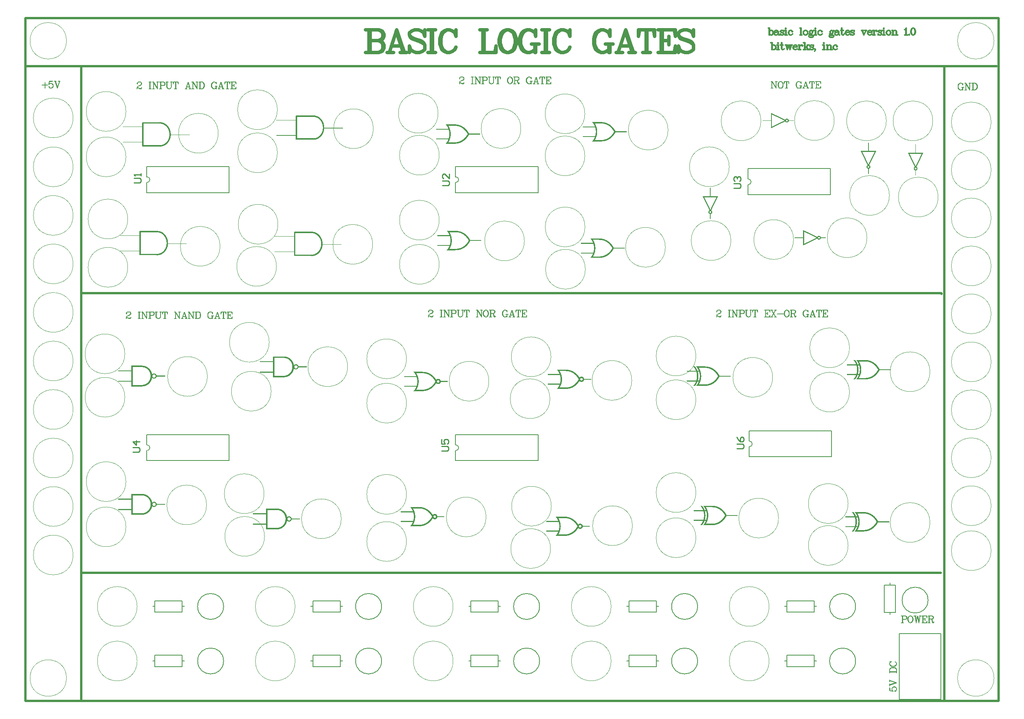
<source format=gto>
G04*
G04 #@! TF.GenerationSoftware,Altium Limited,Altium Designer,24.3.1 (35)*
G04*
G04 Layer_Color=65535*
%FSLAX44Y44*%
%MOMM*%
G71*
G04*
G04 #@! TF.SameCoordinates,19752D80-6C45-4E96-A252-4C1BB4621B5E*
G04*
G04*
G04 #@! TF.FilePolarity,Positive*
G04*
G01*
G75*
%ADD10C,0.1000*%
%ADD11C,0.2000*%
%ADD12C,0.5000*%
%ADD13C,0.3000*%
%ADD14C,0.8000*%
%ADD15C,0.2540*%
G36*
X569254Y757643D02*
X570516D01*
Y757528D01*
X571433D01*
Y757413D01*
X572007D01*
Y757299D01*
X572695D01*
Y757184D01*
X573154D01*
Y757069D01*
X573613D01*
Y756954D01*
X574072D01*
Y756840D01*
X574416D01*
Y756725D01*
X574760D01*
Y756610D01*
X575104D01*
Y756496D01*
X575448D01*
Y756381D01*
X575792D01*
Y756266D01*
X576136D01*
Y756152D01*
X576365D01*
Y756037D01*
X576710D01*
Y755922D01*
X576939D01*
Y755807D01*
X577168D01*
Y755693D01*
X577512D01*
Y755578D01*
X577742D01*
Y755463D01*
X577971D01*
Y755349D01*
X578201D01*
Y755234D01*
X578430D01*
Y755119D01*
X578659D01*
Y755005D01*
X578889D01*
Y754890D01*
X579003D01*
Y754775D01*
X579233D01*
Y754660D01*
X579462D01*
Y754546D01*
X579577D01*
Y754431D01*
X579806D01*
Y754316D01*
X580036D01*
Y754202D01*
X580150D01*
Y754087D01*
X580380D01*
Y753972D01*
X580495D01*
Y753858D01*
X580724D01*
Y753743D01*
X580839D01*
Y753628D01*
X581068D01*
Y753513D01*
X581183D01*
Y753399D01*
X581297D01*
Y753284D01*
X581527D01*
Y753169D01*
X581642D01*
Y753055D01*
X581756D01*
Y752940D01*
X581986D01*
Y752825D01*
X582100D01*
Y752711D01*
X582215D01*
Y752596D01*
X582330D01*
Y752481D01*
X582559D01*
Y752366D01*
X582674D01*
Y752252D01*
X582789D01*
Y752137D01*
X582903D01*
Y752022D01*
X583018D01*
Y751908D01*
X583133D01*
Y751793D01*
X583362D01*
Y751678D01*
X583477D01*
Y751564D01*
X583591D01*
Y751449D01*
X583706D01*
Y751334D01*
X583821D01*
Y751220D01*
X583936D01*
Y751105D01*
X584050D01*
Y750990D01*
X584165D01*
Y750875D01*
X584280D01*
Y750761D01*
X584394D01*
Y750646D01*
X584509D01*
Y750531D01*
Y750417D01*
X584624D01*
Y750302D01*
X584738D01*
Y750187D01*
X584853D01*
Y750073D01*
X584968D01*
Y749958D01*
X585083D01*
Y749843D01*
X585197D01*
Y749728D01*
X585312D01*
Y749614D01*
X585427D01*
Y749499D01*
Y749384D01*
X585541D01*
Y749270D01*
X585656D01*
Y749155D01*
X585771D01*
Y749040D01*
X585885D01*
Y748926D01*
Y748811D01*
X586000D01*
Y748696D01*
X586115D01*
Y748581D01*
X586230D01*
Y748467D01*
Y748352D01*
X586344D01*
Y748237D01*
X586459D01*
Y748123D01*
Y748008D01*
X586574D01*
Y747893D01*
X586688D01*
Y747779D01*
X586803D01*
Y747664D01*
Y747549D01*
X586918D01*
Y747434D01*
X587032D01*
Y747320D01*
Y747205D01*
X587147D01*
Y747090D01*
Y746976D01*
X587262D01*
Y746861D01*
X587377D01*
Y746746D01*
Y746632D01*
X587491D01*
Y746517D01*
Y746402D01*
X587606D01*
Y746288D01*
X587721D01*
Y746173D01*
Y746058D01*
X587835D01*
Y745943D01*
Y745829D01*
X587950D01*
Y745714D01*
Y745599D01*
X588065D01*
Y745485D01*
Y745370D01*
X588179D01*
Y745255D01*
Y745141D01*
X588294D01*
Y745026D01*
Y744911D01*
X588409D01*
Y744797D01*
Y744682D01*
X588523D01*
Y744567D01*
Y744452D01*
X588638D01*
Y744338D01*
Y744223D01*
X588753D01*
Y744108D01*
Y743994D01*
X588868D01*
Y743879D01*
Y743764D01*
Y743650D01*
X588982D01*
Y743535D01*
Y743420D01*
X589097D01*
Y743305D01*
Y743191D01*
Y743076D01*
X589212D01*
Y742961D01*
Y742847D01*
X589326D01*
Y742732D01*
Y742617D01*
Y742503D01*
X589441D01*
Y742388D01*
Y742273D01*
Y742158D01*
X589556D01*
Y742044D01*
Y741929D01*
Y741814D01*
X589670D01*
Y741700D01*
Y741585D01*
Y741470D01*
Y741356D01*
X589785D01*
Y741241D01*
Y741126D01*
Y741011D01*
X589900D01*
Y740897D01*
Y740782D01*
Y740667D01*
Y740553D01*
X590014D01*
Y740438D01*
Y740323D01*
Y740209D01*
Y740094D01*
X590129D01*
Y739979D01*
Y739865D01*
Y739750D01*
Y739635D01*
Y739520D01*
X590244D01*
Y739406D01*
Y739291D01*
Y739176D01*
Y739062D01*
Y738947D01*
X590359D01*
Y738832D01*
Y738717D01*
Y738603D01*
X590473D01*
Y738717D01*
X590588D01*
Y738832D01*
X590703D01*
Y738947D01*
X590817D01*
Y739062D01*
X590932D01*
Y739176D01*
X591047D01*
Y739291D01*
X591276D01*
Y739406D01*
X591391D01*
Y739520D01*
X591506D01*
Y739635D01*
X591735D01*
Y739750D01*
X591850D01*
Y739865D01*
X592079D01*
Y739979D01*
X592309D01*
Y740094D01*
X592653D01*
Y740209D01*
X592997D01*
Y740323D01*
X593341D01*
Y740438D01*
X594029D01*
Y740553D01*
X595405D01*
Y740438D01*
X596093D01*
Y740323D01*
X596438D01*
Y740209D01*
X596782D01*
Y740094D01*
X597126D01*
Y739979D01*
X597355D01*
Y739865D01*
X597585D01*
Y739750D01*
X597699D01*
Y739635D01*
X597929D01*
Y739520D01*
X598043D01*
Y739406D01*
X598158D01*
Y739291D01*
X598387D01*
Y739176D01*
X598502D01*
Y739062D01*
X598617D01*
Y738947D01*
X598732D01*
Y738832D01*
X598846D01*
Y738717D01*
X598961D01*
Y738603D01*
X599076D01*
Y738488D01*
X599190D01*
Y738373D01*
Y738259D01*
X599305D01*
Y738144D01*
X599420D01*
Y738029D01*
X599534D01*
Y737915D01*
Y737800D01*
X599649D01*
Y737685D01*
X599764D01*
Y737570D01*
Y737456D01*
X599879D01*
Y737341D01*
Y737226D01*
X599993D01*
Y737112D01*
Y736997D01*
Y736882D01*
X600108D01*
Y736768D01*
Y736653D01*
Y736538D01*
X600223D01*
Y736423D01*
Y736309D01*
Y736194D01*
X600337D01*
Y736079D01*
Y735965D01*
X618804D01*
Y735850D01*
Y735735D01*
Y735621D01*
Y735506D01*
Y735391D01*
Y735276D01*
Y735162D01*
Y735047D01*
Y734932D01*
Y734818D01*
Y734703D01*
Y734588D01*
Y734474D01*
Y734359D01*
Y734244D01*
Y734129D01*
Y734015D01*
Y733900D01*
Y733785D01*
Y733671D01*
X600337D01*
Y733556D01*
Y733441D01*
X600223D01*
Y733327D01*
Y733212D01*
Y733097D01*
X600108D01*
Y732983D01*
Y732868D01*
Y732753D01*
X599993D01*
Y732638D01*
Y732524D01*
Y732409D01*
X599879D01*
Y732294D01*
Y732180D01*
X599764D01*
Y732065D01*
Y731950D01*
X599649D01*
Y731836D01*
X599534D01*
Y731721D01*
Y731606D01*
X599420D01*
Y731491D01*
X599305D01*
Y731377D01*
X599190D01*
Y731262D01*
Y731147D01*
X599076D01*
Y731033D01*
X598961D01*
Y730918D01*
X598846D01*
Y730803D01*
X598732D01*
Y730689D01*
X598617D01*
Y730574D01*
X598502D01*
Y730459D01*
X598387D01*
Y730344D01*
X598158D01*
Y730230D01*
X598043D01*
Y730115D01*
X597929D01*
Y730000D01*
X597699D01*
Y729886D01*
X597585D01*
Y729771D01*
X597355D01*
Y729656D01*
X597126D01*
Y729542D01*
X596782D01*
Y729427D01*
X596438D01*
Y729312D01*
X596093D01*
Y729197D01*
X595405D01*
Y729083D01*
X594029D01*
Y729197D01*
X593341D01*
Y729312D01*
X592997D01*
Y729427D01*
X592653D01*
Y729542D01*
X592309D01*
Y729656D01*
X592079D01*
Y729771D01*
X591850D01*
Y729886D01*
X591735D01*
Y730000D01*
X591506D01*
Y730115D01*
X591391D01*
Y730230D01*
X591276D01*
Y730344D01*
X591047D01*
Y730459D01*
X590932D01*
Y730574D01*
X590817D01*
Y730689D01*
X590703D01*
Y730803D01*
X590588D01*
Y730918D01*
X590473D01*
Y731033D01*
X590359D01*
Y730918D01*
Y730803D01*
Y730689D01*
X590244D01*
Y730574D01*
Y730459D01*
Y730344D01*
Y730230D01*
Y730115D01*
X590129D01*
Y730000D01*
Y729886D01*
Y729771D01*
Y729656D01*
Y729542D01*
X590014D01*
Y729427D01*
Y729312D01*
Y729197D01*
Y729083D01*
X589900D01*
Y728968D01*
Y728853D01*
Y728739D01*
Y728624D01*
X589785D01*
Y728509D01*
Y728395D01*
Y728280D01*
X589670D01*
Y728165D01*
Y728051D01*
Y727936D01*
Y727821D01*
X589556D01*
Y727706D01*
Y727592D01*
Y727477D01*
X589441D01*
Y727362D01*
Y727248D01*
Y727133D01*
X589326D01*
Y727018D01*
Y726904D01*
Y726789D01*
X589212D01*
Y726674D01*
Y726560D01*
X589097D01*
Y726445D01*
Y726330D01*
Y726215D01*
X588982D01*
Y726101D01*
Y725986D01*
X588868D01*
Y725871D01*
Y725757D01*
Y725642D01*
X588753D01*
Y725527D01*
Y725413D01*
X588638D01*
Y725298D01*
Y725183D01*
X588523D01*
Y725068D01*
Y724954D01*
X588409D01*
Y724839D01*
Y724724D01*
X588294D01*
Y724610D01*
Y724495D01*
X588179D01*
Y724380D01*
Y724266D01*
X588065D01*
Y724151D01*
Y724036D01*
X587950D01*
Y723921D01*
Y723807D01*
X587835D01*
Y723692D01*
Y723577D01*
X587721D01*
Y723463D01*
Y723348D01*
X587606D01*
Y723233D01*
X587491D01*
Y723119D01*
Y723004D01*
X587377D01*
Y722889D01*
Y722774D01*
X587262D01*
Y722660D01*
X587147D01*
Y722545D01*
Y722430D01*
X587032D01*
Y722316D01*
Y722201D01*
X586918D01*
Y722086D01*
X586803D01*
Y721972D01*
Y721857D01*
X586688D01*
Y721742D01*
X586574D01*
Y721627D01*
X586459D01*
Y721513D01*
Y721398D01*
X586344D01*
Y721283D01*
X586230D01*
Y721169D01*
Y721054D01*
X586115D01*
Y720939D01*
X586000D01*
Y720825D01*
X585885D01*
Y720710D01*
Y720595D01*
X585771D01*
Y720480D01*
X585656D01*
Y720366D01*
X585541D01*
Y720251D01*
X585427D01*
Y720136D01*
Y720022D01*
X585312D01*
Y719907D01*
X585197D01*
Y719792D01*
X585083D01*
Y719678D01*
X584968D01*
Y719563D01*
X584853D01*
Y719448D01*
X584738D01*
Y719333D01*
X584624D01*
Y719219D01*
X584509D01*
Y719104D01*
Y718989D01*
X584394D01*
Y718875D01*
X584280D01*
Y718760D01*
X584165D01*
Y718645D01*
X584050D01*
Y718531D01*
X583936D01*
Y718416D01*
X583821D01*
Y718301D01*
X583706D01*
Y718186D01*
X583591D01*
Y718072D01*
X583477D01*
Y717957D01*
X583362D01*
Y717842D01*
X583133D01*
Y717728D01*
X583018D01*
Y717613D01*
X582903D01*
Y717498D01*
X582789D01*
Y717384D01*
X582674D01*
Y717269D01*
X582559D01*
Y717154D01*
X582330D01*
Y717039D01*
X582215D01*
Y716925D01*
X582100D01*
Y716810D01*
X581986D01*
Y716695D01*
X581756D01*
Y716581D01*
X581642D01*
Y716466D01*
X581527D01*
Y716351D01*
X581297D01*
Y716237D01*
X581183D01*
Y716122D01*
X581068D01*
Y716007D01*
X580839D01*
Y715892D01*
X580724D01*
Y715778D01*
X580495D01*
Y715663D01*
X580380D01*
Y715548D01*
X580150D01*
Y715434D01*
X580036D01*
Y715319D01*
X579806D01*
Y715204D01*
X579577D01*
Y715090D01*
X579462D01*
Y714975D01*
X579233D01*
Y714860D01*
X579003D01*
Y714746D01*
X578889D01*
Y714631D01*
X578659D01*
Y714516D01*
X578430D01*
Y714401D01*
X578201D01*
Y714287D01*
X577971D01*
Y714172D01*
X577742D01*
Y714057D01*
X577512D01*
Y713943D01*
X577168D01*
Y713828D01*
X576939D01*
Y713713D01*
X576710D01*
Y713599D01*
X576365D01*
Y713484D01*
X576136D01*
Y713369D01*
X575792D01*
Y713254D01*
X575448D01*
Y713140D01*
X575104D01*
Y713025D01*
X574760D01*
Y712910D01*
X574416D01*
Y712796D01*
X574072D01*
Y712681D01*
X573613D01*
Y712566D01*
X573154D01*
Y712452D01*
X572695D01*
Y712337D01*
X572007D01*
Y712222D01*
X571433D01*
Y712107D01*
X570516D01*
Y711993D01*
X569254D01*
Y711878D01*
X544250D01*
Y711993D01*
Y712107D01*
Y712222D01*
Y712337D01*
Y712452D01*
Y712566D01*
Y712681D01*
Y712796D01*
Y712910D01*
Y713025D01*
Y713140D01*
Y713254D01*
Y713369D01*
Y713484D01*
Y713599D01*
Y713713D01*
Y713828D01*
Y713943D01*
Y714057D01*
Y714172D01*
Y714287D01*
Y714401D01*
Y714516D01*
Y714631D01*
Y714746D01*
Y714860D01*
Y714975D01*
Y715090D01*
Y715204D01*
Y715319D01*
Y715434D01*
Y715548D01*
Y715663D01*
Y715778D01*
Y715892D01*
Y716007D01*
Y716122D01*
Y716237D01*
Y716351D01*
Y716466D01*
Y716581D01*
Y716695D01*
Y716810D01*
Y716925D01*
Y717039D01*
Y717154D01*
Y717269D01*
Y717384D01*
Y717498D01*
Y717613D01*
Y717728D01*
Y717842D01*
Y717957D01*
Y718072D01*
Y718186D01*
Y718301D01*
Y718416D01*
Y718531D01*
Y718645D01*
Y718760D01*
Y718875D01*
Y718989D01*
Y719104D01*
Y719219D01*
Y719333D01*
Y719448D01*
Y719563D01*
Y719678D01*
Y719792D01*
Y719907D01*
Y720022D01*
Y720136D01*
Y720251D01*
Y720366D01*
Y720480D01*
Y720595D01*
Y720710D01*
Y720825D01*
Y720939D01*
Y721054D01*
Y721169D01*
Y721283D01*
Y721398D01*
Y721513D01*
Y721627D01*
Y721742D01*
Y721857D01*
Y721972D01*
Y722086D01*
Y722201D01*
X515575D01*
Y722316D01*
Y722430D01*
Y722545D01*
Y722660D01*
Y722774D01*
Y722889D01*
Y723004D01*
Y723119D01*
Y723233D01*
Y723348D01*
Y723463D01*
Y723577D01*
Y723692D01*
Y723807D01*
Y723921D01*
Y724036D01*
Y724151D01*
Y724266D01*
Y724380D01*
Y724495D01*
X544250D01*
Y724610D01*
Y724724D01*
Y724839D01*
Y724954D01*
Y725068D01*
Y725183D01*
Y725298D01*
Y725413D01*
Y725527D01*
Y725642D01*
Y725757D01*
Y725871D01*
Y725986D01*
Y726101D01*
Y726215D01*
Y726330D01*
Y726445D01*
Y726560D01*
Y726674D01*
Y726789D01*
Y726904D01*
Y727018D01*
Y727133D01*
Y727248D01*
Y727362D01*
Y727477D01*
Y727592D01*
Y727706D01*
Y727821D01*
Y727936D01*
Y728051D01*
Y728165D01*
Y728280D01*
Y728395D01*
Y728509D01*
Y728624D01*
Y728739D01*
Y728853D01*
Y728968D01*
Y729083D01*
Y729197D01*
Y729312D01*
Y729427D01*
Y729542D01*
Y729656D01*
Y729771D01*
Y729886D01*
Y730000D01*
Y730115D01*
Y730230D01*
Y730344D01*
Y730459D01*
Y730574D01*
Y730689D01*
Y730803D01*
Y730918D01*
Y731033D01*
Y731147D01*
Y731262D01*
Y731377D01*
Y731491D01*
Y731606D01*
Y731721D01*
Y731836D01*
Y731950D01*
Y732065D01*
Y732180D01*
Y732294D01*
Y732409D01*
Y732524D01*
Y732638D01*
Y732753D01*
Y732868D01*
Y732983D01*
Y733097D01*
Y733212D01*
Y733327D01*
Y733441D01*
Y733556D01*
Y733671D01*
Y733785D01*
Y733900D01*
Y734015D01*
Y734129D01*
Y734244D01*
Y734359D01*
Y734474D01*
Y734588D01*
Y734703D01*
Y734818D01*
Y734932D01*
Y735047D01*
Y735162D01*
Y735276D01*
Y735391D01*
Y735506D01*
Y735621D01*
Y735735D01*
Y735850D01*
Y735965D01*
Y736079D01*
Y736194D01*
Y736309D01*
Y736423D01*
Y736538D01*
Y736653D01*
Y736768D01*
Y736882D01*
Y736997D01*
Y737112D01*
Y737226D01*
Y737341D01*
Y737456D01*
Y737570D01*
Y737685D01*
Y737800D01*
Y737915D01*
Y738029D01*
Y738144D01*
Y738259D01*
Y738373D01*
Y738488D01*
Y738603D01*
Y738717D01*
Y738832D01*
Y738947D01*
Y739062D01*
Y739176D01*
Y739291D01*
Y739406D01*
Y739520D01*
Y739635D01*
Y739750D01*
Y739865D01*
Y739979D01*
Y740094D01*
Y740209D01*
Y740323D01*
Y740438D01*
Y740553D01*
Y740667D01*
Y740782D01*
Y740897D01*
Y741011D01*
Y741126D01*
Y741241D01*
Y741356D01*
Y741470D01*
Y741585D01*
Y741700D01*
Y741814D01*
Y741929D01*
Y742044D01*
Y742158D01*
Y742273D01*
Y742388D01*
Y742503D01*
Y742617D01*
Y742732D01*
Y742847D01*
Y742961D01*
Y743076D01*
Y743191D01*
Y743305D01*
Y743420D01*
Y743535D01*
Y743650D01*
Y743764D01*
Y743879D01*
Y743994D01*
Y744108D01*
Y744223D01*
Y744338D01*
Y744452D01*
Y744567D01*
Y744682D01*
Y744797D01*
Y744911D01*
Y745026D01*
Y745141D01*
X515575D01*
Y745255D01*
Y745370D01*
Y745485D01*
Y745599D01*
Y745714D01*
Y745829D01*
Y745943D01*
Y746058D01*
Y746173D01*
Y746288D01*
Y746402D01*
Y746517D01*
Y746632D01*
Y746746D01*
Y746861D01*
Y746976D01*
Y747090D01*
Y747205D01*
Y747320D01*
Y747434D01*
X544250D01*
Y747549D01*
Y747664D01*
Y747779D01*
Y747893D01*
Y748008D01*
Y748123D01*
Y748237D01*
Y748352D01*
Y748467D01*
Y748581D01*
Y748696D01*
Y748811D01*
Y748926D01*
Y749040D01*
Y749155D01*
Y749270D01*
Y749384D01*
Y749499D01*
Y749614D01*
Y749728D01*
Y749843D01*
Y749958D01*
Y750073D01*
Y750187D01*
Y750302D01*
Y750417D01*
Y750531D01*
Y750646D01*
Y750761D01*
Y750875D01*
Y750990D01*
Y751105D01*
Y751220D01*
Y751334D01*
Y751449D01*
Y751564D01*
Y751678D01*
Y751793D01*
Y751908D01*
Y752022D01*
Y752137D01*
Y752252D01*
Y752366D01*
Y752481D01*
Y752596D01*
Y752711D01*
Y752825D01*
Y752940D01*
Y753055D01*
Y753169D01*
Y753284D01*
Y753399D01*
Y753513D01*
Y753628D01*
Y753743D01*
Y753858D01*
Y753972D01*
Y754087D01*
Y754202D01*
Y754316D01*
Y754431D01*
Y754546D01*
Y754660D01*
Y754775D01*
Y754890D01*
Y755005D01*
Y755119D01*
Y755234D01*
Y755349D01*
Y755463D01*
Y755578D01*
Y755693D01*
Y755807D01*
Y755922D01*
Y756037D01*
Y756152D01*
Y756266D01*
Y756381D01*
Y756496D01*
Y756610D01*
Y756725D01*
Y756840D01*
Y756954D01*
Y757069D01*
Y757184D01*
Y757299D01*
Y757413D01*
Y757528D01*
Y757643D01*
Y757757D01*
X569254D01*
Y757643D01*
D02*
G37*
G36*
X257264Y737406D02*
X258526D01*
Y737291D01*
X259443D01*
Y737177D01*
X260017D01*
Y737062D01*
X260705D01*
Y736947D01*
X261164D01*
Y736833D01*
X261623D01*
Y736718D01*
X262081D01*
Y736603D01*
X262425D01*
Y736488D01*
X262770D01*
Y736374D01*
X263114D01*
Y736259D01*
X263458D01*
Y736144D01*
X263802D01*
Y736030D01*
X264146D01*
Y735915D01*
X264375D01*
Y735800D01*
X264719D01*
Y735686D01*
X264949D01*
Y735571D01*
X265178D01*
Y735456D01*
X265522D01*
Y735341D01*
X265752D01*
Y735227D01*
X265981D01*
Y735112D01*
X266210D01*
Y734997D01*
X266440D01*
Y734883D01*
X266669D01*
Y734768D01*
X266899D01*
Y734653D01*
X267013D01*
Y734539D01*
X267243D01*
Y734424D01*
X267472D01*
Y734309D01*
X267587D01*
Y734194D01*
X267816D01*
Y734080D01*
X268046D01*
Y733965D01*
X268160D01*
Y733850D01*
X268390D01*
Y733736D01*
X268504D01*
Y733621D01*
X268734D01*
Y733506D01*
X268848D01*
Y733392D01*
X269078D01*
Y733277D01*
X269193D01*
Y733162D01*
X269307D01*
Y733047D01*
X269537D01*
Y732933D01*
X269651D01*
Y732818D01*
X269766D01*
Y732703D01*
X269995D01*
Y732589D01*
X270110D01*
Y732474D01*
X270225D01*
Y732359D01*
X270340D01*
Y732245D01*
X270569D01*
Y732130D01*
X270684D01*
Y732015D01*
X270798D01*
Y731900D01*
X270913D01*
Y731786D01*
X271028D01*
Y731671D01*
X271143D01*
Y731556D01*
X271372D01*
Y731442D01*
X271487D01*
Y731327D01*
X271601D01*
Y731212D01*
X271716D01*
Y731098D01*
X271831D01*
Y730983D01*
X271945D01*
Y730868D01*
X272060D01*
Y730753D01*
X272175D01*
Y730639D01*
X272290D01*
Y730524D01*
X272404D01*
Y730409D01*
X272519D01*
Y730295D01*
Y730180D01*
X272634D01*
Y730065D01*
X272748D01*
Y729951D01*
X272863D01*
Y729836D01*
X272978D01*
Y729721D01*
X273092D01*
Y729606D01*
X273207D01*
Y729492D01*
X273322D01*
Y729377D01*
X273437D01*
Y729262D01*
Y729148D01*
X273551D01*
Y729033D01*
X273666D01*
Y728918D01*
X273781D01*
Y728804D01*
X273895D01*
Y728689D01*
Y728574D01*
X274010D01*
Y728460D01*
X274125D01*
Y728345D01*
X274239D01*
Y728230D01*
Y728115D01*
X274354D01*
Y728001D01*
X274469D01*
Y727886D01*
Y727771D01*
X274583D01*
Y727657D01*
X274698D01*
Y727542D01*
X274813D01*
Y727427D01*
Y727313D01*
X274928D01*
Y727198D01*
X275042D01*
Y727083D01*
Y726969D01*
X275157D01*
Y726854D01*
Y726739D01*
X275272D01*
Y726624D01*
X275386D01*
Y726510D01*
Y726395D01*
X275501D01*
Y726280D01*
Y726166D01*
X275616D01*
Y726051D01*
X275730D01*
Y725936D01*
Y725822D01*
X275845D01*
Y725707D01*
Y725592D01*
X275960D01*
Y725477D01*
Y725363D01*
X276075D01*
Y725248D01*
Y725133D01*
X276189D01*
Y725019D01*
Y724904D01*
X276304D01*
Y724789D01*
Y724675D01*
X276419D01*
Y724560D01*
Y724445D01*
X276533D01*
Y724330D01*
Y724216D01*
X276648D01*
Y724101D01*
Y723986D01*
X276763D01*
Y723872D01*
Y723757D01*
X276877D01*
Y723642D01*
Y723528D01*
Y723413D01*
X276992D01*
Y723298D01*
Y723184D01*
X277107D01*
Y723069D01*
Y722954D01*
Y722839D01*
X277222D01*
Y722725D01*
Y722610D01*
X277336D01*
Y722495D01*
Y722381D01*
Y722266D01*
X277451D01*
Y722151D01*
Y722037D01*
Y721922D01*
X277566D01*
Y721807D01*
Y721692D01*
Y721578D01*
X277680D01*
Y721463D01*
Y721348D01*
Y721234D01*
Y721119D01*
X277795D01*
Y721004D01*
Y720890D01*
Y720775D01*
X277910D01*
Y720660D01*
Y720545D01*
Y720431D01*
Y720316D01*
X278024D01*
Y720201D01*
Y720087D01*
Y719972D01*
Y719857D01*
X278139D01*
Y719743D01*
Y719628D01*
Y719513D01*
Y719398D01*
Y719284D01*
X278254D01*
Y719169D01*
Y719054D01*
Y718940D01*
Y718825D01*
Y718710D01*
X278368D01*
Y718596D01*
Y718481D01*
Y718366D01*
X278483D01*
Y718481D01*
X278598D01*
Y718596D01*
X278713D01*
Y718710D01*
X278827D01*
Y718825D01*
X278942D01*
Y718940D01*
X279057D01*
Y719054D01*
X279286D01*
Y719169D01*
X279401D01*
Y719284D01*
X279515D01*
Y719398D01*
X279745D01*
Y719513D01*
X279860D01*
Y719628D01*
X280089D01*
Y719743D01*
X280318D01*
Y719857D01*
X280662D01*
Y719972D01*
X281007D01*
Y720087D01*
X281351D01*
Y720201D01*
X282039D01*
Y720316D01*
X283415D01*
Y720201D01*
X284103D01*
Y720087D01*
X284447D01*
Y719972D01*
X284792D01*
Y719857D01*
X285136D01*
Y719743D01*
X285365D01*
Y719628D01*
X285595D01*
Y719513D01*
X285709D01*
Y719398D01*
X285938D01*
Y719284D01*
X286053D01*
Y719169D01*
X286168D01*
Y719054D01*
X286397D01*
Y718940D01*
X286512D01*
Y718825D01*
X286627D01*
Y718710D01*
X286741D01*
Y718596D01*
X286856D01*
Y718481D01*
X286971D01*
Y718366D01*
X287085D01*
Y718251D01*
X287200D01*
Y718137D01*
Y718022D01*
X287315D01*
Y717907D01*
X287430D01*
Y717793D01*
X287544D01*
Y717678D01*
Y717563D01*
X287659D01*
Y717449D01*
X287774D01*
Y717334D01*
Y717219D01*
X287888D01*
Y717104D01*
Y716990D01*
X288003D01*
Y716875D01*
Y716760D01*
Y716646D01*
X288118D01*
Y716531D01*
Y716416D01*
Y716302D01*
X288232D01*
Y716187D01*
Y716072D01*
Y715957D01*
X288347D01*
Y715843D01*
Y715728D01*
X306814D01*
Y715613D01*
Y715499D01*
Y715384D01*
Y715269D01*
Y715155D01*
Y715040D01*
Y714925D01*
Y714810D01*
Y714696D01*
Y714581D01*
Y714466D01*
Y714352D01*
Y714237D01*
Y714122D01*
Y714008D01*
Y713893D01*
Y713778D01*
Y713663D01*
Y713549D01*
Y713434D01*
X288347D01*
Y713319D01*
Y713205D01*
X288232D01*
Y713090D01*
Y712975D01*
Y712861D01*
X288118D01*
Y712746D01*
Y712631D01*
Y712516D01*
X288003D01*
Y712402D01*
Y712287D01*
Y712172D01*
X287888D01*
Y712058D01*
Y711943D01*
X287774D01*
Y711828D01*
Y711714D01*
X287659D01*
Y711599D01*
X287544D01*
Y711484D01*
Y711369D01*
X287430D01*
Y711255D01*
X287315D01*
Y711140D01*
X287200D01*
Y711025D01*
Y710911D01*
X287085D01*
Y710796D01*
X286971D01*
Y710681D01*
X286856D01*
Y710567D01*
X286741D01*
Y710452D01*
X286627D01*
Y710337D01*
X286512D01*
Y710223D01*
X286397D01*
Y710108D01*
X286168D01*
Y709993D01*
X286053D01*
Y709878D01*
X285938D01*
Y709764D01*
X285709D01*
Y709649D01*
X285595D01*
Y709534D01*
X285365D01*
Y709420D01*
X285136D01*
Y709305D01*
X284792D01*
Y709190D01*
X284447D01*
Y709076D01*
X284103D01*
Y708961D01*
X283415D01*
Y708846D01*
X282039D01*
Y708961D01*
X281351D01*
Y709076D01*
X281007D01*
Y709190D01*
X280662D01*
Y709305D01*
X280318D01*
Y709420D01*
X280089D01*
Y709534D01*
X279860D01*
Y709649D01*
X279745D01*
Y709764D01*
X279515D01*
Y709878D01*
X279401D01*
Y709993D01*
X279286D01*
Y710108D01*
X279057D01*
Y710223D01*
X278942D01*
Y710337D01*
X278827D01*
Y710452D01*
X278713D01*
Y710567D01*
X278598D01*
Y710681D01*
X278483D01*
Y710796D01*
X278368D01*
Y710681D01*
Y710567D01*
Y710452D01*
X278254D01*
Y710337D01*
Y710223D01*
Y710108D01*
Y709993D01*
Y709878D01*
X278139D01*
Y709764D01*
Y709649D01*
Y709534D01*
Y709420D01*
Y709305D01*
X278024D01*
Y709190D01*
Y709076D01*
Y708961D01*
Y708846D01*
X277910D01*
Y708732D01*
Y708617D01*
Y708502D01*
Y708387D01*
X277795D01*
Y708273D01*
Y708158D01*
Y708043D01*
X277680D01*
Y707929D01*
Y707814D01*
Y707699D01*
Y707585D01*
X277566D01*
Y707470D01*
Y707355D01*
Y707240D01*
X277451D01*
Y707126D01*
Y707011D01*
Y706896D01*
X277336D01*
Y706782D01*
Y706667D01*
Y706552D01*
X277222D01*
Y706438D01*
Y706323D01*
X277107D01*
Y706208D01*
Y706093D01*
Y705979D01*
X276992D01*
Y705864D01*
Y705749D01*
X276877D01*
Y705635D01*
Y705520D01*
Y705405D01*
X276763D01*
Y705291D01*
Y705176D01*
X276648D01*
Y705061D01*
Y704946D01*
X276533D01*
Y704832D01*
Y704717D01*
X276419D01*
Y704602D01*
Y704488D01*
X276304D01*
Y704373D01*
Y704258D01*
X276189D01*
Y704144D01*
Y704029D01*
X276075D01*
Y703914D01*
Y703800D01*
X275960D01*
Y703685D01*
Y703570D01*
X275845D01*
Y703455D01*
Y703341D01*
X275730D01*
Y703226D01*
Y703111D01*
X275616D01*
Y702997D01*
X275501D01*
Y702882D01*
Y702767D01*
X275386D01*
Y702653D01*
Y702538D01*
X275272D01*
Y702423D01*
X275157D01*
Y702308D01*
Y702194D01*
X275042D01*
Y702079D01*
Y701964D01*
X274928D01*
Y701850D01*
X274813D01*
Y701735D01*
Y701620D01*
X274698D01*
Y701506D01*
X274583D01*
Y701391D01*
X274469D01*
Y701276D01*
Y701161D01*
X274354D01*
Y701047D01*
X274239D01*
Y700932D01*
Y700817D01*
X274125D01*
Y700703D01*
X274010D01*
Y700588D01*
X273895D01*
Y700473D01*
Y700359D01*
X273781D01*
Y700244D01*
X273666D01*
Y700129D01*
X273551D01*
Y700014D01*
X273437D01*
Y699900D01*
Y699785D01*
X273322D01*
Y699670D01*
X273207D01*
Y699556D01*
X273092D01*
Y699441D01*
X272978D01*
Y699326D01*
X272863D01*
Y699212D01*
X272748D01*
Y699097D01*
X272634D01*
Y698982D01*
X272519D01*
Y698867D01*
Y698753D01*
X272404D01*
Y698638D01*
X272290D01*
Y698523D01*
X272175D01*
Y698409D01*
X272060D01*
Y698294D01*
X271945D01*
Y698179D01*
X271831D01*
Y698065D01*
X271716D01*
Y697950D01*
X271601D01*
Y697835D01*
X271487D01*
Y697720D01*
X271372D01*
Y697606D01*
X271143D01*
Y697491D01*
X271028D01*
Y697376D01*
X270913D01*
Y697262D01*
X270798D01*
Y697147D01*
X270684D01*
Y697032D01*
X270569D01*
Y696918D01*
X270340D01*
Y696803D01*
X270225D01*
Y696688D01*
X270110D01*
Y696573D01*
X269995D01*
Y696459D01*
X269766D01*
Y696344D01*
X269651D01*
Y696229D01*
X269537D01*
Y696115D01*
X269307D01*
Y696000D01*
X269193D01*
Y695885D01*
X269078D01*
Y695771D01*
X268848D01*
Y695656D01*
X268734D01*
Y695541D01*
X268504D01*
Y695426D01*
X268390D01*
Y695312D01*
X268160D01*
Y695197D01*
X268046D01*
Y695082D01*
X267816D01*
Y694968D01*
X267587D01*
Y694853D01*
X267472D01*
Y694738D01*
X267243D01*
Y694624D01*
X267013D01*
Y694509D01*
X266899D01*
Y694394D01*
X266669D01*
Y694279D01*
X266440D01*
Y694165D01*
X266210D01*
Y694050D01*
X265981D01*
Y693935D01*
X265752D01*
Y693821D01*
X265522D01*
Y693706D01*
X265178D01*
Y693591D01*
X264949D01*
Y693477D01*
X264719D01*
Y693362D01*
X264375D01*
Y693247D01*
X264146D01*
Y693132D01*
X263802D01*
Y693018D01*
X263458D01*
Y692903D01*
X263114D01*
Y692788D01*
X262770D01*
Y692674D01*
X262425D01*
Y692559D01*
X262081D01*
Y692444D01*
X261623D01*
Y692330D01*
X261164D01*
Y692215D01*
X260705D01*
Y692100D01*
X260017D01*
Y691986D01*
X259443D01*
Y691871D01*
X258526D01*
Y691756D01*
X257264D01*
Y691641D01*
X232260D01*
Y691756D01*
Y691871D01*
Y691986D01*
Y692100D01*
Y692215D01*
Y692330D01*
Y692444D01*
Y692559D01*
Y692674D01*
Y692788D01*
Y692903D01*
Y693018D01*
Y693132D01*
Y693247D01*
Y693362D01*
Y693477D01*
Y693591D01*
Y693706D01*
Y693821D01*
Y693935D01*
Y694050D01*
Y694165D01*
Y694279D01*
Y694394D01*
Y694509D01*
Y694624D01*
Y694738D01*
Y694853D01*
Y694968D01*
Y695082D01*
Y695197D01*
Y695312D01*
Y695426D01*
Y695541D01*
Y695656D01*
Y695771D01*
Y695885D01*
Y696000D01*
Y696115D01*
Y696229D01*
Y696344D01*
Y696459D01*
Y696573D01*
Y696688D01*
Y696803D01*
Y696918D01*
Y697032D01*
Y697147D01*
Y697262D01*
Y697376D01*
Y697491D01*
Y697606D01*
Y697720D01*
Y697835D01*
Y697950D01*
Y698065D01*
Y698179D01*
Y698294D01*
Y698409D01*
Y698523D01*
Y698638D01*
Y698753D01*
Y698867D01*
Y698982D01*
Y699097D01*
Y699212D01*
Y699326D01*
Y699441D01*
Y699556D01*
Y699670D01*
Y699785D01*
Y699900D01*
Y700014D01*
Y700129D01*
Y700244D01*
Y700359D01*
Y700473D01*
Y700588D01*
Y700703D01*
Y700817D01*
Y700932D01*
Y701047D01*
Y701161D01*
Y701276D01*
Y701391D01*
Y701506D01*
Y701620D01*
Y701735D01*
Y701850D01*
Y701964D01*
X203585D01*
Y702079D01*
Y702194D01*
Y702308D01*
Y702423D01*
Y702538D01*
Y702653D01*
Y702767D01*
Y702882D01*
Y702997D01*
Y703111D01*
Y703226D01*
Y703341D01*
Y703455D01*
Y703570D01*
Y703685D01*
Y703800D01*
Y703914D01*
Y704029D01*
Y704144D01*
Y704258D01*
X232260D01*
Y704373D01*
Y704488D01*
Y704602D01*
Y704717D01*
Y704832D01*
Y704946D01*
Y705061D01*
Y705176D01*
Y705291D01*
Y705405D01*
Y705520D01*
Y705635D01*
Y705749D01*
Y705864D01*
Y705979D01*
Y706093D01*
Y706208D01*
Y706323D01*
Y706438D01*
Y706552D01*
Y706667D01*
Y706782D01*
Y706896D01*
Y707011D01*
Y707126D01*
Y707240D01*
Y707355D01*
Y707470D01*
Y707585D01*
Y707699D01*
Y707814D01*
Y707929D01*
Y708043D01*
Y708158D01*
Y708273D01*
Y708387D01*
Y708502D01*
Y708617D01*
Y708732D01*
Y708846D01*
Y708961D01*
Y709076D01*
Y709190D01*
Y709305D01*
Y709420D01*
Y709534D01*
Y709649D01*
Y709764D01*
Y709878D01*
Y709993D01*
Y710108D01*
Y710223D01*
Y710337D01*
Y710452D01*
Y710567D01*
Y710681D01*
Y710796D01*
Y710911D01*
Y711025D01*
Y711140D01*
Y711255D01*
Y711369D01*
Y711484D01*
Y711599D01*
Y711714D01*
Y711828D01*
Y711943D01*
Y712058D01*
Y712172D01*
Y712287D01*
Y712402D01*
Y712516D01*
Y712631D01*
Y712746D01*
Y712861D01*
Y712975D01*
Y713090D01*
Y713205D01*
Y713319D01*
Y713434D01*
Y713549D01*
Y713663D01*
Y713778D01*
Y713893D01*
Y714008D01*
Y714122D01*
Y714237D01*
Y714352D01*
Y714466D01*
Y714581D01*
Y714696D01*
Y714810D01*
Y714925D01*
Y715040D01*
Y715155D01*
Y715269D01*
Y715384D01*
Y715499D01*
Y715613D01*
Y715728D01*
Y715843D01*
Y715957D01*
Y716072D01*
Y716187D01*
Y716302D01*
Y716416D01*
Y716531D01*
Y716646D01*
Y716760D01*
Y716875D01*
Y716990D01*
Y717104D01*
Y717219D01*
Y717334D01*
Y717449D01*
Y717563D01*
Y717678D01*
Y717793D01*
Y717907D01*
Y718022D01*
Y718137D01*
Y718251D01*
Y718366D01*
Y718481D01*
Y718596D01*
Y718710D01*
Y718825D01*
Y718940D01*
Y719054D01*
Y719169D01*
Y719284D01*
Y719398D01*
Y719513D01*
Y719628D01*
Y719743D01*
Y719857D01*
Y719972D01*
Y720087D01*
Y720201D01*
Y720316D01*
Y720431D01*
Y720545D01*
Y720660D01*
Y720775D01*
Y720890D01*
Y721004D01*
Y721119D01*
Y721234D01*
Y721348D01*
Y721463D01*
Y721578D01*
Y721692D01*
Y721807D01*
Y721922D01*
Y722037D01*
Y722151D01*
Y722266D01*
Y722381D01*
Y722495D01*
Y722610D01*
Y722725D01*
Y722839D01*
Y722954D01*
Y723069D01*
Y723184D01*
Y723298D01*
Y723413D01*
Y723528D01*
Y723642D01*
Y723757D01*
Y723872D01*
Y723986D01*
Y724101D01*
Y724216D01*
Y724330D01*
Y724445D01*
Y724560D01*
Y724675D01*
Y724789D01*
Y724904D01*
X203585D01*
Y725019D01*
Y725133D01*
Y725248D01*
Y725363D01*
Y725477D01*
Y725592D01*
Y725707D01*
Y725822D01*
Y725936D01*
Y726051D01*
Y726166D01*
Y726280D01*
Y726395D01*
Y726510D01*
Y726624D01*
Y726739D01*
Y726854D01*
Y726969D01*
Y727083D01*
Y727198D01*
X232260D01*
Y727313D01*
Y727427D01*
Y727542D01*
Y727657D01*
Y727771D01*
Y727886D01*
Y728001D01*
Y728115D01*
Y728230D01*
Y728345D01*
Y728460D01*
Y728574D01*
Y728689D01*
Y728804D01*
Y728918D01*
Y729033D01*
Y729148D01*
Y729262D01*
Y729377D01*
Y729492D01*
Y729606D01*
Y729721D01*
Y729836D01*
Y729951D01*
Y730065D01*
Y730180D01*
Y730295D01*
Y730409D01*
Y730524D01*
Y730639D01*
Y730753D01*
Y730868D01*
Y730983D01*
Y731098D01*
Y731212D01*
Y731327D01*
Y731442D01*
Y731556D01*
Y731671D01*
Y731786D01*
Y731900D01*
Y732015D01*
Y732130D01*
Y732245D01*
Y732359D01*
Y732474D01*
Y732589D01*
Y732703D01*
Y732818D01*
Y732933D01*
Y733047D01*
Y733162D01*
Y733277D01*
Y733392D01*
Y733506D01*
Y733621D01*
Y733736D01*
Y733850D01*
Y733965D01*
Y734080D01*
Y734194D01*
Y734309D01*
Y734424D01*
Y734539D01*
Y734653D01*
Y734768D01*
Y734883D01*
Y734997D01*
Y735112D01*
Y735227D01*
Y735341D01*
Y735456D01*
Y735571D01*
Y735686D01*
Y735800D01*
Y735915D01*
Y736030D01*
Y736144D01*
Y736259D01*
Y736374D01*
Y736488D01*
Y736603D01*
Y736718D01*
Y736833D01*
Y736947D01*
Y737062D01*
Y737177D01*
Y737291D01*
Y737406D01*
Y737521D01*
X257264D01*
Y737406D01*
D02*
G37*
G36*
X873836Y723909D02*
X875332D01*
Y723826D01*
X876247D01*
Y723742D01*
X876995D01*
Y723659D01*
X877660D01*
Y723576D01*
X878159D01*
Y723493D01*
X878741D01*
Y723410D01*
X879157D01*
Y723327D01*
X879573D01*
Y723243D01*
X880071D01*
Y723160D01*
X880404D01*
Y723077D01*
X880820D01*
Y722994D01*
X881152D01*
Y722911D01*
X881485D01*
Y722828D01*
X881817D01*
Y722745D01*
X882067D01*
Y722662D01*
X882399D01*
Y722578D01*
X882732D01*
Y722495D01*
X882981D01*
Y722412D01*
X883231D01*
Y722329D01*
X883480D01*
Y722246D01*
X883813D01*
Y722163D01*
X884062D01*
Y722079D01*
X884228D01*
Y721996D01*
X884478D01*
Y721913D01*
X884727D01*
Y721830D01*
X884977D01*
Y721747D01*
X885226D01*
Y721664D01*
X885392D01*
Y721581D01*
X885642D01*
Y721497D01*
X885808D01*
Y721414D01*
X886058D01*
Y721331D01*
X886224D01*
Y721248D01*
X886473D01*
Y721165D01*
X886639D01*
Y721082D01*
X886806D01*
Y720999D01*
X887055D01*
Y720916D01*
X887221D01*
Y720832D01*
X887388D01*
Y720749D01*
X887554D01*
Y720666D01*
X887720D01*
Y720583D01*
X887887D01*
Y720500D01*
X888053D01*
Y720417D01*
X888302D01*
Y720334D01*
X888468D01*
Y720250D01*
X888635D01*
Y720167D01*
X888718D01*
Y720084D01*
X888884D01*
Y720001D01*
X889051D01*
Y719918D01*
X889217D01*
Y719835D01*
X889383D01*
Y719752D01*
X889549D01*
Y719669D01*
X889716D01*
Y719585D01*
X889882D01*
Y719502D01*
X889965D01*
Y719419D01*
X890131D01*
Y719336D01*
X890298D01*
Y719253D01*
X890381D01*
Y719170D01*
X890547D01*
Y719087D01*
X890713D01*
Y719003D01*
X890796D01*
Y718920D01*
X890963D01*
Y718837D01*
X891129D01*
Y718754D01*
X891212D01*
Y718671D01*
X891378D01*
Y718588D01*
X891545D01*
Y718504D01*
X891628D01*
Y718421D01*
X891794D01*
Y718338D01*
X891877D01*
Y718255D01*
X892044D01*
Y718172D01*
X892127D01*
Y718089D01*
X892293D01*
Y718006D01*
X892376D01*
Y717923D01*
X892542D01*
Y717839D01*
X892626D01*
Y717756D01*
X892709D01*
Y717673D01*
X892875D01*
Y717590D01*
X892958D01*
Y717507D01*
X893124D01*
Y717424D01*
X893207D01*
Y717341D01*
X893291D01*
Y717257D01*
X893457D01*
Y717174D01*
X893540D01*
Y717091D01*
X893623D01*
Y717008D01*
X893789D01*
Y716925D01*
X893873D01*
Y716842D01*
X893956D01*
Y716759D01*
X894122D01*
Y716675D01*
X894205D01*
Y716592D01*
X894288D01*
Y716509D01*
X894371D01*
Y716426D01*
X894538D01*
Y716343D01*
X894621D01*
Y716260D01*
X894704D01*
Y716177D01*
X894787D01*
Y716094D01*
X894953D01*
Y716010D01*
X895036D01*
Y715927D01*
X895120D01*
Y715844D01*
X895203D01*
Y715761D01*
X895286D01*
Y715678D01*
X895452D01*
Y715595D01*
X895535D01*
Y715511D01*
X895619D01*
Y715428D01*
X895702D01*
Y715345D01*
X895785D01*
Y715262D01*
X895868D01*
Y715179D01*
X895951D01*
Y715096D01*
X896117D01*
Y715013D01*
X896200D01*
Y714930D01*
X896284D01*
Y714846D01*
X896367D01*
Y714763D01*
X896450D01*
Y714680D01*
X896533D01*
Y714597D01*
X896616D01*
Y714514D01*
X896699D01*
Y714431D01*
X896782D01*
Y714348D01*
X896866D01*
Y714264D01*
X896949D01*
Y714181D01*
X897032D01*
Y714098D01*
X897115D01*
Y714015D01*
X897198D01*
Y713932D01*
X897281D01*
Y713849D01*
X897364D01*
Y713766D01*
X897448D01*
Y713682D01*
X897531D01*
Y713599D01*
X897614D01*
Y713516D01*
X897697D01*
Y713433D01*
X897780D01*
Y713350D01*
X897863D01*
Y713267D01*
X897946D01*
Y713184D01*
X898029D01*
Y713101D01*
X898113D01*
Y713017D01*
X898196D01*
Y712934D01*
X898279D01*
Y712851D01*
X898362D01*
Y712768D01*
X898445D01*
Y712685D01*
X898528D01*
Y712602D01*
X898612D01*
Y712518D01*
X898695D01*
Y712435D01*
X898778D01*
Y712352D01*
X898861D01*
Y712269D01*
X898944D01*
Y712186D01*
Y712103D01*
X899027D01*
Y712020D01*
X899110D01*
Y711936D01*
X899193D01*
Y711853D01*
X899277D01*
Y711770D01*
X899360D01*
Y711687D01*
X899443D01*
Y711604D01*
X899526D01*
Y711521D01*
Y711438D01*
X899609D01*
Y711355D01*
X899692D01*
Y711271D01*
X899775D01*
Y711188D01*
X899859D01*
Y711105D01*
X899942D01*
Y711022D01*
Y710939D01*
X900025D01*
Y710856D01*
X900108D01*
Y710773D01*
X900191D01*
Y710689D01*
X900274D01*
Y710606D01*
Y710523D01*
X900357D01*
Y710440D01*
X900441D01*
Y710357D01*
X900524D01*
Y710274D01*
X900607D01*
Y710191D01*
Y710107D01*
X900690D01*
Y710024D01*
X900773D01*
Y709941D01*
X900856D01*
Y709858D01*
X900939D01*
Y709775D01*
Y709692D01*
X901022D01*
Y709609D01*
X901106D01*
Y709526D01*
X901189D01*
Y709442D01*
Y709359D01*
X901272D01*
Y709276D01*
X901355D01*
Y709193D01*
X901438D01*
Y709110D01*
Y709027D01*
X901521D01*
Y708943D01*
X901605D01*
Y708860D01*
X901688D01*
Y708777D01*
Y708694D01*
X901771D01*
Y708611D01*
X901854D01*
Y708528D01*
Y708445D01*
X901937D01*
Y708362D01*
X902020D01*
Y708278D01*
X902103D01*
Y708195D01*
Y708112D01*
X902187D01*
Y708029D01*
X902270D01*
Y707946D01*
Y707863D01*
X902353D01*
Y707780D01*
X902436D01*
Y707697D01*
Y707613D01*
X902519D01*
Y707530D01*
X902602D01*
Y707447D01*
Y707364D01*
X902685D01*
Y707281D01*
X902768D01*
Y707198D01*
Y707114D01*
X902852D01*
Y707031D01*
X902935D01*
Y706948D01*
Y706865D01*
X903018D01*
Y706782D01*
X903101D01*
Y706699D01*
Y706616D01*
X903267D01*
Y706699D01*
X903350D01*
Y706782D01*
X903434D01*
Y706865D01*
X903517D01*
Y706948D01*
X903600D01*
Y707031D01*
X903683D01*
Y707114D01*
X903766D01*
Y707198D01*
X903849D01*
Y707281D01*
X904016D01*
Y707364D01*
X904099D01*
Y707447D01*
X904182D01*
Y707530D01*
X904348D01*
Y707613D01*
X904431D01*
Y707697D01*
X904597D01*
Y707780D01*
X904764D01*
Y707863D01*
X904930D01*
Y707946D01*
X905096D01*
Y708029D01*
X905263D01*
Y708112D01*
X905429D01*
Y708195D01*
X905678D01*
Y708278D01*
X905928D01*
Y708362D01*
X906260D01*
Y708445D01*
X906676D01*
Y708528D01*
X908505D01*
Y708445D01*
X908921D01*
Y708362D01*
X909253D01*
Y708278D01*
X909503D01*
Y708195D01*
X909752D01*
Y708112D01*
X909918D01*
Y708029D01*
X910085D01*
Y707946D01*
X910251D01*
Y707863D01*
X910417D01*
Y707780D01*
X910583D01*
Y707697D01*
X910750D01*
Y707613D01*
X910833D01*
Y707530D01*
X910999D01*
Y707447D01*
X911082D01*
Y707364D01*
X911165D01*
Y707281D01*
X911332D01*
Y707198D01*
X911415D01*
Y707114D01*
X911498D01*
Y707031D01*
X911581D01*
Y706948D01*
X911664D01*
Y706865D01*
X911748D01*
Y706782D01*
X911831D01*
Y706699D01*
X911914D01*
Y706616D01*
X911997D01*
Y706533D01*
X912080D01*
Y706449D01*
X912163D01*
Y706366D01*
Y706283D01*
X912246D01*
Y706200D01*
X912329D01*
Y706117D01*
X912413D01*
Y706034D01*
Y705950D01*
X912496D01*
Y705867D01*
X912579D01*
Y705784D01*
Y705701D01*
X912662D01*
Y705618D01*
Y705535D01*
X912745D01*
Y705452D01*
Y705368D01*
X912828D01*
Y705285D01*
Y705202D01*
X912911D01*
Y705119D01*
Y705036D01*
X912995D01*
Y704953D01*
Y704870D01*
X913078D01*
Y704787D01*
Y704703D01*
Y704620D01*
X913161D01*
Y704537D01*
Y704454D01*
Y704371D01*
X913244D01*
Y704288D01*
Y704205D01*
Y704121D01*
Y704038D01*
X913327D01*
Y703955D01*
Y703872D01*
Y703789D01*
X928874D01*
Y703706D01*
Y703623D01*
Y703540D01*
Y703456D01*
Y703373D01*
Y703290D01*
Y703207D01*
Y703124D01*
Y703041D01*
Y702958D01*
Y702874D01*
Y702791D01*
Y702708D01*
Y702625D01*
Y702542D01*
Y702459D01*
Y702375D01*
Y702292D01*
Y702209D01*
Y702126D01*
Y702043D01*
Y701960D01*
Y701877D01*
Y701794D01*
Y701710D01*
Y701627D01*
X913327D01*
Y701544D01*
Y701461D01*
Y701378D01*
X913244D01*
Y701295D01*
Y701212D01*
Y701128D01*
Y701045D01*
X913161D01*
Y700962D01*
Y700879D01*
Y700796D01*
X913078D01*
Y700713D01*
Y700630D01*
Y700546D01*
X912995D01*
Y700463D01*
Y700380D01*
X912911D01*
Y700297D01*
Y700214D01*
X912828D01*
Y700131D01*
Y700048D01*
X912745D01*
Y699965D01*
Y699881D01*
X912662D01*
Y699798D01*
Y699715D01*
X912579D01*
Y699632D01*
X912496D01*
Y699549D01*
Y699466D01*
X912413D01*
Y699382D01*
Y699299D01*
X912329D01*
Y699216D01*
X912246D01*
Y699133D01*
X912163D01*
Y699050D01*
Y698967D01*
X912080D01*
Y698884D01*
X911997D01*
Y698801D01*
X911914D01*
Y698717D01*
X911831D01*
Y698634D01*
X911748D01*
Y698551D01*
X911664D01*
Y698468D01*
X911581D01*
Y698385D01*
X911498D01*
Y698302D01*
X911415D01*
Y698219D01*
X911332D01*
Y698135D01*
X911165D01*
Y698052D01*
X911082D01*
Y697969D01*
X910999D01*
Y697886D01*
X910833D01*
Y697803D01*
X910750D01*
Y697720D01*
X910583D01*
Y697637D01*
X910417D01*
Y697553D01*
X910251D01*
Y697470D01*
X910085D01*
Y697387D01*
X909918D01*
Y697304D01*
X909752D01*
Y697221D01*
X909503D01*
Y697138D01*
X909253D01*
Y697055D01*
X908921D01*
Y696972D01*
X908505D01*
Y696888D01*
X906676D01*
Y696972D01*
X906260D01*
Y697055D01*
X905928D01*
Y697138D01*
X905678D01*
Y697221D01*
X905429D01*
Y697304D01*
X905263D01*
Y697387D01*
X905096D01*
Y697470D01*
X904930D01*
Y697553D01*
X904764D01*
Y697637D01*
X904597D01*
Y697720D01*
X904514D01*
Y697803D01*
X904348D01*
Y697886D01*
X904182D01*
Y697969D01*
X904099D01*
Y698052D01*
X904016D01*
Y698135D01*
X903849D01*
Y698219D01*
X903766D01*
Y698302D01*
X903683D01*
Y698385D01*
X903600D01*
Y698468D01*
X903517D01*
Y698551D01*
X903434D01*
Y698634D01*
X903350D01*
Y698717D01*
X903267D01*
Y698801D01*
X903101D01*
Y698717D01*
Y698634D01*
X903018D01*
Y698551D01*
X902935D01*
Y698468D01*
Y698385D01*
X902852D01*
Y698302D01*
X902768D01*
Y698219D01*
Y698135D01*
X902685D01*
Y698052D01*
X902602D01*
Y697969D01*
Y697886D01*
X902519D01*
Y697803D01*
X902436D01*
Y697720D01*
Y697637D01*
X902353D01*
Y697553D01*
X902270D01*
Y697470D01*
Y697387D01*
X902187D01*
Y697304D01*
X902103D01*
Y697221D01*
Y697138D01*
X902020D01*
Y697055D01*
X901937D01*
Y696972D01*
Y696888D01*
X901854D01*
Y696805D01*
X901771D01*
Y696722D01*
X901688D01*
Y696639D01*
Y696556D01*
X901605D01*
Y696473D01*
X901521D01*
Y696389D01*
X901438D01*
Y696306D01*
Y696223D01*
X901355D01*
Y696140D01*
X901272D01*
Y696057D01*
Y695974D01*
X901189D01*
Y695891D01*
X901106D01*
Y695807D01*
X901022D01*
Y695724D01*
Y695641D01*
X900939D01*
Y695558D01*
X900856D01*
Y695475D01*
X900773D01*
Y695392D01*
X900690D01*
Y695309D01*
Y695226D01*
X900607D01*
Y695142D01*
X900524D01*
Y695059D01*
X900441D01*
Y694976D01*
Y694893D01*
X900357D01*
Y694810D01*
X900274D01*
Y694727D01*
X900191D01*
Y694644D01*
X900108D01*
Y694560D01*
Y694477D01*
X900025D01*
Y694394D01*
X899942D01*
Y694311D01*
X899859D01*
Y694228D01*
X899775D01*
Y694145D01*
X899692D01*
Y694062D01*
Y693979D01*
X899609D01*
Y693895D01*
X899526D01*
Y693812D01*
X899443D01*
Y693729D01*
X899360D01*
Y693646D01*
X899277D01*
Y693563D01*
X899193D01*
Y693480D01*
Y693397D01*
X899110D01*
Y693313D01*
X899027D01*
Y693230D01*
X898944D01*
Y693147D01*
X898861D01*
Y693064D01*
X898778D01*
Y692981D01*
X898695D01*
Y692898D01*
X898612D01*
Y692814D01*
X898528D01*
Y692731D01*
X898445D01*
Y692648D01*
Y692565D01*
X898362D01*
Y692482D01*
X898279D01*
Y692399D01*
X898196D01*
Y692316D01*
X898113D01*
Y692233D01*
X898029D01*
Y692149D01*
X897946D01*
Y692066D01*
X897863D01*
Y691983D01*
X897780D01*
Y691900D01*
X897697D01*
Y691817D01*
X897614D01*
Y691734D01*
X897531D01*
Y691651D01*
X897448D01*
Y691568D01*
X897364D01*
Y691484D01*
X897281D01*
Y691401D01*
X897198D01*
Y691318D01*
X897115D01*
Y691235D01*
X897032D01*
Y691152D01*
X896949D01*
Y691069D01*
X896866D01*
Y690985D01*
X896782D01*
Y690902D01*
X896699D01*
Y690819D01*
X896616D01*
Y690736D01*
X896533D01*
Y690653D01*
X896450D01*
Y690570D01*
X896367D01*
Y690487D01*
X896200D01*
Y690404D01*
X896117D01*
Y690320D01*
X896034D01*
Y690237D01*
X895951D01*
Y690154D01*
X895868D01*
Y690071D01*
X895785D01*
Y689988D01*
X895702D01*
Y689905D01*
X895619D01*
Y689821D01*
X895535D01*
Y689738D01*
X895369D01*
Y689655D01*
X895286D01*
Y689572D01*
X895203D01*
Y689489D01*
X895120D01*
Y689406D01*
X895036D01*
Y689323D01*
X894953D01*
Y689240D01*
X894787D01*
Y689156D01*
X894704D01*
Y689073D01*
X894621D01*
Y688990D01*
X894538D01*
Y688907D01*
X894371D01*
Y688824D01*
X894288D01*
Y688741D01*
X894205D01*
Y688658D01*
X894122D01*
Y688574D01*
X893956D01*
Y688491D01*
X893873D01*
Y688408D01*
X893789D01*
Y688325D01*
X893706D01*
Y688242D01*
X893540D01*
Y688159D01*
X893457D01*
Y688076D01*
X893374D01*
Y687992D01*
X893207D01*
Y687909D01*
X893124D01*
Y687826D01*
X892958D01*
Y687743D01*
X892875D01*
Y687660D01*
X892792D01*
Y687577D01*
X892626D01*
Y687494D01*
X892542D01*
Y687411D01*
X892376D01*
Y687327D01*
X892293D01*
Y687244D01*
X892127D01*
Y687161D01*
X892044D01*
Y687078D01*
X891877D01*
Y686995D01*
X891794D01*
Y686912D01*
X891628D01*
Y686829D01*
X891545D01*
Y686745D01*
X891378D01*
Y686662D01*
X891295D01*
Y686579D01*
X891129D01*
Y686496D01*
X891046D01*
Y686413D01*
X890880D01*
Y686330D01*
X890713D01*
Y686246D01*
X890630D01*
Y686163D01*
X890464D01*
Y686080D01*
X890298D01*
Y685997D01*
X890214D01*
Y685914D01*
X890048D01*
Y685831D01*
X889882D01*
Y685748D01*
X889716D01*
Y685665D01*
X889549D01*
Y685581D01*
X889466D01*
Y685498D01*
X889300D01*
Y685415D01*
X889134D01*
Y685332D01*
X888967D01*
Y685249D01*
X888801D01*
Y685166D01*
X888635D01*
Y685083D01*
X888468D01*
Y684999D01*
X888302D01*
Y684916D01*
X888136D01*
Y684833D01*
X887970D01*
Y684750D01*
X887803D01*
Y684667D01*
X887637D01*
Y684584D01*
X887471D01*
Y684501D01*
X887305D01*
Y684417D01*
X887055D01*
Y684334D01*
X886889D01*
Y684251D01*
X886723D01*
Y684168D01*
X886556D01*
Y684085D01*
X886307D01*
Y684002D01*
X886141D01*
Y683919D01*
X885891D01*
Y683836D01*
X885725D01*
Y683752D01*
X885475D01*
Y683669D01*
X885226D01*
Y683586D01*
X885060D01*
Y683503D01*
X884810D01*
Y683420D01*
X884561D01*
Y683337D01*
X884312D01*
Y683253D01*
X884062D01*
Y683170D01*
X883813D01*
Y683087D01*
X883563D01*
Y683004D01*
X883314D01*
Y682921D01*
X882981D01*
Y682838D01*
X882732D01*
Y682755D01*
X882399D01*
Y682672D01*
X882150D01*
Y682588D01*
X881817D01*
Y682505D01*
X881485D01*
Y682422D01*
X881152D01*
Y682339D01*
X880737D01*
Y682256D01*
X880404D01*
Y682173D01*
X879988D01*
Y682090D01*
X879573D01*
Y682006D01*
X879074D01*
Y681923D01*
X878575D01*
Y681840D01*
X877993D01*
Y681757D01*
X877328D01*
Y681674D01*
X876580D01*
Y681591D01*
X875665D01*
Y681508D01*
X874252D01*
Y681424D01*
X853467D01*
Y681508D01*
X853550D01*
Y681591D01*
Y681674D01*
X853633D01*
Y681757D01*
X853716D01*
Y681840D01*
X853800D01*
Y681923D01*
X853883D01*
Y682006D01*
X853966D01*
Y682090D01*
Y682173D01*
X854049D01*
Y682256D01*
X854132D01*
Y682339D01*
X854215D01*
Y682422D01*
X854298D01*
Y682505D01*
Y682588D01*
X854381D01*
Y682672D01*
X854465D01*
Y682755D01*
X854548D01*
Y682838D01*
X854631D01*
Y682921D01*
X854714D01*
Y683004D01*
Y683087D01*
X854797D01*
Y683170D01*
X854880D01*
Y683253D01*
X854963D01*
Y683337D01*
X855047D01*
Y683420D01*
Y683503D01*
X855130D01*
Y683586D01*
X855213D01*
Y683669D01*
X855296D01*
Y683752D01*
X855379D01*
Y683836D01*
X855462D01*
Y683919D01*
Y684002D01*
X855545D01*
Y684085D01*
X855629D01*
Y684168D01*
X855712D01*
Y684251D01*
Y684334D01*
X855795D01*
Y684417D01*
X855878D01*
Y684501D01*
X855961D01*
Y684584D01*
Y684667D01*
X856044D01*
Y684750D01*
X856127D01*
Y684833D01*
Y684916D01*
X856210D01*
Y684999D01*
X856294D01*
Y685083D01*
Y685166D01*
X856377D01*
Y685249D01*
X856460D01*
Y685332D01*
Y685415D01*
X856543D01*
Y685498D01*
X856626D01*
Y685581D01*
Y685665D01*
X856709D01*
Y685748D01*
X856793D01*
Y685831D01*
Y685914D01*
X856876D01*
Y685997D01*
Y686080D01*
X856959D01*
Y686163D01*
X857042D01*
Y686246D01*
Y686330D01*
X857125D01*
Y686413D01*
Y686496D01*
X857208D01*
Y686579D01*
Y686662D01*
X857291D01*
Y686745D01*
X857374D01*
Y686829D01*
Y686912D01*
X857458D01*
Y686995D01*
Y687078D01*
X857541D01*
Y687161D01*
Y687244D01*
X857624D01*
Y687327D01*
Y687411D01*
X857707D01*
Y687494D01*
X857790D01*
Y687577D01*
Y687660D01*
X857873D01*
Y687743D01*
Y687826D01*
X857956D01*
Y687909D01*
Y687992D01*
X858040D01*
Y688076D01*
Y688159D01*
X858123D01*
Y688242D01*
Y688325D01*
X858206D01*
Y688408D01*
Y688491D01*
X858289D01*
Y688574D01*
Y688658D01*
X858372D01*
Y688741D01*
Y688824D01*
X858455D01*
Y688907D01*
Y688990D01*
X858538D01*
Y689073D01*
Y689156D01*
Y689240D01*
X858622D01*
Y689323D01*
Y689406D01*
X858705D01*
Y689489D01*
Y689572D01*
X858788D01*
Y689655D01*
Y689738D01*
X858871D01*
Y689821D01*
Y689905D01*
Y689988D01*
X858954D01*
Y690071D01*
Y690154D01*
X859037D01*
Y690237D01*
Y690320D01*
X859120D01*
Y690404D01*
Y690487D01*
Y690570D01*
X859203D01*
Y690653D01*
Y690736D01*
X859287D01*
Y690819D01*
Y690902D01*
Y690985D01*
X833098D01*
Y691069D01*
Y691152D01*
Y691235D01*
Y691318D01*
Y691401D01*
Y691484D01*
Y691568D01*
Y691651D01*
Y691734D01*
Y691817D01*
Y691900D01*
Y691983D01*
Y692066D01*
Y692149D01*
Y692233D01*
Y692316D01*
Y692399D01*
Y692482D01*
Y692565D01*
Y692648D01*
Y692731D01*
Y692814D01*
Y692898D01*
Y692981D01*
Y693064D01*
Y693147D01*
X860118D01*
Y693230D01*
Y693313D01*
Y693397D01*
X860201D01*
Y693480D01*
Y693563D01*
Y693646D01*
X860284D01*
Y693729D01*
Y693812D01*
Y693895D01*
Y693979D01*
X860368D01*
Y694062D01*
Y694145D01*
Y694228D01*
X860451D01*
Y694311D01*
Y694394D01*
Y694477D01*
Y694560D01*
X860534D01*
Y694644D01*
Y694727D01*
Y694810D01*
Y694893D01*
X860617D01*
Y694976D01*
Y695059D01*
Y695142D01*
Y695226D01*
X860700D01*
Y695309D01*
Y695392D01*
Y695475D01*
Y695558D01*
X860783D01*
Y695641D01*
Y695724D01*
Y695807D01*
Y695891D01*
X860866D01*
Y695974D01*
Y696057D01*
Y696140D01*
Y696223D01*
Y696306D01*
X860949D01*
Y696389D01*
Y696473D01*
Y696556D01*
Y696639D01*
Y696722D01*
X861033D01*
Y696805D01*
Y696888D01*
Y696972D01*
Y697055D01*
Y697138D01*
Y697221D01*
X861116D01*
Y697304D01*
Y697387D01*
Y697470D01*
Y697553D01*
Y697637D01*
X861199D01*
Y697720D01*
Y697803D01*
Y697886D01*
Y697969D01*
Y698052D01*
Y698135D01*
Y698219D01*
X861282D01*
Y698302D01*
Y698385D01*
Y698468D01*
Y698551D01*
Y698634D01*
Y698717D01*
Y698801D01*
X861365D01*
Y698884D01*
Y698967D01*
Y699050D01*
Y699133D01*
Y699216D01*
Y699299D01*
Y699382D01*
Y699466D01*
Y699549D01*
X861448D01*
Y699632D01*
Y699715D01*
Y699798D01*
Y699881D01*
Y699965D01*
Y700048D01*
Y700131D01*
Y700214D01*
Y700297D01*
Y700380D01*
Y700463D01*
Y700546D01*
X861531D01*
Y700630D01*
Y700713D01*
Y700796D01*
Y700879D01*
Y700962D01*
Y701045D01*
Y701128D01*
Y701212D01*
Y701295D01*
Y701378D01*
Y701461D01*
Y701544D01*
Y701627D01*
Y701710D01*
Y701794D01*
Y701877D01*
Y701960D01*
Y702043D01*
Y702126D01*
Y702209D01*
Y702292D01*
Y702375D01*
Y702459D01*
Y702542D01*
Y702625D01*
Y702708D01*
Y702791D01*
Y702874D01*
Y702958D01*
Y703041D01*
Y703124D01*
Y703207D01*
Y703290D01*
Y703373D01*
Y703456D01*
Y703540D01*
Y703623D01*
Y703706D01*
Y703789D01*
Y703872D01*
Y703955D01*
Y704038D01*
Y704121D01*
Y704205D01*
Y704288D01*
Y704371D01*
Y704454D01*
Y704537D01*
Y704620D01*
Y704703D01*
Y704787D01*
Y704870D01*
X861448D01*
Y704953D01*
Y705036D01*
Y705119D01*
Y705202D01*
Y705285D01*
Y705368D01*
Y705452D01*
Y705535D01*
Y705618D01*
Y705701D01*
Y705784D01*
Y705867D01*
X861365D01*
Y705950D01*
Y706034D01*
Y706117D01*
Y706200D01*
Y706283D01*
Y706366D01*
Y706449D01*
Y706533D01*
Y706616D01*
X861282D01*
Y706699D01*
Y706782D01*
Y706865D01*
Y706948D01*
Y707031D01*
Y707114D01*
Y707198D01*
X861199D01*
Y707281D01*
Y707364D01*
Y707447D01*
Y707530D01*
Y707613D01*
Y707697D01*
Y707780D01*
X861116D01*
Y707863D01*
Y707946D01*
Y708029D01*
Y708112D01*
Y708195D01*
X861033D01*
Y708278D01*
Y708362D01*
Y708445D01*
Y708528D01*
Y708611D01*
Y708694D01*
X860949D01*
Y708777D01*
Y708860D01*
Y708943D01*
Y709027D01*
Y709110D01*
X860866D01*
Y709193D01*
Y709276D01*
Y709359D01*
Y709442D01*
Y709526D01*
X860783D01*
Y709609D01*
Y709692D01*
Y709775D01*
Y709858D01*
X860700D01*
Y709941D01*
Y710024D01*
Y710107D01*
Y710191D01*
X860617D01*
Y710274D01*
Y710357D01*
Y710440D01*
Y710523D01*
X860534D01*
Y710606D01*
Y710689D01*
Y710773D01*
Y710856D01*
X860451D01*
Y710939D01*
Y711022D01*
Y711105D01*
Y711188D01*
X860368D01*
Y711271D01*
Y711355D01*
Y711438D01*
X860284D01*
Y711521D01*
Y711604D01*
Y711687D01*
Y711770D01*
X860201D01*
Y711853D01*
Y711936D01*
Y712020D01*
X860118D01*
Y712103D01*
Y712186D01*
Y712269D01*
X833098D01*
Y712352D01*
Y712435D01*
Y712518D01*
Y712602D01*
Y712685D01*
Y712768D01*
Y712851D01*
Y712934D01*
Y713017D01*
Y713101D01*
Y713184D01*
Y713267D01*
Y713350D01*
Y713433D01*
Y713516D01*
Y713599D01*
Y713682D01*
Y713766D01*
Y713849D01*
Y713932D01*
Y714015D01*
Y714098D01*
Y714181D01*
Y714264D01*
Y714348D01*
Y714431D01*
X859287D01*
Y714514D01*
Y714597D01*
Y714680D01*
X859203D01*
Y714763D01*
Y714846D01*
X859120D01*
Y714930D01*
Y715013D01*
Y715096D01*
X859037D01*
Y715179D01*
Y715262D01*
X858954D01*
Y715345D01*
Y715428D01*
X858871D01*
Y715511D01*
Y715595D01*
Y715678D01*
X858788D01*
Y715761D01*
Y715844D01*
X858705D01*
Y715927D01*
Y716010D01*
X858622D01*
Y716094D01*
Y716177D01*
X858538D01*
Y716260D01*
Y716343D01*
Y716426D01*
X858455D01*
Y716509D01*
Y716592D01*
X858372D01*
Y716675D01*
Y716759D01*
X858289D01*
Y716842D01*
Y716925D01*
X858206D01*
Y717008D01*
Y717091D01*
X858123D01*
Y717174D01*
Y717257D01*
X858040D01*
Y717341D01*
Y717424D01*
X857956D01*
Y717507D01*
Y717590D01*
X857873D01*
Y717673D01*
Y717756D01*
X857790D01*
Y717839D01*
Y717923D01*
X857707D01*
Y718006D01*
X857624D01*
Y718089D01*
Y718172D01*
X857541D01*
Y718255D01*
Y718338D01*
X857458D01*
Y718421D01*
Y718504D01*
X857374D01*
Y718588D01*
Y718671D01*
X857291D01*
Y718754D01*
X857208D01*
Y718837D01*
Y718920D01*
X857125D01*
Y719003D01*
Y719087D01*
X857042D01*
Y719170D01*
Y719253D01*
X856959D01*
Y719336D01*
X856876D01*
Y719419D01*
Y719502D01*
X856793D01*
Y719585D01*
Y719669D01*
X856709D01*
Y719752D01*
X856626D01*
Y719835D01*
Y719918D01*
X856543D01*
Y720001D01*
X856460D01*
Y720084D01*
Y720167D01*
X856377D01*
Y720250D01*
X856294D01*
Y720334D01*
Y720417D01*
X856210D01*
Y720500D01*
X856127D01*
Y720583D01*
Y720666D01*
X856044D01*
Y720749D01*
X855961D01*
Y720832D01*
Y720916D01*
X855878D01*
Y720999D01*
X855795D01*
Y721082D01*
X855712D01*
Y721165D01*
Y721248D01*
X855629D01*
Y721331D01*
X855545D01*
Y721414D01*
X855462D01*
Y721497D01*
Y721581D01*
X855379D01*
Y721664D01*
X855296D01*
Y721747D01*
X855213D01*
Y721830D01*
X855130D01*
Y721913D01*
X855047D01*
Y721996D01*
Y722079D01*
X854963D01*
Y722163D01*
X854880D01*
Y722246D01*
X854797D01*
Y722329D01*
X854714D01*
Y722412D01*
Y722495D01*
X854631D01*
Y722578D01*
X854548D01*
Y722662D01*
X854465D01*
Y722745D01*
X854381D01*
Y722828D01*
X854298D01*
Y722911D01*
Y722994D01*
X854215D01*
Y723077D01*
X854132D01*
Y723160D01*
X854049D01*
Y723243D01*
X853966D01*
Y723327D01*
Y723410D01*
X853883D01*
Y723493D01*
X853800D01*
Y723576D01*
X853716D01*
Y723659D01*
X853633D01*
Y723742D01*
X853550D01*
Y723826D01*
Y723909D01*
X853467D01*
Y723992D01*
X873836D01*
Y723909D01*
D02*
G37*
G36*
X257428Y455007D02*
X258690D01*
Y454892D01*
X259607D01*
Y454778D01*
X260181D01*
Y454663D01*
X260869D01*
Y454548D01*
X261328D01*
Y454434D01*
X261786D01*
Y454319D01*
X262245D01*
Y454204D01*
X262589D01*
Y454089D01*
X262933D01*
Y453975D01*
X263277D01*
Y453860D01*
X263622D01*
Y453745D01*
X263966D01*
Y453631D01*
X264310D01*
Y453516D01*
X264539D01*
Y453401D01*
X264883D01*
Y453287D01*
X265113D01*
Y453172D01*
X265342D01*
Y453057D01*
X265686D01*
Y452942D01*
X265916D01*
Y452828D01*
X266145D01*
Y452713D01*
X266374D01*
Y452598D01*
X266604D01*
Y452484D01*
X266833D01*
Y452369D01*
X267063D01*
Y452254D01*
X267177D01*
Y452140D01*
X267407D01*
Y452025D01*
X267636D01*
Y451910D01*
X267751D01*
Y451795D01*
X267980D01*
Y451681D01*
X268209D01*
Y451566D01*
X268324D01*
Y451451D01*
X268554D01*
Y451337D01*
X268668D01*
Y451222D01*
X268898D01*
Y451107D01*
X269012D01*
Y450993D01*
X269242D01*
Y450878D01*
X269356D01*
Y450763D01*
X269471D01*
Y450648D01*
X269701D01*
Y450534D01*
X269815D01*
Y450419D01*
X269930D01*
Y450304D01*
X270159D01*
Y450190D01*
X270274D01*
Y450075D01*
X270389D01*
Y449960D01*
X270504D01*
Y449846D01*
X270733D01*
Y449731D01*
X270848D01*
Y449616D01*
X270962D01*
Y449501D01*
X271077D01*
Y449387D01*
X271192D01*
Y449272D01*
X271306D01*
Y449157D01*
X271536D01*
Y449043D01*
X271651D01*
Y448928D01*
X271765D01*
Y448813D01*
X271880D01*
Y448699D01*
X271995D01*
Y448584D01*
X272109D01*
Y448469D01*
X272224D01*
Y448354D01*
X272339D01*
Y448240D01*
X272453D01*
Y448125D01*
X272568D01*
Y448010D01*
X272683D01*
Y447896D01*
Y447781D01*
X272798D01*
Y447666D01*
X272912D01*
Y447552D01*
X273027D01*
Y447437D01*
X273142D01*
Y447322D01*
X273256D01*
Y447207D01*
X273371D01*
Y447093D01*
X273486D01*
Y446978D01*
X273600D01*
Y446863D01*
Y446749D01*
X273715D01*
Y446634D01*
X273830D01*
Y446519D01*
X273944D01*
Y446405D01*
X274059D01*
Y446290D01*
Y446175D01*
X274174D01*
Y446060D01*
X274289D01*
Y445946D01*
X274403D01*
Y445831D01*
Y445716D01*
X274518D01*
Y445602D01*
X274633D01*
Y445487D01*
Y445372D01*
X274747D01*
Y445258D01*
X274862D01*
Y445143D01*
X274977D01*
Y445028D01*
Y444913D01*
X275091D01*
Y444799D01*
X275206D01*
Y444684D01*
Y444569D01*
X275321D01*
Y444455D01*
Y444340D01*
X275436D01*
Y444225D01*
X275550D01*
Y444111D01*
Y443996D01*
X275665D01*
Y443881D01*
Y443767D01*
X275780D01*
Y443652D01*
X275894D01*
Y443537D01*
Y443423D01*
X276009D01*
Y443308D01*
Y443193D01*
X276124D01*
Y443078D01*
Y442964D01*
X276238D01*
Y442849D01*
Y442734D01*
X276353D01*
Y442620D01*
Y442505D01*
X276468D01*
Y442390D01*
Y442276D01*
X276583D01*
Y442161D01*
Y442046D01*
X276697D01*
Y441931D01*
Y441817D01*
X276812D01*
Y441702D01*
Y441587D01*
X276927D01*
Y441473D01*
Y441358D01*
X277041D01*
Y441243D01*
Y441129D01*
Y441014D01*
X277156D01*
Y440899D01*
Y440784D01*
X277271D01*
Y440670D01*
Y440555D01*
Y440440D01*
X277385D01*
Y440326D01*
Y440211D01*
X277500D01*
Y440096D01*
Y439981D01*
Y439867D01*
X277615D01*
Y439752D01*
Y439637D01*
Y439523D01*
X277729D01*
Y439408D01*
Y439293D01*
Y439179D01*
X277844D01*
Y439064D01*
Y438949D01*
Y438834D01*
Y438720D01*
X277959D01*
Y438605D01*
Y438490D01*
Y438376D01*
X278074D01*
Y438261D01*
Y438146D01*
Y438032D01*
Y437917D01*
X278188D01*
Y437802D01*
Y437687D01*
Y437573D01*
Y437458D01*
X278303D01*
Y437343D01*
Y437229D01*
Y437114D01*
Y436999D01*
Y436885D01*
X278418D01*
Y436770D01*
Y436655D01*
Y436541D01*
Y436426D01*
Y436311D01*
X278532D01*
Y436197D01*
Y436082D01*
Y435967D01*
X278647D01*
Y436082D01*
X278762D01*
Y436197D01*
X278876D01*
Y436311D01*
X278991D01*
Y436426D01*
X279106D01*
Y436541D01*
X279221D01*
Y436655D01*
X279450D01*
Y436770D01*
X279565D01*
Y436885D01*
X279679D01*
Y436999D01*
X279909D01*
Y437114D01*
X280023D01*
Y437229D01*
X280253D01*
Y437343D01*
X280482D01*
Y437458D01*
X280826D01*
Y437573D01*
X281170D01*
Y437687D01*
X281514D01*
Y437802D01*
X282203D01*
Y437917D01*
X283579D01*
Y437802D01*
X284267D01*
Y437687D01*
X284611D01*
Y437573D01*
X284956D01*
Y437458D01*
X285300D01*
Y437343D01*
X285529D01*
Y437229D01*
X285758D01*
Y437114D01*
X285873D01*
Y436999D01*
X286103D01*
Y436885D01*
X286217D01*
Y436770D01*
X286332D01*
Y436655D01*
X286561D01*
Y436541D01*
X286676D01*
Y436426D01*
X286791D01*
Y436311D01*
X286905D01*
Y436197D01*
X287020D01*
Y436082D01*
X287135D01*
Y435967D01*
X287249D01*
Y435852D01*
X287364D01*
Y435738D01*
Y435623D01*
X287479D01*
Y435508D01*
X287593D01*
Y435394D01*
X287708D01*
Y435279D01*
Y435164D01*
X287823D01*
Y435050D01*
X287938D01*
Y434935D01*
Y434820D01*
X288052D01*
Y434705D01*
Y434591D01*
X288167D01*
Y434476D01*
Y434361D01*
Y434247D01*
X288282D01*
Y434132D01*
Y434017D01*
Y433903D01*
X288396D01*
Y433788D01*
Y433673D01*
Y433558D01*
X288511D01*
Y433444D01*
Y433329D01*
X306978D01*
Y433214D01*
Y433100D01*
Y432985D01*
Y432870D01*
Y432756D01*
Y432641D01*
Y432526D01*
Y432411D01*
Y432297D01*
Y432182D01*
Y432067D01*
Y431953D01*
Y431838D01*
Y431723D01*
Y431609D01*
Y431494D01*
Y431379D01*
Y431264D01*
Y431150D01*
Y431035D01*
X288511D01*
Y430920D01*
Y430806D01*
X288396D01*
Y430691D01*
Y430576D01*
Y430462D01*
X288282D01*
Y430347D01*
Y430232D01*
Y430117D01*
X288167D01*
Y430003D01*
Y429888D01*
Y429773D01*
X288052D01*
Y429659D01*
Y429544D01*
X287938D01*
Y429429D01*
Y429315D01*
X287823D01*
Y429200D01*
X287708D01*
Y429085D01*
Y428970D01*
X287593D01*
Y428856D01*
X287479D01*
Y428741D01*
X287364D01*
Y428626D01*
Y428512D01*
X287249D01*
Y428397D01*
X287135D01*
Y428282D01*
X287020D01*
Y428168D01*
X286905D01*
Y428053D01*
X286791D01*
Y427938D01*
X286676D01*
Y427823D01*
X286561D01*
Y427709D01*
X286332D01*
Y427594D01*
X286217D01*
Y427479D01*
X286103D01*
Y427365D01*
X285873D01*
Y427250D01*
X285758D01*
Y427135D01*
X285529D01*
Y427021D01*
X285300D01*
Y426906D01*
X284956D01*
Y426791D01*
X284611D01*
Y426676D01*
X284267D01*
Y426562D01*
X283579D01*
Y426447D01*
X282203D01*
Y426562D01*
X281514D01*
Y426676D01*
X281170D01*
Y426791D01*
X280826D01*
Y426906D01*
X280482D01*
Y427021D01*
X280253D01*
Y427135D01*
X280023D01*
Y427250D01*
X279909D01*
Y427365D01*
X279679D01*
Y427479D01*
X279565D01*
Y427594D01*
X279450D01*
Y427709D01*
X279221D01*
Y427823D01*
X279106D01*
Y427938D01*
X278991D01*
Y428053D01*
X278876D01*
Y428168D01*
X278762D01*
Y428282D01*
X278647D01*
Y428397D01*
X278532D01*
Y428282D01*
Y428168D01*
Y428053D01*
X278418D01*
Y427938D01*
Y427823D01*
Y427709D01*
Y427594D01*
Y427479D01*
X278303D01*
Y427365D01*
Y427250D01*
Y427135D01*
Y427021D01*
Y426906D01*
X278188D01*
Y426791D01*
Y426676D01*
Y426562D01*
Y426447D01*
X278074D01*
Y426332D01*
Y426218D01*
Y426103D01*
Y425988D01*
X277959D01*
Y425874D01*
Y425759D01*
Y425644D01*
X277844D01*
Y425530D01*
Y425415D01*
Y425300D01*
Y425186D01*
X277729D01*
Y425071D01*
Y424956D01*
Y424841D01*
X277615D01*
Y424727D01*
Y424612D01*
Y424497D01*
X277500D01*
Y424383D01*
Y424268D01*
Y424153D01*
X277385D01*
Y424039D01*
Y423924D01*
X277271D01*
Y423809D01*
Y423694D01*
Y423580D01*
X277156D01*
Y423465D01*
Y423350D01*
X277041D01*
Y423236D01*
Y423121D01*
Y423006D01*
X276927D01*
Y422892D01*
Y422777D01*
X276812D01*
Y422662D01*
Y422547D01*
X276697D01*
Y422433D01*
Y422318D01*
X276583D01*
Y422203D01*
Y422089D01*
X276468D01*
Y421974D01*
Y421859D01*
X276353D01*
Y421744D01*
Y421630D01*
X276238D01*
Y421515D01*
Y421400D01*
X276124D01*
Y421286D01*
Y421171D01*
X276009D01*
Y421056D01*
Y420942D01*
X275894D01*
Y420827D01*
Y420712D01*
X275780D01*
Y420597D01*
X275665D01*
Y420483D01*
Y420368D01*
X275550D01*
Y420253D01*
Y420139D01*
X275436D01*
Y420024D01*
X275321D01*
Y419909D01*
Y419795D01*
X275206D01*
Y419680D01*
Y419565D01*
X275091D01*
Y419450D01*
X274977D01*
Y419336D01*
Y419221D01*
X274862D01*
Y419106D01*
X274747D01*
Y418992D01*
X274633D01*
Y418877D01*
Y418762D01*
X274518D01*
Y418648D01*
X274403D01*
Y418533D01*
Y418418D01*
X274289D01*
Y418304D01*
X274174D01*
Y418189D01*
X274059D01*
Y418074D01*
Y417960D01*
X273944D01*
Y417845D01*
X273830D01*
Y417730D01*
X273715D01*
Y417615D01*
X273600D01*
Y417501D01*
Y417386D01*
X273486D01*
Y417271D01*
X273371D01*
Y417157D01*
X273256D01*
Y417042D01*
X273142D01*
Y416927D01*
X273027D01*
Y416813D01*
X272912D01*
Y416698D01*
X272798D01*
Y416583D01*
X272683D01*
Y416468D01*
Y416354D01*
X272568D01*
Y416239D01*
X272453D01*
Y416124D01*
X272339D01*
Y416010D01*
X272224D01*
Y415895D01*
X272109D01*
Y415780D01*
X271995D01*
Y415666D01*
X271880D01*
Y415551D01*
X271765D01*
Y415436D01*
X271651D01*
Y415321D01*
X271536D01*
Y415207D01*
X271306D01*
Y415092D01*
X271192D01*
Y414977D01*
X271077D01*
Y414863D01*
X270962D01*
Y414748D01*
X270848D01*
Y414633D01*
X270733D01*
Y414519D01*
X270504D01*
Y414404D01*
X270389D01*
Y414289D01*
X270274D01*
Y414174D01*
X270159D01*
Y414060D01*
X269930D01*
Y413945D01*
X269815D01*
Y413830D01*
X269701D01*
Y413716D01*
X269471D01*
Y413601D01*
X269356D01*
Y413486D01*
X269242D01*
Y413372D01*
X269012D01*
Y413257D01*
X268898D01*
Y413142D01*
X268668D01*
Y413027D01*
X268554D01*
Y412913D01*
X268324D01*
Y412798D01*
X268209D01*
Y412683D01*
X267980D01*
Y412569D01*
X267751D01*
Y412454D01*
X267636D01*
Y412339D01*
X267407D01*
Y412225D01*
X267177D01*
Y412110D01*
X267063D01*
Y411995D01*
X266833D01*
Y411880D01*
X266604D01*
Y411766D01*
X266374D01*
Y411651D01*
X266145D01*
Y411536D01*
X265916D01*
Y411422D01*
X265686D01*
Y411307D01*
X265342D01*
Y411192D01*
X265113D01*
Y411078D01*
X264883D01*
Y410963D01*
X264539D01*
Y410848D01*
X264310D01*
Y410733D01*
X263966D01*
Y410619D01*
X263622D01*
Y410504D01*
X263277D01*
Y410389D01*
X262933D01*
Y410275D01*
X262589D01*
Y410160D01*
X262245D01*
Y410045D01*
X261786D01*
Y409931D01*
X261328D01*
Y409816D01*
X260869D01*
Y409701D01*
X260181D01*
Y409586D01*
X259607D01*
Y409472D01*
X258690D01*
Y409357D01*
X257428D01*
Y409242D01*
X232424D01*
Y409357D01*
Y409472D01*
Y409586D01*
Y409701D01*
Y409816D01*
Y409931D01*
Y410045D01*
Y410160D01*
Y410275D01*
Y410389D01*
Y410504D01*
Y410619D01*
Y410733D01*
Y410848D01*
Y410963D01*
Y411078D01*
Y411192D01*
Y411307D01*
Y411422D01*
Y411536D01*
Y411651D01*
Y411766D01*
Y411880D01*
Y411995D01*
Y412110D01*
Y412225D01*
Y412339D01*
Y412454D01*
Y412569D01*
Y412683D01*
Y412798D01*
Y412913D01*
Y413027D01*
Y413142D01*
Y413257D01*
Y413372D01*
Y413486D01*
Y413601D01*
Y413716D01*
Y413830D01*
Y413945D01*
Y414060D01*
Y414174D01*
Y414289D01*
Y414404D01*
Y414519D01*
Y414633D01*
Y414748D01*
Y414863D01*
Y414977D01*
Y415092D01*
Y415207D01*
Y415321D01*
Y415436D01*
Y415551D01*
Y415666D01*
Y415780D01*
Y415895D01*
Y416010D01*
Y416124D01*
Y416239D01*
Y416354D01*
Y416468D01*
Y416583D01*
Y416698D01*
Y416813D01*
Y416927D01*
Y417042D01*
Y417157D01*
Y417271D01*
Y417386D01*
Y417501D01*
Y417615D01*
Y417730D01*
Y417845D01*
Y417960D01*
Y418074D01*
Y418189D01*
Y418304D01*
Y418418D01*
Y418533D01*
Y418648D01*
Y418762D01*
Y418877D01*
Y418992D01*
Y419106D01*
Y419221D01*
Y419336D01*
Y419450D01*
Y419565D01*
X203749D01*
Y419680D01*
Y419795D01*
Y419909D01*
Y420024D01*
Y420139D01*
Y420253D01*
Y420368D01*
Y420483D01*
Y420597D01*
Y420712D01*
Y420827D01*
Y420942D01*
Y421056D01*
Y421171D01*
Y421286D01*
Y421400D01*
Y421515D01*
Y421630D01*
Y421744D01*
Y421859D01*
X232424D01*
Y421974D01*
Y422089D01*
Y422203D01*
Y422318D01*
Y422433D01*
Y422547D01*
Y422662D01*
Y422777D01*
Y422892D01*
Y423006D01*
Y423121D01*
Y423236D01*
Y423350D01*
Y423465D01*
Y423580D01*
Y423694D01*
Y423809D01*
Y423924D01*
Y424039D01*
Y424153D01*
Y424268D01*
Y424383D01*
Y424497D01*
Y424612D01*
Y424727D01*
Y424841D01*
Y424956D01*
Y425071D01*
Y425186D01*
Y425300D01*
Y425415D01*
Y425530D01*
Y425644D01*
Y425759D01*
Y425874D01*
Y425988D01*
Y426103D01*
Y426218D01*
Y426332D01*
Y426447D01*
Y426562D01*
Y426676D01*
Y426791D01*
Y426906D01*
Y427021D01*
Y427135D01*
Y427250D01*
Y427365D01*
Y427479D01*
Y427594D01*
Y427709D01*
Y427823D01*
Y427938D01*
Y428053D01*
Y428168D01*
Y428282D01*
Y428397D01*
Y428512D01*
Y428626D01*
Y428741D01*
Y428856D01*
Y428970D01*
Y429085D01*
Y429200D01*
Y429315D01*
Y429429D01*
Y429544D01*
Y429659D01*
Y429773D01*
Y429888D01*
Y430003D01*
Y430117D01*
Y430232D01*
Y430347D01*
Y430462D01*
Y430576D01*
Y430691D01*
Y430806D01*
Y430920D01*
Y431035D01*
Y431150D01*
Y431264D01*
Y431379D01*
Y431494D01*
Y431609D01*
Y431723D01*
Y431838D01*
Y431953D01*
Y432067D01*
Y432182D01*
Y432297D01*
Y432411D01*
Y432526D01*
Y432641D01*
Y432756D01*
Y432870D01*
Y432985D01*
Y433100D01*
Y433214D01*
Y433329D01*
Y433444D01*
Y433558D01*
Y433673D01*
Y433788D01*
Y433903D01*
Y434017D01*
Y434132D01*
Y434247D01*
Y434361D01*
Y434476D01*
Y434591D01*
Y434705D01*
Y434820D01*
Y434935D01*
Y435050D01*
Y435164D01*
Y435279D01*
Y435394D01*
Y435508D01*
Y435623D01*
Y435738D01*
Y435852D01*
Y435967D01*
Y436082D01*
Y436197D01*
Y436311D01*
Y436426D01*
Y436541D01*
Y436655D01*
Y436770D01*
Y436885D01*
Y436999D01*
Y437114D01*
Y437229D01*
Y437343D01*
Y437458D01*
Y437573D01*
Y437687D01*
Y437802D01*
Y437917D01*
Y438032D01*
Y438146D01*
Y438261D01*
Y438376D01*
Y438490D01*
Y438605D01*
Y438720D01*
Y438834D01*
Y438949D01*
Y439064D01*
Y439179D01*
Y439293D01*
Y439408D01*
Y439523D01*
Y439637D01*
Y439752D01*
Y439867D01*
Y439981D01*
Y440096D01*
Y440211D01*
Y440326D01*
Y440440D01*
Y440555D01*
Y440670D01*
Y440784D01*
Y440899D01*
Y441014D01*
Y441129D01*
Y441243D01*
Y441358D01*
Y441473D01*
Y441587D01*
Y441702D01*
Y441817D01*
Y441931D01*
Y442046D01*
Y442161D01*
Y442276D01*
Y442390D01*
Y442505D01*
X203749D01*
Y442620D01*
Y442734D01*
Y442849D01*
Y442964D01*
Y443078D01*
Y443193D01*
Y443308D01*
Y443423D01*
Y443537D01*
Y443652D01*
Y443767D01*
Y443881D01*
Y443996D01*
Y444111D01*
Y444225D01*
Y444340D01*
Y444455D01*
Y444569D01*
Y444684D01*
Y444799D01*
X232424D01*
Y444913D01*
Y445028D01*
Y445143D01*
Y445258D01*
Y445372D01*
Y445487D01*
Y445602D01*
Y445716D01*
Y445831D01*
Y445946D01*
Y446060D01*
Y446175D01*
Y446290D01*
Y446405D01*
Y446519D01*
Y446634D01*
Y446749D01*
Y446863D01*
Y446978D01*
Y447093D01*
Y447207D01*
Y447322D01*
Y447437D01*
Y447552D01*
Y447666D01*
Y447781D01*
Y447896D01*
Y448010D01*
Y448125D01*
Y448240D01*
Y448354D01*
Y448469D01*
Y448584D01*
Y448699D01*
Y448813D01*
Y448928D01*
Y449043D01*
Y449157D01*
Y449272D01*
Y449387D01*
Y449501D01*
Y449616D01*
Y449731D01*
Y449846D01*
Y449960D01*
Y450075D01*
Y450190D01*
Y450304D01*
Y450419D01*
Y450534D01*
Y450648D01*
Y450763D01*
Y450878D01*
Y450993D01*
Y451107D01*
Y451222D01*
Y451337D01*
Y451451D01*
Y451566D01*
Y451681D01*
Y451795D01*
Y451910D01*
Y452025D01*
Y452140D01*
Y452254D01*
Y452369D01*
Y452484D01*
Y452598D01*
Y452713D01*
Y452828D01*
Y452942D01*
Y453057D01*
Y453172D01*
Y453287D01*
Y453401D01*
Y453516D01*
Y453631D01*
Y453745D01*
Y453860D01*
Y453975D01*
Y454089D01*
Y454204D01*
Y454319D01*
Y454434D01*
Y454548D01*
Y454663D01*
Y454778D01*
Y454892D01*
Y455007D01*
Y455122D01*
X257428D01*
Y455007D01*
D02*
G37*
G36*
X866301Y426410D02*
X867798D01*
Y426327D01*
X868712D01*
Y426243D01*
X869460D01*
Y426160D01*
X870126D01*
Y426077D01*
X870624D01*
Y425994D01*
X871206D01*
Y425911D01*
X871622D01*
Y425828D01*
X872038D01*
Y425745D01*
X872536D01*
Y425662D01*
X872869D01*
Y425578D01*
X873285D01*
Y425495D01*
X873617D01*
Y425412D01*
X873950D01*
Y425329D01*
X874282D01*
Y425246D01*
X874532D01*
Y425163D01*
X874864D01*
Y425079D01*
X875197D01*
Y424996D01*
X875446D01*
Y424913D01*
X875696D01*
Y424830D01*
X875945D01*
Y424747D01*
X876278D01*
Y424664D01*
X876527D01*
Y424581D01*
X876693D01*
Y424497D01*
X876943D01*
Y424414D01*
X877192D01*
Y424331D01*
X877442D01*
Y424248D01*
X877691D01*
Y424165D01*
X877857D01*
Y424082D01*
X878107D01*
Y423999D01*
X878273D01*
Y423916D01*
X878522D01*
Y423832D01*
X878689D01*
Y423749D01*
X878938D01*
Y423666D01*
X879105D01*
Y423583D01*
X879271D01*
Y423500D01*
X879520D01*
Y423417D01*
X879687D01*
Y423334D01*
X879853D01*
Y423250D01*
X880019D01*
Y423167D01*
X880185D01*
Y423084D01*
X880352D01*
Y423001D01*
X880518D01*
Y422918D01*
X880767D01*
Y422835D01*
X880934D01*
Y422752D01*
X881100D01*
Y422668D01*
X881183D01*
Y422585D01*
X881349D01*
Y422502D01*
X881516D01*
Y422419D01*
X881682D01*
Y422336D01*
X881848D01*
Y422253D01*
X882014D01*
Y422170D01*
X882181D01*
Y422086D01*
X882347D01*
Y422003D01*
X882430D01*
Y421920D01*
X882596D01*
Y421837D01*
X882763D01*
Y421754D01*
X882846D01*
Y421671D01*
X883012D01*
Y421588D01*
X883178D01*
Y421505D01*
X883261D01*
Y421421D01*
X883428D01*
Y421338D01*
X883594D01*
Y421255D01*
X883677D01*
Y421172D01*
X883843D01*
Y421089D01*
X884010D01*
Y421006D01*
X884093D01*
Y420923D01*
X884259D01*
Y420839D01*
X884342D01*
Y420756D01*
X884509D01*
Y420673D01*
X884592D01*
Y420590D01*
X884758D01*
Y420507D01*
X884841D01*
Y420424D01*
X885007D01*
Y420341D01*
X885090D01*
Y420257D01*
X885174D01*
Y420174D01*
X885340D01*
Y420091D01*
X885423D01*
Y420008D01*
X885589D01*
Y419925D01*
X885673D01*
Y419842D01*
X885756D01*
Y419759D01*
X885922D01*
Y419675D01*
X886005D01*
Y419592D01*
X886088D01*
Y419509D01*
X886255D01*
Y419426D01*
X886338D01*
Y419343D01*
X886421D01*
Y419260D01*
X886587D01*
Y419177D01*
X886670D01*
Y419094D01*
X886753D01*
Y419010D01*
X886836D01*
Y418927D01*
X887003D01*
Y418844D01*
X887086D01*
Y418761D01*
X887169D01*
Y418678D01*
X887252D01*
Y418595D01*
X887418D01*
Y418512D01*
X887502D01*
Y418428D01*
X887585D01*
Y418345D01*
X887668D01*
Y418262D01*
X887751D01*
Y418179D01*
X887917D01*
Y418096D01*
X888000D01*
Y418013D01*
X888083D01*
Y417929D01*
X888167D01*
Y417846D01*
X888250D01*
Y417763D01*
X888333D01*
Y417680D01*
X888416D01*
Y417597D01*
X888582D01*
Y417514D01*
X888665D01*
Y417431D01*
X888749D01*
Y417348D01*
X888832D01*
Y417264D01*
X888915D01*
Y417181D01*
X888998D01*
Y417098D01*
X889081D01*
Y417015D01*
X889164D01*
Y416932D01*
X889248D01*
Y416849D01*
X889331D01*
Y416766D01*
X889414D01*
Y416683D01*
X889497D01*
Y416599D01*
X889580D01*
Y416516D01*
X889663D01*
Y416433D01*
X889746D01*
Y416350D01*
X889829D01*
Y416267D01*
X889913D01*
Y416184D01*
X889996D01*
Y416101D01*
X890079D01*
Y416017D01*
X890162D01*
Y415934D01*
X890245D01*
Y415851D01*
X890328D01*
Y415768D01*
X890411D01*
Y415685D01*
X890495D01*
Y415602D01*
X890578D01*
Y415518D01*
X890661D01*
Y415435D01*
X890744D01*
Y415352D01*
X890827D01*
Y415269D01*
X890910D01*
Y415186D01*
X890993D01*
Y415103D01*
X891077D01*
Y415020D01*
X891160D01*
Y414936D01*
X891243D01*
Y414853D01*
X891326D01*
Y414770D01*
X891409D01*
Y414687D01*
Y414604D01*
X891492D01*
Y414521D01*
X891575D01*
Y414438D01*
X891658D01*
Y414355D01*
X891742D01*
Y414271D01*
X891825D01*
Y414188D01*
X891908D01*
Y414105D01*
X891991D01*
Y414022D01*
Y413939D01*
X892074D01*
Y413856D01*
X892157D01*
Y413773D01*
X892241D01*
Y413689D01*
X892324D01*
Y413606D01*
X892407D01*
Y413523D01*
Y413440D01*
X892490D01*
Y413357D01*
X892573D01*
Y413274D01*
X892656D01*
Y413191D01*
X892739D01*
Y413107D01*
Y413024D01*
X892822D01*
Y412941D01*
X892906D01*
Y412858D01*
X892989D01*
Y412775D01*
X893072D01*
Y412692D01*
Y412609D01*
X893155D01*
Y412525D01*
X893238D01*
Y412442D01*
X893321D01*
Y412359D01*
X893404D01*
Y412276D01*
Y412193D01*
X893488D01*
Y412110D01*
X893571D01*
Y412027D01*
X893654D01*
Y411944D01*
Y411860D01*
X893737D01*
Y411777D01*
X893820D01*
Y411694D01*
X893903D01*
Y411611D01*
Y411528D01*
X893986D01*
Y411445D01*
X894070D01*
Y411362D01*
X894153D01*
Y411278D01*
Y411195D01*
X894236D01*
Y411112D01*
X894319D01*
Y411029D01*
Y410946D01*
X894402D01*
Y410863D01*
X894485D01*
Y410780D01*
X894568D01*
Y410696D01*
Y410613D01*
X894651D01*
Y410530D01*
X894735D01*
Y410447D01*
Y410364D01*
X894818D01*
Y410281D01*
X894901D01*
Y410198D01*
Y410114D01*
X894984D01*
Y410031D01*
X895067D01*
Y409948D01*
Y409865D01*
X895150D01*
Y409782D01*
X895234D01*
Y409699D01*
Y409616D01*
X895317D01*
Y409533D01*
X895400D01*
Y409449D01*
Y409366D01*
X895483D01*
Y409283D01*
X895566D01*
Y409200D01*
Y409117D01*
X895732D01*
Y409200D01*
X895816D01*
Y409283D01*
X895899D01*
Y409366D01*
X895982D01*
Y409449D01*
X896065D01*
Y409533D01*
X896148D01*
Y409616D01*
X896231D01*
Y409699D01*
X896314D01*
Y409782D01*
X896481D01*
Y409865D01*
X896564D01*
Y409948D01*
X896647D01*
Y410031D01*
X896813D01*
Y410114D01*
X896896D01*
Y410198D01*
X897063D01*
Y410281D01*
X897229D01*
Y410364D01*
X897395D01*
Y410447D01*
X897561D01*
Y410530D01*
X897728D01*
Y410613D01*
X897894D01*
Y410696D01*
X898143D01*
Y410780D01*
X898393D01*
Y410863D01*
X898725D01*
Y410946D01*
X899141D01*
Y411029D01*
X900970D01*
Y410946D01*
X901386D01*
Y410863D01*
X901718D01*
Y410780D01*
X901968D01*
Y410696D01*
X902217D01*
Y410613D01*
X902383D01*
Y410530D01*
X902550D01*
Y410447D01*
X902716D01*
Y410364D01*
X902882D01*
Y410281D01*
X903049D01*
Y410198D01*
X903215D01*
Y410114D01*
X903298D01*
Y410031D01*
X903464D01*
Y409948D01*
X903547D01*
Y409865D01*
X903631D01*
Y409782D01*
X903797D01*
Y409699D01*
X903880D01*
Y409616D01*
X903963D01*
Y409533D01*
X904046D01*
Y409449D01*
X904129D01*
Y409366D01*
X904212D01*
Y409283D01*
X904296D01*
Y409200D01*
X904379D01*
Y409117D01*
X904462D01*
Y409034D01*
X904545D01*
Y408951D01*
X904628D01*
Y408867D01*
Y408784D01*
X904711D01*
Y408701D01*
X904794D01*
Y408618D01*
X904878D01*
Y408535D01*
Y408452D01*
X904961D01*
Y408368D01*
X905044D01*
Y408285D01*
Y408202D01*
X905127D01*
Y408119D01*
Y408036D01*
X905210D01*
Y407953D01*
Y407870D01*
X905293D01*
Y407787D01*
Y407703D01*
X905377D01*
Y407620D01*
Y407537D01*
X905460D01*
Y407454D01*
Y407371D01*
X905543D01*
Y407288D01*
Y407205D01*
Y407121D01*
X905626D01*
Y407038D01*
Y406955D01*
Y406872D01*
X905709D01*
Y406789D01*
Y406706D01*
Y406623D01*
Y406539D01*
X905792D01*
Y406456D01*
Y406373D01*
Y406290D01*
X921339D01*
Y406207D01*
Y406124D01*
Y406041D01*
Y405957D01*
Y405874D01*
Y405791D01*
Y405708D01*
Y405625D01*
Y405542D01*
Y405459D01*
Y405376D01*
Y405292D01*
Y405209D01*
Y405126D01*
Y405043D01*
Y404960D01*
Y404877D01*
Y404794D01*
Y404710D01*
Y404627D01*
Y404544D01*
Y404461D01*
Y404378D01*
Y404295D01*
Y404212D01*
Y404128D01*
X905792D01*
Y404045D01*
Y403962D01*
Y403879D01*
X905709D01*
Y403796D01*
Y403713D01*
Y403630D01*
Y403546D01*
X905626D01*
Y403463D01*
Y403380D01*
Y403297D01*
X905543D01*
Y403214D01*
Y403131D01*
Y403048D01*
X905460D01*
Y402965D01*
Y402881D01*
X905377D01*
Y402798D01*
Y402715D01*
X905293D01*
Y402632D01*
Y402549D01*
X905210D01*
Y402466D01*
Y402383D01*
X905127D01*
Y402299D01*
Y402216D01*
X905044D01*
Y402133D01*
X904961D01*
Y402050D01*
Y401967D01*
X904878D01*
Y401884D01*
Y401800D01*
X904794D01*
Y401717D01*
X904711D01*
Y401634D01*
X904628D01*
Y401551D01*
Y401468D01*
X904545D01*
Y401385D01*
X904462D01*
Y401302D01*
X904379D01*
Y401219D01*
X904296D01*
Y401135D01*
X904212D01*
Y401052D01*
X904129D01*
Y400969D01*
X904046D01*
Y400886D01*
X903963D01*
Y400803D01*
X903880D01*
Y400720D01*
X903797D01*
Y400637D01*
X903631D01*
Y400554D01*
X903547D01*
Y400470D01*
X903464D01*
Y400387D01*
X903298D01*
Y400304D01*
X903215D01*
Y400221D01*
X903049D01*
Y400138D01*
X902882D01*
Y400055D01*
X902716D01*
Y399972D01*
X902550D01*
Y399888D01*
X902383D01*
Y399805D01*
X902217D01*
Y399722D01*
X901968D01*
Y399639D01*
X901718D01*
Y399556D01*
X901386D01*
Y399473D01*
X900970D01*
Y399389D01*
X899141D01*
Y399473D01*
X898725D01*
Y399556D01*
X898393D01*
Y399639D01*
X898143D01*
Y399722D01*
X897894D01*
Y399805D01*
X897728D01*
Y399888D01*
X897561D01*
Y399972D01*
X897395D01*
Y400055D01*
X897229D01*
Y400138D01*
X897063D01*
Y400221D01*
X896979D01*
Y400304D01*
X896813D01*
Y400387D01*
X896647D01*
Y400470D01*
X896564D01*
Y400554D01*
X896481D01*
Y400637D01*
X896314D01*
Y400720D01*
X896231D01*
Y400803D01*
X896148D01*
Y400886D01*
X896065D01*
Y400969D01*
X895982D01*
Y401052D01*
X895899D01*
Y401135D01*
X895816D01*
Y401219D01*
X895732D01*
Y401302D01*
X895566D01*
Y401219D01*
Y401135D01*
X895483D01*
Y401052D01*
X895400D01*
Y400969D01*
Y400886D01*
X895317D01*
Y400803D01*
X895234D01*
Y400720D01*
Y400637D01*
X895150D01*
Y400554D01*
X895067D01*
Y400470D01*
Y400387D01*
X894984D01*
Y400304D01*
X894901D01*
Y400221D01*
Y400138D01*
X894818D01*
Y400055D01*
X894735D01*
Y399972D01*
Y399888D01*
X894651D01*
Y399805D01*
X894568D01*
Y399722D01*
Y399639D01*
X894485D01*
Y399556D01*
X894402D01*
Y399473D01*
Y399389D01*
X894319D01*
Y399306D01*
X894236D01*
Y399223D01*
X894153D01*
Y399140D01*
Y399057D01*
X894070D01*
Y398974D01*
X893986D01*
Y398891D01*
X893903D01*
Y398807D01*
Y398724D01*
X893820D01*
Y398641D01*
X893737D01*
Y398558D01*
Y398475D01*
X893654D01*
Y398392D01*
X893571D01*
Y398309D01*
X893488D01*
Y398226D01*
Y398142D01*
X893404D01*
Y398059D01*
X893321D01*
Y397976D01*
X893238D01*
Y397893D01*
X893155D01*
Y397810D01*
Y397727D01*
X893072D01*
Y397644D01*
X892989D01*
Y397560D01*
X892906D01*
Y397477D01*
Y397394D01*
X892822D01*
Y397311D01*
X892739D01*
Y397228D01*
X892656D01*
Y397145D01*
X892573D01*
Y397062D01*
Y396978D01*
X892490D01*
Y396895D01*
X892407D01*
Y396812D01*
X892324D01*
Y396729D01*
X892241D01*
Y396646D01*
X892157D01*
Y396563D01*
Y396480D01*
X892074D01*
Y396396D01*
X891991D01*
Y396313D01*
X891908D01*
Y396230D01*
X891825D01*
Y396147D01*
X891742D01*
Y396064D01*
X891658D01*
Y395981D01*
Y395898D01*
X891575D01*
Y395815D01*
X891492D01*
Y395731D01*
X891409D01*
Y395648D01*
X891326D01*
Y395565D01*
X891243D01*
Y395482D01*
X891160D01*
Y395399D01*
X891077D01*
Y395316D01*
X890993D01*
Y395233D01*
X890910D01*
Y395149D01*
Y395066D01*
X890827D01*
Y394983D01*
X890744D01*
Y394900D01*
X890661D01*
Y394817D01*
X890578D01*
Y394734D01*
X890495D01*
Y394651D01*
X890411D01*
Y394567D01*
X890328D01*
Y394484D01*
X890245D01*
Y394401D01*
X890162D01*
Y394318D01*
X890079D01*
Y394235D01*
X889996D01*
Y394152D01*
X889913D01*
Y394069D01*
X889829D01*
Y393985D01*
X889746D01*
Y393902D01*
X889663D01*
Y393819D01*
X889580D01*
Y393736D01*
X889497D01*
Y393653D01*
X889414D01*
Y393570D01*
X889331D01*
Y393487D01*
X889248D01*
Y393404D01*
X889164D01*
Y393320D01*
X889081D01*
Y393237D01*
X888998D01*
Y393154D01*
X888915D01*
Y393071D01*
X888832D01*
Y392988D01*
X888665D01*
Y392905D01*
X888582D01*
Y392822D01*
X888499D01*
Y392738D01*
X888416D01*
Y392655D01*
X888333D01*
Y392572D01*
X888250D01*
Y392489D01*
X888167D01*
Y392406D01*
X888083D01*
Y392323D01*
X888000D01*
Y392239D01*
X887834D01*
Y392156D01*
X887751D01*
Y392073D01*
X887668D01*
Y391990D01*
X887585D01*
Y391907D01*
X887502D01*
Y391824D01*
X887418D01*
Y391741D01*
X887252D01*
Y391658D01*
X887169D01*
Y391574D01*
X887086D01*
Y391491D01*
X887003D01*
Y391408D01*
X886836D01*
Y391325D01*
X886753D01*
Y391242D01*
X886670D01*
Y391159D01*
X886587D01*
Y391076D01*
X886421D01*
Y390992D01*
X886338D01*
Y390909D01*
X886255D01*
Y390826D01*
X886171D01*
Y390743D01*
X886005D01*
Y390660D01*
X885922D01*
Y390577D01*
X885839D01*
Y390494D01*
X885673D01*
Y390410D01*
X885589D01*
Y390327D01*
X885423D01*
Y390244D01*
X885340D01*
Y390161D01*
X885257D01*
Y390078D01*
X885090D01*
Y389995D01*
X885007D01*
Y389912D01*
X884841D01*
Y389828D01*
X884758D01*
Y389745D01*
X884592D01*
Y389662D01*
X884509D01*
Y389579D01*
X884342D01*
Y389496D01*
X884259D01*
Y389413D01*
X884093D01*
Y389330D01*
X884010D01*
Y389246D01*
X883843D01*
Y389163D01*
X883760D01*
Y389080D01*
X883594D01*
Y388997D01*
X883511D01*
Y388914D01*
X883345D01*
Y388831D01*
X883178D01*
Y388748D01*
X883095D01*
Y388665D01*
X882929D01*
Y388581D01*
X882763D01*
Y388498D01*
X882680D01*
Y388415D01*
X882513D01*
Y388332D01*
X882347D01*
Y388249D01*
X882181D01*
Y388166D01*
X882014D01*
Y388083D01*
X881931D01*
Y387999D01*
X881765D01*
Y387916D01*
X881599D01*
Y387833D01*
X881432D01*
Y387750D01*
X881266D01*
Y387667D01*
X881100D01*
Y387584D01*
X880934D01*
Y387501D01*
X880767D01*
Y387417D01*
X880601D01*
Y387334D01*
X880435D01*
Y387251D01*
X880268D01*
Y387168D01*
X880102D01*
Y387085D01*
X879936D01*
Y387002D01*
X879770D01*
Y386919D01*
X879520D01*
Y386836D01*
X879354D01*
Y386752D01*
X879188D01*
Y386669D01*
X879021D01*
Y386586D01*
X878772D01*
Y386503D01*
X878606D01*
Y386420D01*
X878356D01*
Y386337D01*
X878190D01*
Y386254D01*
X877941D01*
Y386170D01*
X877691D01*
Y386087D01*
X877525D01*
Y386004D01*
X877275D01*
Y385921D01*
X877026D01*
Y385838D01*
X876777D01*
Y385755D01*
X876527D01*
Y385672D01*
X876278D01*
Y385588D01*
X876028D01*
Y385505D01*
X875779D01*
Y385422D01*
X875446D01*
Y385339D01*
X875197D01*
Y385256D01*
X874864D01*
Y385173D01*
X874615D01*
Y385090D01*
X874282D01*
Y385006D01*
X873950D01*
Y384923D01*
X873617D01*
Y384840D01*
X873202D01*
Y384757D01*
X872869D01*
Y384674D01*
X872453D01*
Y384591D01*
X872038D01*
Y384508D01*
X871539D01*
Y384425D01*
X871040D01*
Y384341D01*
X870458D01*
Y384258D01*
X869793D01*
Y384175D01*
X869045D01*
Y384092D01*
X868130D01*
Y384009D01*
X866717D01*
Y383926D01*
X845932D01*
Y384009D01*
X846015D01*
Y384092D01*
Y384175D01*
X846098D01*
Y384258D01*
X846181D01*
Y384341D01*
X846264D01*
Y384425D01*
X846348D01*
Y384508D01*
X846431D01*
Y384591D01*
Y384674D01*
X846514D01*
Y384757D01*
X846597D01*
Y384840D01*
X846680D01*
Y384923D01*
X846763D01*
Y385006D01*
Y385090D01*
X846846D01*
Y385173D01*
X846930D01*
Y385256D01*
X847013D01*
Y385339D01*
X847096D01*
Y385422D01*
X847179D01*
Y385505D01*
Y385588D01*
X847262D01*
Y385672D01*
X847345D01*
Y385755D01*
X847429D01*
Y385838D01*
X847512D01*
Y385921D01*
Y386004D01*
X847595D01*
Y386087D01*
X847678D01*
Y386170D01*
X847761D01*
Y386254D01*
X847844D01*
Y386337D01*
X847927D01*
Y386420D01*
Y386503D01*
X848010D01*
Y386586D01*
X848094D01*
Y386669D01*
X848177D01*
Y386752D01*
Y386836D01*
X848260D01*
Y386919D01*
X848343D01*
Y387002D01*
X848426D01*
Y387085D01*
Y387168D01*
X848509D01*
Y387251D01*
X848592D01*
Y387334D01*
Y387417D01*
X848676D01*
Y387501D01*
X848759D01*
Y387584D01*
Y387667D01*
X848842D01*
Y387750D01*
X848925D01*
Y387833D01*
Y387916D01*
X849008D01*
Y387999D01*
X849091D01*
Y388083D01*
Y388166D01*
X849174D01*
Y388249D01*
X849258D01*
Y388332D01*
Y388415D01*
X849341D01*
Y388498D01*
Y388581D01*
X849424D01*
Y388665D01*
X849507D01*
Y388748D01*
Y388831D01*
X849590D01*
Y388914D01*
Y388997D01*
X849673D01*
Y389080D01*
Y389163D01*
X849756D01*
Y389246D01*
X849839D01*
Y389330D01*
Y389413D01*
X849923D01*
Y389496D01*
Y389579D01*
X850006D01*
Y389662D01*
Y389745D01*
X850089D01*
Y389828D01*
Y389912D01*
X850172D01*
Y389995D01*
X850255D01*
Y390078D01*
Y390161D01*
X850338D01*
Y390244D01*
Y390327D01*
X850422D01*
Y390410D01*
Y390494D01*
X850505D01*
Y390577D01*
Y390660D01*
X850588D01*
Y390743D01*
Y390826D01*
X850671D01*
Y390909D01*
Y390992D01*
X850754D01*
Y391076D01*
Y391159D01*
X850837D01*
Y391242D01*
Y391325D01*
X850920D01*
Y391408D01*
Y391491D01*
X851003D01*
Y391574D01*
Y391658D01*
Y391741D01*
X851087D01*
Y391824D01*
Y391907D01*
X851170D01*
Y391990D01*
Y392073D01*
X851253D01*
Y392156D01*
Y392239D01*
X851336D01*
Y392323D01*
Y392406D01*
Y392489D01*
X851419D01*
Y392572D01*
Y392655D01*
X851502D01*
Y392738D01*
Y392822D01*
X851585D01*
Y392905D01*
Y392988D01*
Y393071D01*
X851669D01*
Y393154D01*
Y393237D01*
X851752D01*
Y393320D01*
Y393404D01*
Y393487D01*
X825563D01*
Y393570D01*
Y393653D01*
Y393736D01*
Y393819D01*
Y393902D01*
Y393985D01*
Y394069D01*
Y394152D01*
Y394235D01*
Y394318D01*
Y394401D01*
Y394484D01*
Y394567D01*
Y394651D01*
Y394734D01*
Y394817D01*
Y394900D01*
Y394983D01*
Y395066D01*
Y395149D01*
Y395233D01*
Y395316D01*
Y395399D01*
Y395482D01*
Y395565D01*
Y395648D01*
X852583D01*
Y395731D01*
Y395815D01*
Y395898D01*
X852666D01*
Y395981D01*
Y396064D01*
Y396147D01*
X852749D01*
Y396230D01*
Y396313D01*
Y396396D01*
Y396480D01*
X852832D01*
Y396563D01*
Y396646D01*
Y396729D01*
X852916D01*
Y396812D01*
Y396895D01*
Y396978D01*
Y397062D01*
X852999D01*
Y397145D01*
Y397228D01*
Y397311D01*
Y397394D01*
X853082D01*
Y397477D01*
Y397560D01*
Y397644D01*
Y397727D01*
X853165D01*
Y397810D01*
Y397893D01*
Y397976D01*
Y398059D01*
X853248D01*
Y398142D01*
Y398226D01*
Y398309D01*
Y398392D01*
X853331D01*
Y398475D01*
Y398558D01*
Y398641D01*
Y398724D01*
Y398807D01*
X853415D01*
Y398891D01*
Y398974D01*
Y399057D01*
Y399140D01*
Y399223D01*
X853498D01*
Y399306D01*
Y399389D01*
Y399473D01*
Y399556D01*
Y399639D01*
Y399722D01*
X853581D01*
Y399805D01*
Y399888D01*
Y399972D01*
Y400055D01*
Y400138D01*
X853664D01*
Y400221D01*
Y400304D01*
Y400387D01*
Y400470D01*
Y400554D01*
Y400637D01*
Y400720D01*
X853747D01*
Y400803D01*
Y400886D01*
Y400969D01*
Y401052D01*
Y401135D01*
Y401219D01*
Y401302D01*
X853830D01*
Y401385D01*
Y401468D01*
Y401551D01*
Y401634D01*
Y401717D01*
Y401800D01*
Y401884D01*
Y401967D01*
Y402050D01*
X853913D01*
Y402133D01*
Y402216D01*
Y402299D01*
Y402383D01*
Y402466D01*
Y402549D01*
Y402632D01*
Y402715D01*
Y402798D01*
Y402881D01*
Y402965D01*
Y403048D01*
X853997D01*
Y403131D01*
Y403214D01*
Y403297D01*
Y403380D01*
Y403463D01*
Y403546D01*
Y403630D01*
Y403713D01*
Y403796D01*
Y403879D01*
Y403962D01*
Y404045D01*
Y404128D01*
Y404212D01*
Y404295D01*
Y404378D01*
Y404461D01*
Y404544D01*
Y404627D01*
Y404710D01*
Y404794D01*
Y404877D01*
Y404960D01*
Y405043D01*
Y405126D01*
Y405209D01*
Y405292D01*
Y405376D01*
Y405459D01*
Y405542D01*
Y405625D01*
Y405708D01*
Y405791D01*
Y405874D01*
Y405957D01*
Y406041D01*
Y406124D01*
Y406207D01*
Y406290D01*
Y406373D01*
Y406456D01*
Y406539D01*
Y406623D01*
Y406706D01*
Y406789D01*
Y406872D01*
Y406955D01*
Y407038D01*
Y407121D01*
Y407205D01*
Y407288D01*
Y407371D01*
X853913D01*
Y407454D01*
Y407537D01*
Y407620D01*
Y407703D01*
Y407787D01*
Y407870D01*
Y407953D01*
Y408036D01*
Y408119D01*
Y408202D01*
Y408285D01*
Y408368D01*
X853830D01*
Y408452D01*
Y408535D01*
Y408618D01*
Y408701D01*
Y408784D01*
Y408867D01*
Y408951D01*
Y409034D01*
Y409117D01*
X853747D01*
Y409200D01*
Y409283D01*
Y409366D01*
Y409449D01*
Y409533D01*
Y409616D01*
Y409699D01*
X853664D01*
Y409782D01*
Y409865D01*
Y409948D01*
Y410031D01*
Y410114D01*
Y410198D01*
Y410281D01*
X853581D01*
Y410364D01*
Y410447D01*
Y410530D01*
Y410613D01*
Y410696D01*
X853498D01*
Y410780D01*
Y410863D01*
Y410946D01*
Y411029D01*
Y411112D01*
Y411195D01*
X853415D01*
Y411278D01*
Y411362D01*
Y411445D01*
Y411528D01*
Y411611D01*
X853331D01*
Y411694D01*
Y411777D01*
Y411860D01*
Y411944D01*
Y412027D01*
X853248D01*
Y412110D01*
Y412193D01*
Y412276D01*
Y412359D01*
X853165D01*
Y412442D01*
Y412525D01*
Y412609D01*
Y412692D01*
X853082D01*
Y412775D01*
Y412858D01*
Y412941D01*
Y413024D01*
X852999D01*
Y413107D01*
Y413191D01*
Y413274D01*
Y413357D01*
X852916D01*
Y413440D01*
Y413523D01*
Y413606D01*
Y413689D01*
X852832D01*
Y413773D01*
Y413856D01*
Y413939D01*
X852749D01*
Y414022D01*
Y414105D01*
Y414188D01*
Y414271D01*
X852666D01*
Y414355D01*
Y414438D01*
Y414521D01*
X852583D01*
Y414604D01*
Y414687D01*
Y414770D01*
X825563D01*
Y414853D01*
Y414936D01*
Y415020D01*
Y415103D01*
Y415186D01*
Y415269D01*
Y415352D01*
Y415435D01*
Y415518D01*
Y415602D01*
Y415685D01*
Y415768D01*
Y415851D01*
Y415934D01*
Y416017D01*
Y416101D01*
Y416184D01*
Y416267D01*
Y416350D01*
Y416433D01*
Y416516D01*
Y416599D01*
Y416683D01*
Y416766D01*
Y416849D01*
Y416932D01*
X851752D01*
Y417015D01*
Y417098D01*
Y417181D01*
X851669D01*
Y417264D01*
Y417348D01*
X851585D01*
Y417431D01*
Y417514D01*
Y417597D01*
X851502D01*
Y417680D01*
Y417763D01*
X851419D01*
Y417846D01*
Y417929D01*
X851336D01*
Y418013D01*
Y418096D01*
Y418179D01*
X851253D01*
Y418262D01*
Y418345D01*
X851170D01*
Y418428D01*
Y418512D01*
X851087D01*
Y418595D01*
Y418678D01*
X851003D01*
Y418761D01*
Y418844D01*
Y418927D01*
X850920D01*
Y419010D01*
Y419094D01*
X850837D01*
Y419177D01*
Y419260D01*
X850754D01*
Y419343D01*
Y419426D01*
X850671D01*
Y419509D01*
Y419592D01*
X850588D01*
Y419675D01*
Y419759D01*
X850505D01*
Y419842D01*
Y419925D01*
X850422D01*
Y420008D01*
Y420091D01*
X850338D01*
Y420174D01*
Y420257D01*
X850255D01*
Y420341D01*
Y420424D01*
X850172D01*
Y420507D01*
X850089D01*
Y420590D01*
Y420673D01*
X850006D01*
Y420756D01*
Y420839D01*
X849923D01*
Y420923D01*
Y421006D01*
X849839D01*
Y421089D01*
Y421172D01*
X849756D01*
Y421255D01*
X849673D01*
Y421338D01*
Y421421D01*
X849590D01*
Y421505D01*
Y421588D01*
X849507D01*
Y421671D01*
Y421754D01*
X849424D01*
Y421837D01*
X849341D01*
Y421920D01*
Y422003D01*
X849258D01*
Y422086D01*
Y422170D01*
X849174D01*
Y422253D01*
X849091D01*
Y422336D01*
Y422419D01*
X849008D01*
Y422502D01*
X848925D01*
Y422585D01*
Y422668D01*
X848842D01*
Y422752D01*
X848759D01*
Y422835D01*
Y422918D01*
X848676D01*
Y423001D01*
X848592D01*
Y423084D01*
Y423167D01*
X848509D01*
Y423250D01*
X848426D01*
Y423334D01*
Y423417D01*
X848343D01*
Y423500D01*
X848260D01*
Y423583D01*
X848177D01*
Y423666D01*
Y423749D01*
X848094D01*
Y423832D01*
X848010D01*
Y423916D01*
X847927D01*
Y423999D01*
Y424082D01*
X847844D01*
Y424165D01*
X847761D01*
Y424248D01*
X847678D01*
Y424331D01*
X847595D01*
Y424414D01*
X847512D01*
Y424497D01*
Y424581D01*
X847429D01*
Y424664D01*
X847345D01*
Y424747D01*
X847262D01*
Y424830D01*
X847179D01*
Y424913D01*
Y424996D01*
X847096D01*
Y425079D01*
X847013D01*
Y425163D01*
X846930D01*
Y425246D01*
X846846D01*
Y425329D01*
X846763D01*
Y425412D01*
Y425495D01*
X846680D01*
Y425578D01*
X846597D01*
Y425662D01*
X846514D01*
Y425745D01*
X846431D01*
Y425828D01*
Y425911D01*
X846348D01*
Y425994D01*
X846264D01*
Y426077D01*
X846181D01*
Y426160D01*
X846098D01*
Y426243D01*
X846015D01*
Y426327D01*
Y426410D01*
X845932D01*
Y426493D01*
X866301D01*
Y426410D01*
D02*
G37*
G36*
X554178Y422938D02*
X555440D01*
Y422824D01*
X556357D01*
Y422709D01*
X556931D01*
Y422594D01*
X557619D01*
Y422480D01*
X558078D01*
Y422365D01*
X558536D01*
Y422250D01*
X558995D01*
Y422136D01*
X559339D01*
Y422021D01*
X559683D01*
Y421906D01*
X560028D01*
Y421791D01*
X560372D01*
Y421677D01*
X560716D01*
Y421562D01*
X561060D01*
Y421447D01*
X561289D01*
Y421333D01*
X561633D01*
Y421218D01*
X561863D01*
Y421103D01*
X562092D01*
Y420989D01*
X562436D01*
Y420874D01*
X562666D01*
Y420759D01*
X562895D01*
Y420644D01*
X563124D01*
Y420530D01*
X563354D01*
Y420415D01*
X563583D01*
Y420300D01*
X563813D01*
Y420186D01*
X563927D01*
Y420071D01*
X564157D01*
Y419956D01*
X564386D01*
Y419841D01*
X564501D01*
Y419727D01*
X564730D01*
Y419612D01*
X564960D01*
Y419497D01*
X565074D01*
Y419383D01*
X565304D01*
Y419268D01*
X565418D01*
Y419153D01*
X565648D01*
Y419039D01*
X565762D01*
Y418924D01*
X565992D01*
Y418809D01*
X566106D01*
Y418694D01*
X566221D01*
Y418580D01*
X566451D01*
Y418465D01*
X566565D01*
Y418350D01*
X566680D01*
Y418236D01*
X566909D01*
Y418121D01*
X567024D01*
Y418006D01*
X567139D01*
Y417892D01*
X567253D01*
Y417777D01*
X567483D01*
Y417662D01*
X567598D01*
Y417547D01*
X567712D01*
Y417433D01*
X567827D01*
Y417318D01*
X567942D01*
Y417203D01*
X568056D01*
Y417089D01*
X568286D01*
Y416974D01*
X568400D01*
Y416859D01*
X568515D01*
Y416745D01*
X568630D01*
Y416630D01*
X568745D01*
Y416515D01*
X568859D01*
Y416400D01*
X568974D01*
Y416286D01*
X569089D01*
Y416171D01*
X569203D01*
Y416056D01*
X569318D01*
Y415942D01*
X569433D01*
Y415827D01*
Y415712D01*
X569548D01*
Y415598D01*
X569662D01*
Y415483D01*
X569777D01*
Y415368D01*
X569892D01*
Y415254D01*
X570006D01*
Y415139D01*
X570121D01*
Y415024D01*
X570236D01*
Y414910D01*
X570350D01*
Y414795D01*
Y414680D01*
X570465D01*
Y414565D01*
X570580D01*
Y414451D01*
X570695D01*
Y414336D01*
X570809D01*
Y414221D01*
Y414107D01*
X570924D01*
Y413992D01*
X571039D01*
Y413877D01*
X571153D01*
Y413763D01*
Y413648D01*
X571268D01*
Y413533D01*
X571383D01*
Y413418D01*
Y413304D01*
X571497D01*
Y413189D01*
X571612D01*
Y413074D01*
X571727D01*
Y412960D01*
Y412845D01*
X571841D01*
Y412730D01*
X571956D01*
Y412616D01*
Y412501D01*
X572071D01*
Y412386D01*
Y412271D01*
X572186D01*
Y412157D01*
X572300D01*
Y412042D01*
Y411927D01*
X572415D01*
Y411813D01*
Y411698D01*
X572530D01*
Y411583D01*
X572644D01*
Y411469D01*
Y411354D01*
X572759D01*
Y411239D01*
Y411124D01*
X572874D01*
Y411010D01*
Y410895D01*
X572988D01*
Y410780D01*
Y410666D01*
X573103D01*
Y410551D01*
Y410436D01*
X573218D01*
Y410322D01*
Y410207D01*
X573332D01*
Y410092D01*
Y409977D01*
X573447D01*
Y409863D01*
Y409748D01*
X573562D01*
Y409633D01*
Y409519D01*
X573677D01*
Y409404D01*
Y409289D01*
X573791D01*
Y409174D01*
Y409060D01*
Y408945D01*
X573906D01*
Y408830D01*
Y408716D01*
X574021D01*
Y408601D01*
Y408486D01*
Y408372D01*
X574135D01*
Y408257D01*
Y408142D01*
X574250D01*
Y408028D01*
Y407913D01*
Y407798D01*
X574365D01*
Y407683D01*
Y407569D01*
Y407454D01*
X574479D01*
Y407339D01*
Y407225D01*
Y407110D01*
X574594D01*
Y406995D01*
Y406881D01*
Y406766D01*
Y406651D01*
X574709D01*
Y406536D01*
Y406422D01*
Y406307D01*
X574824D01*
Y406192D01*
Y406078D01*
Y405963D01*
Y405848D01*
X574938D01*
Y405734D01*
Y405619D01*
Y405504D01*
Y405390D01*
X575053D01*
Y405275D01*
Y405160D01*
Y405045D01*
Y404931D01*
Y404816D01*
X575168D01*
Y404701D01*
Y404587D01*
Y404472D01*
Y404357D01*
Y404243D01*
X575282D01*
Y404128D01*
Y404013D01*
Y403898D01*
X575397D01*
Y404013D01*
X575512D01*
Y404128D01*
X575626D01*
Y404243D01*
X575741D01*
Y404357D01*
X575856D01*
Y404472D01*
X575971D01*
Y404587D01*
X576200D01*
Y404701D01*
X576315D01*
Y404816D01*
X576429D01*
Y404931D01*
X576659D01*
Y405045D01*
X576773D01*
Y405160D01*
X577003D01*
Y405275D01*
X577232D01*
Y405390D01*
X577576D01*
Y405504D01*
X577920D01*
Y405619D01*
X578265D01*
Y405734D01*
X578953D01*
Y405848D01*
X580329D01*
Y405734D01*
X581017D01*
Y405619D01*
X581361D01*
Y405504D01*
X581706D01*
Y405390D01*
X582050D01*
Y405275D01*
X582279D01*
Y405160D01*
X582508D01*
Y405045D01*
X582623D01*
Y404931D01*
X582853D01*
Y404816D01*
X582967D01*
Y404701D01*
X583082D01*
Y404587D01*
X583311D01*
Y404472D01*
X583426D01*
Y404357D01*
X583541D01*
Y404243D01*
X583655D01*
Y404128D01*
X583770D01*
Y404013D01*
X583885D01*
Y403898D01*
X583999D01*
Y403784D01*
X584114D01*
Y403669D01*
Y403554D01*
X584229D01*
Y403440D01*
X584343D01*
Y403325D01*
X584458D01*
Y403210D01*
Y403096D01*
X584573D01*
Y402981D01*
X584688D01*
Y402866D01*
Y402752D01*
X584802D01*
Y402637D01*
Y402522D01*
X584917D01*
Y402407D01*
Y402293D01*
Y402178D01*
X585032D01*
Y402063D01*
Y401949D01*
Y401834D01*
X585146D01*
Y401719D01*
Y401604D01*
Y401490D01*
X585261D01*
Y401375D01*
Y401260D01*
X603727D01*
Y401146D01*
Y401031D01*
Y400916D01*
Y400802D01*
Y400687D01*
Y400572D01*
Y400457D01*
Y400343D01*
Y400228D01*
Y400113D01*
Y399999D01*
Y399884D01*
Y399769D01*
Y399655D01*
Y399540D01*
Y399425D01*
Y399310D01*
Y399196D01*
Y399081D01*
Y398966D01*
X585261D01*
Y398852D01*
Y398737D01*
X585146D01*
Y398622D01*
Y398508D01*
Y398393D01*
X585032D01*
Y398278D01*
Y398163D01*
Y398049D01*
X584917D01*
Y397934D01*
Y397819D01*
Y397705D01*
X584802D01*
Y397590D01*
Y397475D01*
X584688D01*
Y397361D01*
Y397246D01*
X584573D01*
Y397131D01*
X584458D01*
Y397017D01*
Y396902D01*
X584343D01*
Y396787D01*
X584229D01*
Y396673D01*
X584114D01*
Y396558D01*
Y396443D01*
X583999D01*
Y396328D01*
X583885D01*
Y396214D01*
X583770D01*
Y396099D01*
X583655D01*
Y395984D01*
X583541D01*
Y395870D01*
X583426D01*
Y395755D01*
X583311D01*
Y395640D01*
X583082D01*
Y395526D01*
X582967D01*
Y395411D01*
X582853D01*
Y395296D01*
X582623D01*
Y395181D01*
X582508D01*
Y395067D01*
X582279D01*
Y394952D01*
X582050D01*
Y394837D01*
X581706D01*
Y394723D01*
X581361D01*
Y394608D01*
X581017D01*
Y394493D01*
X580329D01*
Y394379D01*
X578953D01*
Y394493D01*
X578265D01*
Y394608D01*
X577920D01*
Y394723D01*
X577576D01*
Y394837D01*
X577232D01*
Y394952D01*
X577003D01*
Y395067D01*
X576773D01*
Y395181D01*
X576659D01*
Y395296D01*
X576429D01*
Y395411D01*
X576315D01*
Y395526D01*
X576200D01*
Y395640D01*
X575971D01*
Y395755D01*
X575856D01*
Y395870D01*
X575741D01*
Y395984D01*
X575626D01*
Y396099D01*
X575512D01*
Y396214D01*
X575397D01*
Y396328D01*
X575282D01*
Y396214D01*
Y396099D01*
Y395984D01*
X575168D01*
Y395870D01*
Y395755D01*
Y395640D01*
Y395526D01*
Y395411D01*
X575053D01*
Y395296D01*
Y395181D01*
Y395067D01*
Y394952D01*
Y394837D01*
X574938D01*
Y394723D01*
Y394608D01*
Y394493D01*
Y394379D01*
X574824D01*
Y394264D01*
Y394149D01*
Y394034D01*
Y393920D01*
X574709D01*
Y393805D01*
Y393690D01*
Y393576D01*
X574594D01*
Y393461D01*
Y393346D01*
Y393232D01*
Y393117D01*
X574479D01*
Y393002D01*
Y392887D01*
Y392773D01*
X574365D01*
Y392658D01*
Y392543D01*
Y392429D01*
X574250D01*
Y392314D01*
Y392199D01*
Y392085D01*
X574135D01*
Y391970D01*
Y391855D01*
X574021D01*
Y391740D01*
Y391626D01*
Y391511D01*
X573906D01*
Y391396D01*
Y391282D01*
X573791D01*
Y391167D01*
Y391052D01*
Y390938D01*
X573677D01*
Y390823D01*
Y390708D01*
X573562D01*
Y390593D01*
Y390479D01*
X573447D01*
Y390364D01*
Y390249D01*
X573332D01*
Y390135D01*
Y390020D01*
X573218D01*
Y389905D01*
Y389791D01*
X573103D01*
Y389676D01*
Y389561D01*
X572988D01*
Y389446D01*
Y389332D01*
X572874D01*
Y389217D01*
Y389102D01*
X572759D01*
Y388988D01*
Y388873D01*
X572644D01*
Y388758D01*
Y388644D01*
X572530D01*
Y388529D01*
X572415D01*
Y388414D01*
Y388299D01*
X572300D01*
Y388185D01*
Y388070D01*
X572186D01*
Y387955D01*
X572071D01*
Y387841D01*
Y387726D01*
X571956D01*
Y387611D01*
Y387497D01*
X571841D01*
Y387382D01*
X571727D01*
Y387267D01*
Y387152D01*
X571612D01*
Y387038D01*
X571497D01*
Y386923D01*
X571383D01*
Y386808D01*
Y386694D01*
X571268D01*
Y386579D01*
X571153D01*
Y386464D01*
Y386350D01*
X571039D01*
Y386235D01*
X570924D01*
Y386120D01*
X570809D01*
Y386006D01*
Y385891D01*
X570695D01*
Y385776D01*
X570580D01*
Y385661D01*
X570465D01*
Y385547D01*
X570350D01*
Y385432D01*
Y385317D01*
X570236D01*
Y385203D01*
X570121D01*
Y385088D01*
X570006D01*
Y384973D01*
X569892D01*
Y384859D01*
X569777D01*
Y384744D01*
X569662D01*
Y384629D01*
X569548D01*
Y384514D01*
X569433D01*
Y384400D01*
Y384285D01*
X569318D01*
Y384170D01*
X569203D01*
Y384056D01*
X569089D01*
Y383941D01*
X568974D01*
Y383826D01*
X568859D01*
Y383712D01*
X568745D01*
Y383597D01*
X568630D01*
Y383482D01*
X568515D01*
Y383368D01*
X568400D01*
Y383253D01*
X568286D01*
Y383138D01*
X568056D01*
Y383023D01*
X567942D01*
Y382909D01*
X567827D01*
Y382794D01*
X567712D01*
Y382679D01*
X567598D01*
Y382565D01*
X567483D01*
Y382450D01*
X567253D01*
Y382335D01*
X567139D01*
Y382220D01*
X567024D01*
Y382106D01*
X566909D01*
Y381991D01*
X566680D01*
Y381876D01*
X566565D01*
Y381762D01*
X566451D01*
Y381647D01*
X566221D01*
Y381532D01*
X566106D01*
Y381418D01*
X565992D01*
Y381303D01*
X565762D01*
Y381188D01*
X565648D01*
Y381073D01*
X565418D01*
Y380959D01*
X565304D01*
Y380844D01*
X565074D01*
Y380729D01*
X564960D01*
Y380615D01*
X564730D01*
Y380500D01*
X564501D01*
Y380385D01*
X564386D01*
Y380271D01*
X564157D01*
Y380156D01*
X563927D01*
Y380041D01*
X563813D01*
Y379926D01*
X563583D01*
Y379812D01*
X563354D01*
Y379697D01*
X563124D01*
Y379582D01*
X562895D01*
Y379468D01*
X562666D01*
Y379353D01*
X562436D01*
Y379238D01*
X562092D01*
Y379124D01*
X561863D01*
Y379009D01*
X561633D01*
Y378894D01*
X561289D01*
Y378780D01*
X561060D01*
Y378665D01*
X560716D01*
Y378550D01*
X560372D01*
Y378435D01*
X560028D01*
Y378321D01*
X559683D01*
Y378206D01*
X559339D01*
Y378091D01*
X558995D01*
Y377977D01*
X558536D01*
Y377862D01*
X558078D01*
Y377747D01*
X557619D01*
Y377633D01*
X556931D01*
Y377518D01*
X556357D01*
Y377403D01*
X555440D01*
Y377289D01*
X554178D01*
Y377174D01*
X529174D01*
Y377289D01*
Y377403D01*
Y377518D01*
Y377633D01*
Y377747D01*
Y377862D01*
Y377977D01*
Y378091D01*
Y378206D01*
Y378321D01*
Y378435D01*
Y378550D01*
Y378665D01*
Y378780D01*
Y378894D01*
Y379009D01*
Y379124D01*
Y379238D01*
Y379353D01*
Y379468D01*
Y379582D01*
Y379697D01*
Y379812D01*
Y379926D01*
Y380041D01*
Y380156D01*
Y380271D01*
Y380385D01*
Y380500D01*
Y380615D01*
Y380729D01*
Y380844D01*
Y380959D01*
Y381073D01*
Y381188D01*
Y381303D01*
Y381418D01*
Y381532D01*
Y381647D01*
Y381762D01*
Y381876D01*
Y381991D01*
Y382106D01*
Y382220D01*
Y382335D01*
Y382450D01*
Y382565D01*
Y382679D01*
Y382794D01*
Y382909D01*
Y383023D01*
Y383138D01*
Y383253D01*
Y383368D01*
Y383482D01*
Y383597D01*
Y383712D01*
Y383826D01*
Y383941D01*
Y384056D01*
Y384170D01*
Y384285D01*
Y384400D01*
Y384514D01*
Y384629D01*
Y384744D01*
Y384859D01*
Y384973D01*
Y385088D01*
Y385203D01*
Y385317D01*
Y385432D01*
Y385547D01*
Y385661D01*
Y385776D01*
Y385891D01*
Y386006D01*
Y386120D01*
Y386235D01*
Y386350D01*
Y386464D01*
Y386579D01*
Y386694D01*
Y386808D01*
Y386923D01*
Y387038D01*
Y387152D01*
Y387267D01*
Y387382D01*
Y387497D01*
X500499D01*
Y387611D01*
Y387726D01*
Y387841D01*
Y387955D01*
Y388070D01*
Y388185D01*
Y388299D01*
Y388414D01*
Y388529D01*
Y388644D01*
Y388758D01*
Y388873D01*
Y388988D01*
Y389102D01*
Y389217D01*
Y389332D01*
Y389446D01*
Y389561D01*
Y389676D01*
Y389791D01*
X529174D01*
Y389905D01*
Y390020D01*
Y390135D01*
Y390249D01*
Y390364D01*
Y390479D01*
Y390593D01*
Y390708D01*
Y390823D01*
Y390938D01*
Y391052D01*
Y391167D01*
Y391282D01*
Y391396D01*
Y391511D01*
Y391626D01*
Y391740D01*
Y391855D01*
Y391970D01*
Y392085D01*
Y392199D01*
Y392314D01*
Y392429D01*
Y392543D01*
Y392658D01*
Y392773D01*
Y392887D01*
Y393002D01*
Y393117D01*
Y393232D01*
Y393346D01*
Y393461D01*
Y393576D01*
Y393690D01*
Y393805D01*
Y393920D01*
Y394034D01*
Y394149D01*
Y394264D01*
Y394379D01*
Y394493D01*
Y394608D01*
Y394723D01*
Y394837D01*
Y394952D01*
Y395067D01*
Y395181D01*
Y395296D01*
Y395411D01*
Y395526D01*
Y395640D01*
Y395755D01*
Y395870D01*
Y395984D01*
Y396099D01*
Y396214D01*
Y396328D01*
Y396443D01*
Y396558D01*
Y396673D01*
Y396787D01*
Y396902D01*
Y397017D01*
Y397131D01*
Y397246D01*
Y397361D01*
Y397475D01*
Y397590D01*
Y397705D01*
Y397819D01*
Y397934D01*
Y398049D01*
Y398163D01*
Y398278D01*
Y398393D01*
Y398508D01*
Y398622D01*
Y398737D01*
Y398852D01*
Y398966D01*
Y399081D01*
Y399196D01*
Y399310D01*
Y399425D01*
Y399540D01*
Y399655D01*
Y399769D01*
Y399884D01*
Y399999D01*
Y400113D01*
Y400228D01*
Y400343D01*
Y400457D01*
Y400572D01*
Y400687D01*
Y400802D01*
Y400916D01*
Y401031D01*
Y401146D01*
Y401260D01*
Y401375D01*
Y401490D01*
Y401604D01*
Y401719D01*
Y401834D01*
Y401949D01*
Y402063D01*
Y402178D01*
Y402293D01*
Y402407D01*
Y402522D01*
Y402637D01*
Y402752D01*
Y402866D01*
Y402981D01*
Y403096D01*
Y403210D01*
Y403325D01*
Y403440D01*
Y403554D01*
Y403669D01*
Y403784D01*
Y403898D01*
Y404013D01*
Y404128D01*
Y404243D01*
Y404357D01*
Y404472D01*
Y404587D01*
Y404701D01*
Y404816D01*
Y404931D01*
Y405045D01*
Y405160D01*
Y405275D01*
Y405390D01*
Y405504D01*
Y405619D01*
Y405734D01*
Y405848D01*
Y405963D01*
Y406078D01*
Y406192D01*
Y406307D01*
Y406422D01*
Y406536D01*
Y406651D01*
Y406766D01*
Y406881D01*
Y406995D01*
Y407110D01*
Y407225D01*
Y407339D01*
Y407454D01*
Y407569D01*
Y407683D01*
Y407798D01*
Y407913D01*
Y408028D01*
Y408142D01*
Y408257D01*
Y408372D01*
Y408486D01*
Y408601D01*
Y408716D01*
Y408830D01*
Y408945D01*
Y409060D01*
Y409174D01*
Y409289D01*
Y409404D01*
Y409519D01*
Y409633D01*
Y409748D01*
Y409863D01*
Y409977D01*
Y410092D01*
Y410207D01*
Y410322D01*
Y410436D01*
X500499D01*
Y410551D01*
Y410666D01*
Y410780D01*
Y410895D01*
Y411010D01*
Y411124D01*
Y411239D01*
Y411354D01*
Y411469D01*
Y411583D01*
Y411698D01*
Y411813D01*
Y411927D01*
Y412042D01*
Y412157D01*
Y412271D01*
Y412386D01*
Y412501D01*
Y412616D01*
Y412730D01*
X529174D01*
Y412845D01*
Y412960D01*
Y413074D01*
Y413189D01*
Y413304D01*
Y413418D01*
Y413533D01*
Y413648D01*
Y413763D01*
Y413877D01*
Y413992D01*
Y414107D01*
Y414221D01*
Y414336D01*
Y414451D01*
Y414565D01*
Y414680D01*
Y414795D01*
Y414910D01*
Y415024D01*
Y415139D01*
Y415254D01*
Y415368D01*
Y415483D01*
Y415598D01*
Y415712D01*
Y415827D01*
Y415942D01*
Y416056D01*
Y416171D01*
Y416286D01*
Y416400D01*
Y416515D01*
Y416630D01*
Y416745D01*
Y416859D01*
Y416974D01*
Y417089D01*
Y417203D01*
Y417318D01*
Y417433D01*
Y417547D01*
Y417662D01*
Y417777D01*
Y417892D01*
Y418006D01*
Y418121D01*
Y418236D01*
Y418350D01*
Y418465D01*
Y418580D01*
Y418694D01*
Y418809D01*
Y418924D01*
Y419039D01*
Y419153D01*
Y419268D01*
Y419383D01*
Y419497D01*
Y419612D01*
Y419727D01*
Y419841D01*
Y419956D01*
Y420071D01*
Y420186D01*
Y420300D01*
Y420415D01*
Y420530D01*
Y420644D01*
Y420759D01*
Y420874D01*
Y420989D01*
Y421103D01*
Y421218D01*
Y421333D01*
Y421447D01*
Y421562D01*
Y421677D01*
Y421791D01*
Y421906D01*
Y422021D01*
Y422136D01*
Y422250D01*
Y422365D01*
Y422480D01*
Y422594D01*
Y422709D01*
Y422824D01*
Y422938D01*
Y423053D01*
X554178D01*
Y422938D01*
D02*
G37*
G36*
X634230Y1288129D02*
X635911D01*
Y1287889D01*
X637113D01*
Y1287649D01*
X638554D01*
Y1287408D01*
X639275D01*
Y1287168D01*
X639996D01*
Y1286928D01*
X640717D01*
Y1286687D01*
X641438D01*
Y1286447D01*
X641918D01*
Y1286207D01*
X642399D01*
Y1285967D01*
X643120D01*
Y1285726D01*
X643360D01*
Y1285486D01*
X643840D01*
Y1285246D01*
X644321D01*
Y1285006D01*
X644802D01*
Y1284765D01*
X645042D01*
Y1284525D01*
X645522D01*
Y1284285D01*
X645763D01*
Y1284044D01*
X646003D01*
Y1283804D01*
X646484D01*
Y1283564D01*
X646724D01*
Y1283324D01*
X647204D01*
Y1283083D01*
X647445D01*
Y1282843D01*
X647685D01*
Y1282603D01*
X647925D01*
Y1282363D01*
X648165D01*
Y1282122D01*
X648406D01*
Y1281882D01*
X648646D01*
Y1281642D01*
X648886D01*
Y1281402D01*
X649127D01*
Y1281161D01*
X649367D01*
Y1280921D01*
X649607D01*
Y1280681D01*
X649847D01*
Y1280440D01*
X650088D01*
Y1280200D01*
X650328D01*
Y1279960D01*
X650568D01*
Y1279720D01*
X650808D01*
Y1279479D01*
Y1279239D01*
X651049D01*
Y1278999D01*
X651289D01*
Y1278758D01*
X651529D01*
Y1278518D01*
X651769D01*
Y1278278D01*
Y1278038D01*
X652010D01*
Y1277797D01*
X652250D01*
Y1277557D01*
Y1277317D01*
X652490D01*
Y1277076D01*
X652731D01*
Y1276836D01*
Y1276596D01*
X652971D01*
Y1276356D01*
Y1276115D01*
X653211D01*
Y1275875D01*
X653451D01*
Y1275635D01*
Y1275395D01*
X653692D01*
Y1275154D01*
Y1274914D01*
X653932D01*
Y1274674D01*
Y1274434D01*
X654172D01*
Y1274193D01*
Y1273953D01*
X654413D01*
Y1273713D01*
Y1273472D01*
X654653D01*
Y1273232D01*
Y1272992D01*
X654893D01*
Y1272752D01*
Y1272511D01*
Y1272271D01*
X655133D01*
Y1272031D01*
Y1271790D01*
X655374D01*
Y1271550D01*
Y1271310D01*
Y1271070D01*
X655614D01*
Y1270829D01*
Y1270589D01*
Y1270349D01*
X655854D01*
Y1270109D01*
Y1269868D01*
Y1269628D01*
X656094D01*
Y1269388D01*
Y1269147D01*
Y1268907D01*
Y1268667D01*
X656335D01*
Y1268427D01*
Y1268186D01*
Y1267946D01*
Y1267706D01*
Y1267466D01*
X656575D01*
Y1267225D01*
Y1266985D01*
Y1266745D01*
Y1266505D01*
X656815D01*
Y1266264D01*
Y1266024D01*
Y1265784D01*
Y1265543D01*
Y1265303D01*
Y1265063D01*
Y1264823D01*
Y1264582D01*
X657056D01*
Y1264342D01*
Y1264102D01*
Y1263861D01*
Y1263621D01*
Y1263381D01*
Y1263141D01*
Y1262900D01*
Y1262660D01*
Y1262420D01*
Y1262179D01*
Y1261939D01*
Y1261699D01*
Y1261459D01*
Y1261218D01*
Y1260978D01*
X657296D01*
Y1260738D01*
X698142D01*
Y1260498D01*
X698383D01*
Y1260257D01*
Y1260017D01*
X698142D01*
Y1259777D01*
X657056D01*
Y1259537D01*
Y1259296D01*
Y1259056D01*
Y1258816D01*
Y1258575D01*
Y1258335D01*
Y1258095D01*
Y1257855D01*
Y1257614D01*
X656815D01*
Y1257374D01*
Y1257134D01*
Y1256893D01*
Y1256653D01*
Y1256413D01*
Y1256173D01*
X656575D01*
Y1255932D01*
Y1255692D01*
Y1255452D01*
Y1255212D01*
X656335D01*
Y1254971D01*
Y1254731D01*
Y1254491D01*
Y1254250D01*
Y1254010D01*
X656094D01*
Y1253770D01*
Y1253530D01*
Y1253289D01*
Y1253049D01*
X655854D01*
Y1252809D01*
Y1252569D01*
Y1252328D01*
X655614D01*
Y1252088D01*
Y1251848D01*
Y1251608D01*
X655374D01*
Y1251367D01*
Y1251127D01*
Y1250887D01*
X655133D01*
Y1250646D01*
Y1250406D01*
X654893D01*
Y1250166D01*
Y1249926D01*
Y1249685D01*
X654653D01*
Y1249445D01*
Y1249205D01*
X654413D01*
Y1248964D01*
Y1248724D01*
X654172D01*
Y1248484D01*
Y1248244D01*
X653932D01*
Y1248003D01*
Y1247763D01*
X653692D01*
Y1247523D01*
Y1247282D01*
X653451D01*
Y1247042D01*
Y1246802D01*
X653211D01*
Y1246562D01*
Y1246321D01*
X652971D01*
Y1246081D01*
X652731D01*
Y1245841D01*
Y1245601D01*
X652490D01*
Y1245360D01*
X652250D01*
Y1245120D01*
Y1244880D01*
X652010D01*
Y1244640D01*
X651769D01*
Y1244399D01*
X651529D01*
Y1244159D01*
Y1243919D01*
X651289D01*
Y1243678D01*
X651049D01*
Y1243438D01*
X650808D01*
Y1243198D01*
Y1242958D01*
X650568D01*
Y1242717D01*
X650328D01*
Y1242477D01*
X650088D01*
Y1242237D01*
X649847D01*
Y1241997D01*
X649607D01*
Y1241756D01*
X649367D01*
Y1241516D01*
X649127D01*
Y1241276D01*
X648886D01*
Y1241035D01*
X648646D01*
Y1240795D01*
X648406D01*
Y1240555D01*
X648165D01*
Y1240315D01*
X647925D01*
Y1240074D01*
X647685D01*
Y1239834D01*
X647445D01*
Y1239594D01*
X646964D01*
Y1239353D01*
X646724D01*
Y1239113D01*
X646484D01*
Y1238873D01*
X646003D01*
Y1238633D01*
X645763D01*
Y1238392D01*
X645282D01*
Y1238152D01*
X645042D01*
Y1237912D01*
X644561D01*
Y1237672D01*
X644321D01*
Y1237431D01*
X643840D01*
Y1237191D01*
X643360D01*
Y1236951D01*
X642879D01*
Y1236711D01*
X642399D01*
Y1236470D01*
X641918D01*
Y1236230D01*
X641197D01*
Y1235990D01*
X640477D01*
Y1235749D01*
X639996D01*
Y1235509D01*
X639035D01*
Y1235269D01*
X638074D01*
Y1235029D01*
X637113D01*
Y1234788D01*
X634950D01*
Y1234548D01*
X632307D01*
Y1234788D01*
X594824D01*
Y1235029D01*
X594584D01*
Y1235269D01*
X594344D01*
Y1235509D01*
Y1235749D01*
X594104D01*
Y1235990D01*
Y1236230D01*
Y1236470D01*
Y1236711D01*
Y1236951D01*
Y1237191D01*
Y1237431D01*
Y1237672D01*
Y1237912D01*
Y1238152D01*
Y1238392D01*
Y1238633D01*
Y1238873D01*
Y1239113D01*
Y1239353D01*
Y1239594D01*
Y1239834D01*
Y1240074D01*
Y1240315D01*
Y1240555D01*
Y1240795D01*
Y1241035D01*
Y1241276D01*
Y1241516D01*
Y1241756D01*
Y1241997D01*
Y1242237D01*
Y1242477D01*
Y1242717D01*
Y1242958D01*
Y1243198D01*
Y1243438D01*
Y1243678D01*
X551575D01*
Y1243919D01*
X551335D01*
Y1244159D01*
Y1244399D01*
X551575D01*
Y1244640D01*
X594104D01*
Y1244880D01*
Y1245120D01*
Y1245360D01*
Y1245601D01*
Y1245841D01*
Y1246081D01*
Y1246321D01*
Y1246562D01*
Y1246802D01*
Y1247042D01*
Y1247282D01*
Y1247523D01*
Y1247763D01*
Y1248003D01*
Y1248244D01*
Y1248484D01*
Y1248724D01*
Y1248964D01*
Y1249205D01*
Y1249445D01*
Y1249685D01*
Y1249926D01*
Y1250166D01*
Y1250406D01*
Y1250646D01*
Y1250887D01*
Y1251127D01*
Y1251367D01*
Y1251608D01*
Y1251848D01*
Y1252088D01*
Y1252328D01*
Y1252569D01*
Y1252809D01*
Y1253049D01*
Y1253289D01*
Y1253530D01*
Y1253770D01*
Y1254010D01*
Y1254250D01*
Y1254491D01*
Y1254731D01*
Y1254971D01*
Y1255212D01*
Y1255452D01*
Y1255692D01*
Y1255932D01*
Y1256173D01*
Y1256413D01*
Y1256653D01*
Y1256893D01*
Y1257134D01*
Y1257374D01*
Y1257614D01*
Y1257855D01*
Y1258095D01*
Y1258335D01*
Y1258575D01*
Y1258816D01*
Y1259056D01*
Y1259296D01*
Y1259537D01*
Y1259777D01*
Y1260017D01*
Y1260257D01*
Y1260498D01*
Y1260738D01*
Y1260978D01*
Y1261218D01*
Y1261459D01*
Y1261699D01*
Y1261939D01*
Y1262179D01*
Y1262420D01*
Y1262660D01*
Y1262900D01*
Y1263141D01*
Y1263381D01*
Y1263621D01*
Y1263861D01*
Y1264102D01*
Y1264342D01*
Y1264582D01*
Y1264823D01*
Y1265063D01*
Y1265303D01*
Y1265543D01*
Y1265784D01*
Y1266024D01*
Y1266264D01*
Y1266505D01*
Y1266745D01*
Y1266985D01*
Y1267225D01*
Y1267466D01*
Y1267706D01*
Y1267946D01*
Y1268186D01*
Y1268427D01*
Y1268667D01*
Y1268907D01*
Y1269147D01*
Y1269388D01*
Y1269628D01*
Y1269868D01*
Y1270109D01*
Y1270349D01*
Y1270589D01*
Y1270829D01*
Y1271070D01*
Y1271310D01*
Y1271550D01*
Y1271790D01*
Y1272031D01*
Y1272271D01*
Y1272511D01*
Y1272752D01*
Y1272992D01*
Y1273232D01*
Y1273472D01*
Y1273713D01*
Y1273953D01*
Y1274193D01*
Y1274434D01*
Y1274674D01*
Y1274914D01*
Y1275154D01*
Y1275395D01*
Y1275635D01*
Y1275875D01*
Y1276115D01*
Y1276356D01*
Y1276596D01*
Y1276836D01*
Y1277076D01*
Y1277317D01*
X551335D01*
Y1277557D01*
Y1277797D01*
Y1278038D01*
X551575D01*
Y1278278D01*
X594104D01*
Y1278518D01*
Y1278758D01*
Y1278999D01*
Y1279239D01*
Y1279479D01*
Y1279720D01*
Y1279960D01*
Y1280200D01*
Y1280440D01*
Y1280681D01*
Y1280921D01*
Y1281161D01*
Y1281402D01*
Y1281642D01*
Y1281882D01*
Y1282122D01*
Y1282363D01*
Y1282603D01*
Y1282843D01*
Y1283083D01*
Y1283324D01*
Y1283564D01*
Y1283804D01*
Y1284044D01*
Y1284285D01*
Y1284525D01*
Y1284765D01*
Y1285006D01*
Y1285246D01*
Y1285486D01*
Y1285726D01*
Y1285967D01*
Y1286207D01*
Y1286447D01*
Y1286687D01*
Y1286928D01*
Y1287168D01*
X594344D01*
Y1287408D01*
Y1287649D01*
X594824D01*
Y1287889D01*
X595065D01*
Y1288129D01*
X632548D01*
Y1288369D01*
X634230D01*
Y1288129D01*
D02*
G37*
G36*
X942876Y1268545D02*
X943749D01*
Y1268420D01*
X943874D01*
Y1268545D01*
X945745D01*
Y1268420D01*
X947117D01*
Y1268295D01*
X948240D01*
Y1268170D01*
X949113D01*
Y1268046D01*
X949737D01*
Y1267921D01*
X950485D01*
Y1267796D01*
X950984D01*
Y1267671D01*
X951608D01*
Y1267547D01*
X952107D01*
Y1267422D01*
X952606D01*
Y1267297D01*
X952980D01*
Y1267172D01*
X953354D01*
Y1267048D01*
X953854D01*
Y1266923D01*
X954352D01*
Y1266798D01*
X954602D01*
Y1266673D01*
X954976D01*
Y1266549D01*
X955101D01*
Y1266424D01*
X955226D01*
Y1266549D01*
X955350D01*
Y1266424D01*
X955725D01*
Y1266299D01*
X956099D01*
Y1266174D01*
X956348D01*
Y1266050D01*
X956598D01*
Y1265925D01*
X956972D01*
Y1265800D01*
X957222D01*
Y1265675D01*
X957596D01*
Y1265551D01*
X957845D01*
Y1265426D01*
X958095D01*
Y1265301D01*
X958344D01*
Y1265176D01*
X958594D01*
Y1265052D01*
X958843D01*
Y1264927D01*
X959218D01*
Y1264802D01*
X959342D01*
Y1264678D01*
X959592D01*
Y1264553D01*
X959841D01*
Y1264428D01*
X960091D01*
Y1264303D01*
X960340D01*
Y1264178D01*
X960590D01*
Y1264054D01*
X960715D01*
Y1263929D01*
X960964D01*
Y1263804D01*
X961214D01*
Y1263680D01*
X961463D01*
Y1263555D01*
X961588D01*
Y1263430D01*
X961837D01*
Y1263305D01*
X961962D01*
Y1263180D01*
X962212D01*
Y1263056D01*
X962461D01*
Y1262931D01*
X962586D01*
Y1262806D01*
X962835D01*
Y1262682D01*
X962960D01*
Y1262557D01*
X963210D01*
Y1262432D01*
X963334D01*
Y1262307D01*
X963459D01*
Y1262182D01*
X963708D01*
Y1262058D01*
X963833D01*
Y1261933D01*
X964083D01*
Y1261808D01*
X964208D01*
Y1261684D01*
X964332D01*
Y1261559D01*
X964582D01*
Y1261434D01*
X964706D01*
Y1261309D01*
X964831D01*
Y1261184D01*
X964956D01*
Y1261060D01*
X965205D01*
Y1260935D01*
X965330D01*
Y1260810D01*
X965455D01*
Y1260686D01*
X965580D01*
Y1260561D01*
X965829D01*
Y1260436D01*
X965954D01*
Y1260311D01*
X966079D01*
Y1260187D01*
X966203D01*
Y1260062D01*
X966328D01*
Y1259937D01*
X966453D01*
Y1259812D01*
X966702D01*
Y1259688D01*
X966827D01*
Y1259563D01*
X966952D01*
Y1259438D01*
X967077D01*
Y1259313D01*
X967201D01*
Y1259189D01*
X967326D01*
Y1259064D01*
X967451D01*
Y1258939D01*
X967576D01*
Y1258814D01*
X967700D01*
Y1258690D01*
X967825D01*
Y1258565D01*
X967950D01*
Y1258440D01*
X968075D01*
Y1258315D01*
X968199D01*
Y1258191D01*
X968324D01*
Y1258066D01*
X968449D01*
Y1257941D01*
X968574D01*
Y1257816D01*
X968698D01*
Y1257692D01*
X968823D01*
Y1257567D01*
X968948D01*
Y1257442D01*
X969073D01*
Y1257317D01*
X969197D01*
Y1257193D01*
X969322D01*
Y1257068D01*
X969447D01*
Y1256943D01*
X969572D01*
Y1256818D01*
X969696D01*
Y1256694D01*
Y1256569D01*
X969821D01*
Y1256444D01*
X969946D01*
Y1256319D01*
X970071D01*
Y1256195D01*
X970195D01*
Y1256070D01*
X970320D01*
Y1255945D01*
X970445D01*
Y1255820D01*
X970570D01*
Y1255696D01*
Y1255571D01*
X970694D01*
Y1255446D01*
X970819D01*
Y1255322D01*
X970944D01*
Y1255197D01*
X971068D01*
Y1255072D01*
X971193D01*
Y1254947D01*
Y1254822D01*
X971318D01*
Y1254698D01*
X971443D01*
Y1254573D01*
X971568D01*
Y1254448D01*
Y1254324D01*
X971692D01*
Y1254199D01*
X971817D01*
Y1254074D01*
X971942D01*
Y1253949D01*
Y1253824D01*
X972066D01*
Y1253700D01*
X972191D01*
Y1253575D01*
X972316D01*
Y1253450D01*
Y1253326D01*
X972441D01*
Y1253201D01*
X972566D01*
Y1253076D01*
X972690D01*
Y1252951D01*
Y1252827D01*
X972815D01*
Y1252702D01*
X972940D01*
Y1252577D01*
Y1252452D01*
X973064D01*
Y1252327D01*
X973189D01*
Y1252203D01*
Y1252078D01*
X973314D01*
Y1251953D01*
X973439D01*
Y1251829D01*
Y1251704D01*
X973564D01*
Y1251579D01*
X973688D01*
Y1251454D01*
Y1251330D01*
X973813D01*
Y1251205D01*
X973938D01*
Y1251080D01*
Y1250955D01*
X974062D01*
Y1250831D01*
X974187D01*
Y1250706D01*
Y1250581D01*
X974312D01*
Y1250456D01*
Y1250332D01*
X974437D01*
Y1250207D01*
X974561D01*
Y1250082D01*
Y1249957D01*
X974686D01*
Y1249833D01*
Y1249708D01*
X974811D01*
Y1249583D01*
X974936D01*
Y1249458D01*
Y1249334D01*
X975060D01*
Y1249209D01*
Y1249084D01*
X975185D01*
Y1248959D01*
X975310D01*
Y1248835D01*
Y1248710D01*
X975435D01*
Y1248585D01*
Y1248460D01*
X975559D01*
Y1248336D01*
Y1248211D01*
X999885D01*
Y1248086D01*
Y1247961D01*
Y1247837D01*
Y1247712D01*
Y1247587D01*
Y1247462D01*
Y1247338D01*
Y1247213D01*
Y1247088D01*
Y1246963D01*
Y1246839D01*
Y1246714D01*
Y1246589D01*
Y1246464D01*
Y1246340D01*
Y1246215D01*
X975559D01*
Y1246090D01*
Y1245965D01*
X975435D01*
Y1245841D01*
Y1245716D01*
X975310D01*
Y1245591D01*
X975185D01*
Y1245467D01*
Y1245342D01*
X975060D01*
Y1245217D01*
Y1245092D01*
X974936D01*
Y1244967D01*
Y1244843D01*
X974811D01*
Y1244718D01*
X974686D01*
Y1244593D01*
Y1244469D01*
X974561D01*
Y1244344D01*
Y1244219D01*
X974437D01*
Y1244094D01*
X974312D01*
Y1243969D01*
Y1243845D01*
X974187D01*
Y1243720D01*
Y1243595D01*
X974062D01*
Y1243471D01*
X973938D01*
Y1243346D01*
Y1243221D01*
X973813D01*
Y1243096D01*
X973688D01*
Y1242972D01*
Y1242847D01*
X973564D01*
Y1242722D01*
X973439D01*
Y1242597D01*
Y1242473D01*
X973314D01*
Y1242348D01*
X973189D01*
Y1242223D01*
Y1242098D01*
X973064D01*
Y1241974D01*
X972940D01*
Y1241849D01*
Y1241724D01*
X972815D01*
Y1241599D01*
X972690D01*
Y1241475D01*
Y1241350D01*
X972566D01*
Y1241225D01*
X972441D01*
Y1241100D01*
X972316D01*
Y1240976D01*
Y1240851D01*
X972191D01*
Y1240726D01*
X972066D01*
Y1240601D01*
Y1240477D01*
X971942D01*
Y1240352D01*
X971817D01*
Y1240227D01*
X971692D01*
Y1240102D01*
Y1239978D01*
X971568D01*
Y1239853D01*
X971443D01*
Y1239728D01*
X971318D01*
Y1239603D01*
X971193D01*
Y1239479D01*
Y1239354D01*
X971068D01*
Y1239229D01*
X970944D01*
Y1239104D01*
X970819D01*
Y1238980D01*
X970694D01*
Y1238855D01*
Y1238730D01*
X970570D01*
Y1238605D01*
X970445D01*
Y1238481D01*
X970320D01*
Y1238356D01*
X970195D01*
Y1238231D01*
X970071D01*
Y1238106D01*
X969946D01*
Y1237982D01*
Y1237857D01*
X969821D01*
Y1237732D01*
X969696D01*
Y1237607D01*
X969572D01*
Y1237483D01*
X969447D01*
Y1237358D01*
X969322D01*
Y1237233D01*
X969197D01*
Y1237109D01*
X969073D01*
Y1236984D01*
X968948D01*
Y1236859D01*
X968823D01*
Y1236734D01*
X968698D01*
Y1236609D01*
Y1236485D01*
X968574D01*
Y1236360D01*
X968449D01*
Y1236235D01*
X968324D01*
Y1236111D01*
X968199D01*
Y1235986D01*
X968075D01*
Y1235861D01*
X967950D01*
Y1235736D01*
X967825D01*
Y1235611D01*
X967700D01*
Y1235487D01*
X967576D01*
Y1235362D01*
X967326D01*
Y1235237D01*
X967201D01*
Y1235113D01*
X967077D01*
Y1234988D01*
X966952D01*
Y1234863D01*
X966827D01*
Y1234738D01*
X966702D01*
Y1234614D01*
X966578D01*
Y1234489D01*
X966453D01*
Y1234364D01*
X966328D01*
Y1234239D01*
X966203D01*
Y1234115D01*
X965954D01*
Y1233990D01*
X965829D01*
Y1233865D01*
X965704D01*
Y1233740D01*
X965580D01*
Y1233616D01*
X965455D01*
Y1233491D01*
X965330D01*
Y1233366D01*
X965081D01*
Y1233241D01*
X964956D01*
Y1233117D01*
X964831D01*
Y1232992D01*
X964582D01*
Y1232867D01*
X964457D01*
Y1232742D01*
X964332D01*
Y1232618D01*
X964083D01*
Y1232493D01*
X963958D01*
Y1232368D01*
X963833D01*
Y1232243D01*
X963708D01*
Y1232119D01*
X963459D01*
Y1231994D01*
X963334D01*
Y1231869D01*
X963085D01*
Y1231744D01*
X962960D01*
Y1231620D01*
X962710D01*
Y1231495D01*
X962586D01*
Y1231370D01*
X962336D01*
Y1231245D01*
X962212D01*
Y1231121D01*
X961962D01*
Y1230996D01*
X961837D01*
Y1230871D01*
X961588D01*
Y1230746D01*
X961338D01*
Y1230622D01*
X961089D01*
Y1230497D01*
X960964D01*
Y1230372D01*
X960715D01*
Y1230247D01*
X960465D01*
Y1230123D01*
X960340D01*
Y1229998D01*
X960091D01*
Y1229873D01*
X959841D01*
Y1229748D01*
X959592D01*
Y1229624D01*
X959342D01*
Y1229499D01*
X959093D01*
Y1229374D01*
X958843D01*
Y1229249D01*
X958594D01*
Y1229125D01*
X958344D01*
Y1229000D01*
X958095D01*
Y1228875D01*
X957845D01*
Y1228751D01*
X957471D01*
Y1228626D01*
X957222D01*
Y1228501D01*
X956972D01*
Y1228376D01*
X956598D01*
Y1228251D01*
X956348D01*
Y1228127D01*
X955974D01*
Y1228002D01*
X955600D01*
Y1227877D01*
X955350D01*
Y1227753D01*
X954976D01*
Y1227628D01*
X954602D01*
Y1227503D01*
X954228D01*
Y1227378D01*
X953729D01*
Y1227253D01*
X953354D01*
Y1227129D01*
X952980D01*
Y1227004D01*
X952481D01*
Y1226879D01*
X951858D01*
Y1226755D01*
X951234D01*
Y1226630D01*
X950735D01*
Y1226505D01*
X950111D01*
Y1226380D01*
X949487D01*
Y1226255D01*
X948614D01*
Y1226131D01*
X947491D01*
Y1226006D01*
X946119D01*
Y1225881D01*
X943250D01*
Y1225757D01*
X923914D01*
Y1225881D01*
X924039D01*
Y1226006D01*
X924164D01*
Y1226131D01*
X924289D01*
Y1226255D01*
Y1226380D01*
X924413D01*
Y1226505D01*
X924538D01*
Y1226630D01*
X924663D01*
Y1226755D01*
X924788D01*
Y1226879D01*
X924912D01*
Y1227004D01*
Y1227129D01*
X925037D01*
Y1227253D01*
X925162D01*
Y1227378D01*
X925287D01*
Y1227503D01*
X925411D01*
Y1227628D01*
Y1227753D01*
X925536D01*
Y1227877D01*
X925661D01*
Y1228002D01*
X925786D01*
Y1228127D01*
X925910D01*
Y1228251D01*
X926035D01*
Y1228376D01*
Y1228501D01*
X926160D01*
Y1228626D01*
X926284D01*
Y1228751D01*
X926409D01*
Y1228875D01*
Y1229000D01*
X926534D01*
Y1229125D01*
X926659D01*
Y1229249D01*
Y1229374D01*
X926784D01*
Y1229499D01*
X926908D01*
Y1229624D01*
Y1229748D01*
X927033D01*
Y1229873D01*
X927158D01*
Y1229998D01*
Y1230123D01*
X927282D01*
Y1230247D01*
Y1230372D01*
X927407D01*
Y1230497D01*
X927532D01*
Y1230622D01*
Y1230746D01*
X927657D01*
Y1230871D01*
Y1230996D01*
X927782D01*
Y1231121D01*
X927906D01*
Y1231245D01*
Y1231370D01*
X928031D01*
Y1231495D01*
Y1231620D01*
X928156D01*
Y1231744D01*
Y1231869D01*
X928280D01*
Y1231994D01*
Y1232119D01*
X928405D01*
Y1232243D01*
Y1232368D01*
X928530D01*
Y1232493D01*
Y1232618D01*
X928655D01*
Y1232742D01*
Y1232867D01*
X928780D01*
Y1232992D01*
Y1233117D01*
X928904D01*
Y1233241D01*
Y1233366D01*
X929029D01*
Y1233491D01*
Y1233616D01*
X929154D01*
Y1233740D01*
Y1233865D01*
X929278D01*
Y1233990D01*
Y1234115D01*
Y1234239D01*
X929403D01*
Y1234364D01*
Y1234489D01*
X929528D01*
Y1234614D01*
Y1234738D01*
X929653D01*
Y1234863D01*
Y1234988D01*
Y1235113D01*
X929777D01*
Y1235237D01*
Y1235362D01*
Y1235487D01*
X903331D01*
Y1235611D01*
Y1235736D01*
Y1235861D01*
Y1235986D01*
Y1236111D01*
Y1236235D01*
Y1236360D01*
Y1236485D01*
Y1236609D01*
Y1236734D01*
Y1236859D01*
Y1236984D01*
Y1237109D01*
Y1237233D01*
Y1237358D01*
Y1237483D01*
X930526D01*
Y1237607D01*
X930651D01*
Y1237732D01*
Y1237857D01*
Y1237982D01*
X930775D01*
Y1238106D01*
Y1238231D01*
Y1238356D01*
X930900D01*
Y1238481D01*
Y1238605D01*
Y1238730D01*
Y1238855D01*
X931025D01*
Y1238980D01*
Y1239104D01*
Y1239229D01*
X931150D01*
Y1239354D01*
Y1239479D01*
Y1239603D01*
Y1239728D01*
Y1239853D01*
X931274D01*
Y1239978D01*
Y1240102D01*
Y1240227D01*
Y1240352D01*
X931399D01*
Y1240477D01*
Y1240601D01*
Y1240726D01*
Y1240851D01*
Y1240976D01*
X931524D01*
Y1241100D01*
Y1241225D01*
Y1241350D01*
Y1241475D01*
Y1241599D01*
X931649D01*
Y1241724D01*
Y1241849D01*
Y1241974D01*
Y1242098D01*
Y1242223D01*
X931773D01*
Y1242348D01*
Y1242473D01*
Y1242597D01*
Y1242722D01*
Y1242847D01*
Y1242972D01*
Y1243096D01*
Y1243221D01*
X931898D01*
Y1243346D01*
Y1243471D01*
Y1243595D01*
Y1243720D01*
Y1243845D01*
Y1243969D01*
Y1244094D01*
Y1244219D01*
Y1244344D01*
Y1244469D01*
Y1244593D01*
X932023D01*
Y1244718D01*
Y1244843D01*
Y1244967D01*
Y1245092D01*
Y1245217D01*
Y1245342D01*
Y1245467D01*
Y1245591D01*
Y1245716D01*
Y1245841D01*
Y1245965D01*
Y1246090D01*
Y1246215D01*
Y1246340D01*
Y1246464D01*
Y1246589D01*
Y1246714D01*
Y1246839D01*
Y1246963D01*
Y1247088D01*
Y1247213D01*
Y1247338D01*
Y1247462D01*
Y1247587D01*
Y1247712D01*
Y1247837D01*
Y1247961D01*
Y1248086D01*
Y1248211D01*
Y1248336D01*
Y1248460D01*
Y1248585D01*
Y1248710D01*
Y1248835D01*
Y1248959D01*
Y1249084D01*
Y1249209D01*
Y1249334D01*
Y1249458D01*
Y1249583D01*
Y1249708D01*
Y1249833D01*
X931898D01*
Y1249957D01*
Y1250082D01*
Y1250207D01*
Y1250332D01*
Y1250456D01*
Y1250581D01*
Y1250706D01*
Y1250831D01*
Y1250955D01*
Y1251080D01*
Y1251205D01*
X931773D01*
Y1251330D01*
Y1251454D01*
Y1251579D01*
Y1251704D01*
Y1251829D01*
Y1251953D01*
Y1252078D01*
Y1252203D01*
X931649D01*
Y1252327D01*
Y1252452D01*
Y1252577D01*
Y1252702D01*
Y1252827D01*
X931524D01*
Y1252951D01*
Y1253076D01*
Y1253201D01*
Y1253326D01*
Y1253450D01*
X931399D01*
Y1253575D01*
Y1253700D01*
Y1253824D01*
Y1253949D01*
Y1254074D01*
X931274D01*
Y1254199D01*
Y1254324D01*
Y1254448D01*
Y1254573D01*
X931150D01*
Y1254698D01*
Y1254822D01*
Y1254947D01*
Y1255072D01*
Y1255197D01*
X931025D01*
Y1255322D01*
Y1255446D01*
Y1255571D01*
X930900D01*
Y1255696D01*
Y1255820D01*
Y1255945D01*
Y1256070D01*
X930775D01*
Y1256195D01*
Y1256319D01*
Y1256444D01*
X930651D01*
Y1256569D01*
Y1256694D01*
Y1256818D01*
X930526D01*
Y1256943D01*
X903331D01*
Y1257068D01*
Y1257193D01*
Y1257317D01*
Y1257442D01*
Y1257567D01*
Y1257692D01*
Y1257816D01*
Y1257941D01*
Y1258066D01*
Y1258191D01*
Y1258315D01*
Y1258440D01*
Y1258565D01*
Y1258690D01*
Y1258814D01*
Y1258939D01*
X929777D01*
Y1259064D01*
Y1259189D01*
Y1259313D01*
X929653D01*
Y1259438D01*
Y1259563D01*
Y1259688D01*
X929528D01*
Y1259812D01*
Y1259937D01*
X929403D01*
Y1260062D01*
Y1260187D01*
X929278D01*
Y1260311D01*
Y1260436D01*
Y1260561D01*
X929154D01*
Y1260686D01*
Y1260810D01*
X929029D01*
Y1260935D01*
Y1261060D01*
X928904D01*
Y1261184D01*
Y1261309D01*
X928780D01*
Y1261434D01*
Y1261559D01*
X928655D01*
Y1261684D01*
Y1261808D01*
X928530D01*
Y1261933D01*
Y1262058D01*
X928405D01*
Y1262182D01*
Y1262307D01*
X928280D01*
Y1262432D01*
Y1262557D01*
X928156D01*
Y1262682D01*
Y1262806D01*
X928031D01*
Y1262931D01*
Y1263056D01*
X927906D01*
Y1263180D01*
Y1263305D01*
X927782D01*
Y1263430D01*
X927657D01*
Y1263555D01*
Y1263680D01*
X927532D01*
Y1263804D01*
Y1263929D01*
X927407D01*
Y1264054D01*
X927282D01*
Y1264178D01*
Y1264303D01*
X927158D01*
Y1264428D01*
Y1264553D01*
X927033D01*
Y1264678D01*
X926908D01*
Y1264802D01*
Y1264927D01*
X926784D01*
Y1265052D01*
X926659D01*
Y1265176D01*
Y1265301D01*
X926534D01*
Y1265426D01*
X926409D01*
Y1265551D01*
Y1265675D01*
X926284D01*
Y1265800D01*
X926160D01*
Y1265925D01*
X926035D01*
Y1266050D01*
Y1266174D01*
X925910D01*
Y1266299D01*
X925786D01*
Y1266424D01*
X925661D01*
Y1266549D01*
X925536D01*
Y1266673D01*
X925411D01*
Y1266798D01*
Y1266923D01*
X925287D01*
Y1267048D01*
X925162D01*
Y1267172D01*
X925037D01*
Y1267297D01*
X924912D01*
Y1267422D01*
Y1267547D01*
X924788D01*
Y1267671D01*
X924663D01*
Y1267796D01*
X924538D01*
Y1267921D01*
X924413D01*
Y1268046D01*
X924289D01*
Y1268170D01*
Y1268295D01*
X924164D01*
Y1268420D01*
X924039D01*
Y1268545D01*
X923914D01*
Y1268669D01*
X942876D01*
Y1268545D01*
D02*
G37*
G36*
X296752Y1273217D02*
X298434D01*
Y1272977D01*
X299636D01*
Y1272737D01*
X301077D01*
Y1272496D01*
X301798D01*
Y1272256D01*
X302519D01*
Y1272016D01*
X303240D01*
Y1271776D01*
X303960D01*
Y1271535D01*
X304441D01*
Y1271295D01*
X304921D01*
Y1271055D01*
X305642D01*
Y1270815D01*
X305883D01*
Y1270574D01*
X306363D01*
Y1270334D01*
X306844D01*
Y1270094D01*
X307324D01*
Y1269854D01*
X307565D01*
Y1269613D01*
X308045D01*
Y1269373D01*
X308285D01*
Y1269133D01*
X308526D01*
Y1268892D01*
X309006D01*
Y1268652D01*
X309246D01*
Y1268412D01*
X309727D01*
Y1268171D01*
X309967D01*
Y1267931D01*
X310208D01*
Y1267691D01*
X310448D01*
Y1267451D01*
X310688D01*
Y1267210D01*
X310928D01*
Y1266970D01*
X311169D01*
Y1266730D01*
X311409D01*
Y1266490D01*
X311649D01*
Y1266249D01*
X311889D01*
Y1266009D01*
X312130D01*
Y1265769D01*
X312370D01*
Y1265528D01*
X312610D01*
Y1265288D01*
X312851D01*
Y1265048D01*
X313091D01*
Y1264808D01*
X313331D01*
Y1264567D01*
Y1264327D01*
X313571D01*
Y1264087D01*
X313812D01*
Y1263847D01*
X314052D01*
Y1263606D01*
X314292D01*
Y1263366D01*
Y1263126D01*
X314533D01*
Y1262886D01*
X314773D01*
Y1262645D01*
Y1262405D01*
X315013D01*
Y1262165D01*
X315253D01*
Y1261924D01*
Y1261684D01*
X315494D01*
Y1261444D01*
Y1261204D01*
X315734D01*
Y1260963D01*
X315974D01*
Y1260723D01*
Y1260483D01*
X316214D01*
Y1260242D01*
Y1260002D01*
X316455D01*
Y1259762D01*
Y1259522D01*
X316695D01*
Y1259281D01*
Y1259041D01*
X316935D01*
Y1258801D01*
Y1258561D01*
X317176D01*
Y1258320D01*
Y1258080D01*
X317416D01*
Y1257840D01*
Y1257599D01*
Y1257359D01*
X317656D01*
Y1257119D01*
Y1256879D01*
X317896D01*
Y1256638D01*
Y1256398D01*
Y1256158D01*
X318137D01*
Y1255918D01*
Y1255677D01*
Y1255437D01*
X318377D01*
Y1255197D01*
Y1254957D01*
Y1254716D01*
X318617D01*
Y1254476D01*
Y1254236D01*
Y1253995D01*
Y1253755D01*
X318857D01*
Y1253515D01*
Y1253275D01*
Y1253034D01*
Y1252794D01*
Y1252554D01*
X319098D01*
Y1252313D01*
Y1252073D01*
Y1251833D01*
Y1251593D01*
X319338D01*
Y1251352D01*
Y1251112D01*
Y1250872D01*
Y1250631D01*
Y1250391D01*
Y1250151D01*
Y1249911D01*
Y1249670D01*
X319578D01*
Y1249430D01*
Y1249190D01*
Y1248950D01*
Y1248709D01*
Y1248469D01*
Y1248229D01*
Y1247989D01*
Y1247748D01*
Y1247508D01*
Y1247268D01*
Y1247027D01*
Y1246787D01*
Y1246547D01*
Y1246307D01*
Y1246066D01*
X319818D01*
Y1245826D01*
X360665D01*
Y1245586D01*
X360905D01*
Y1245346D01*
Y1245105D01*
X360665D01*
Y1244865D01*
X319578D01*
Y1244625D01*
Y1244384D01*
Y1244144D01*
Y1243904D01*
Y1243664D01*
Y1243423D01*
Y1243183D01*
Y1242943D01*
Y1242702D01*
X319338D01*
Y1242462D01*
Y1242222D01*
Y1241982D01*
Y1241741D01*
Y1241501D01*
Y1241261D01*
X319098D01*
Y1241021D01*
Y1240780D01*
Y1240540D01*
Y1240300D01*
X318857D01*
Y1240060D01*
Y1239819D01*
Y1239579D01*
Y1239339D01*
Y1239098D01*
X318617D01*
Y1238858D01*
Y1238618D01*
Y1238378D01*
Y1238137D01*
X318377D01*
Y1237897D01*
Y1237657D01*
Y1237416D01*
X318137D01*
Y1237176D01*
Y1236936D01*
Y1236696D01*
X317896D01*
Y1236455D01*
Y1236215D01*
Y1235975D01*
X317656D01*
Y1235734D01*
Y1235494D01*
X317416D01*
Y1235254D01*
Y1235014D01*
Y1234773D01*
X317176D01*
Y1234533D01*
Y1234293D01*
X316935D01*
Y1234053D01*
Y1233812D01*
X316695D01*
Y1233572D01*
Y1233332D01*
X316455D01*
Y1233092D01*
Y1232851D01*
X316214D01*
Y1232611D01*
Y1232371D01*
X315974D01*
Y1232130D01*
Y1231890D01*
X315734D01*
Y1231650D01*
Y1231410D01*
X315494D01*
Y1231169D01*
X315253D01*
Y1230929D01*
Y1230689D01*
X315013D01*
Y1230449D01*
X314773D01*
Y1230208D01*
Y1229968D01*
X314533D01*
Y1229728D01*
X314292D01*
Y1229487D01*
X314052D01*
Y1229247D01*
Y1229007D01*
X313812D01*
Y1228767D01*
X313571D01*
Y1228526D01*
X313331D01*
Y1228286D01*
Y1228046D01*
X313091D01*
Y1227805D01*
X312851D01*
Y1227565D01*
X312610D01*
Y1227325D01*
X312370D01*
Y1227085D01*
X312130D01*
Y1226844D01*
X311889D01*
Y1226604D01*
X311649D01*
Y1226364D01*
X311409D01*
Y1226124D01*
X311169D01*
Y1225883D01*
X310928D01*
Y1225643D01*
X310688D01*
Y1225403D01*
X310448D01*
Y1225163D01*
X310208D01*
Y1224922D01*
X309967D01*
Y1224682D01*
X309487D01*
Y1224442D01*
X309246D01*
Y1224201D01*
X309006D01*
Y1223961D01*
X308526D01*
Y1223721D01*
X308285D01*
Y1223481D01*
X307805D01*
Y1223240D01*
X307565D01*
Y1223000D01*
X307084D01*
Y1222760D01*
X306844D01*
Y1222519D01*
X306363D01*
Y1222279D01*
X305883D01*
Y1222039D01*
X305402D01*
Y1221799D01*
X304921D01*
Y1221558D01*
X304441D01*
Y1221318D01*
X303720D01*
Y1221078D01*
X302999D01*
Y1220837D01*
X302519D01*
Y1220597D01*
X301558D01*
Y1220357D01*
X300597D01*
Y1220117D01*
X299636D01*
Y1219876D01*
X297473D01*
Y1219636D01*
X294830D01*
Y1219876D01*
X257347D01*
Y1220117D01*
X257107D01*
Y1220357D01*
X256867D01*
Y1220597D01*
Y1220837D01*
X256626D01*
Y1221078D01*
Y1221318D01*
Y1221558D01*
Y1221799D01*
Y1222039D01*
Y1222279D01*
Y1222519D01*
Y1222760D01*
Y1223000D01*
Y1223240D01*
Y1223481D01*
Y1223721D01*
Y1223961D01*
Y1224201D01*
Y1224442D01*
Y1224682D01*
Y1224922D01*
Y1225163D01*
Y1225403D01*
Y1225643D01*
Y1225883D01*
Y1226124D01*
Y1226364D01*
Y1226604D01*
Y1226844D01*
Y1227085D01*
Y1227325D01*
Y1227565D01*
Y1227805D01*
Y1228046D01*
Y1228286D01*
Y1228526D01*
Y1228767D01*
X214098D01*
Y1229007D01*
X213858D01*
Y1229247D01*
Y1229487D01*
X214098D01*
Y1229728D01*
X256626D01*
Y1229968D01*
Y1230208D01*
Y1230449D01*
Y1230689D01*
Y1230929D01*
Y1231169D01*
Y1231410D01*
Y1231650D01*
Y1231890D01*
Y1232130D01*
Y1232371D01*
Y1232611D01*
Y1232851D01*
Y1233092D01*
Y1233332D01*
Y1233572D01*
Y1233812D01*
Y1234053D01*
Y1234293D01*
Y1234533D01*
Y1234773D01*
Y1235014D01*
Y1235254D01*
Y1235494D01*
Y1235734D01*
Y1235975D01*
Y1236215D01*
Y1236455D01*
Y1236696D01*
Y1236936D01*
Y1237176D01*
Y1237416D01*
Y1237657D01*
Y1237897D01*
Y1238137D01*
Y1238378D01*
Y1238618D01*
Y1238858D01*
Y1239098D01*
Y1239339D01*
Y1239579D01*
Y1239819D01*
Y1240060D01*
Y1240300D01*
Y1240540D01*
Y1240780D01*
Y1241021D01*
Y1241261D01*
Y1241501D01*
Y1241741D01*
Y1241982D01*
Y1242222D01*
Y1242462D01*
Y1242702D01*
Y1242943D01*
Y1243183D01*
Y1243423D01*
Y1243664D01*
Y1243904D01*
Y1244144D01*
Y1244384D01*
Y1244625D01*
Y1244865D01*
Y1245105D01*
Y1245346D01*
Y1245586D01*
Y1245826D01*
Y1246066D01*
Y1246307D01*
Y1246547D01*
Y1246787D01*
Y1247027D01*
Y1247268D01*
Y1247508D01*
Y1247748D01*
Y1247989D01*
Y1248229D01*
Y1248469D01*
Y1248709D01*
Y1248950D01*
Y1249190D01*
Y1249430D01*
Y1249670D01*
Y1249911D01*
Y1250151D01*
Y1250391D01*
Y1250631D01*
Y1250872D01*
Y1251112D01*
Y1251352D01*
Y1251593D01*
Y1251833D01*
Y1252073D01*
Y1252313D01*
Y1252554D01*
Y1252794D01*
Y1253034D01*
Y1253275D01*
Y1253515D01*
Y1253755D01*
Y1253995D01*
Y1254236D01*
Y1254476D01*
Y1254716D01*
Y1254957D01*
Y1255197D01*
Y1255437D01*
Y1255677D01*
Y1255918D01*
Y1256158D01*
Y1256398D01*
Y1256638D01*
Y1256879D01*
Y1257119D01*
Y1257359D01*
Y1257599D01*
Y1257840D01*
Y1258080D01*
Y1258320D01*
Y1258561D01*
Y1258801D01*
Y1259041D01*
Y1259281D01*
Y1259522D01*
Y1259762D01*
Y1260002D01*
Y1260242D01*
Y1260483D01*
Y1260723D01*
Y1260963D01*
Y1261204D01*
Y1261444D01*
Y1261684D01*
Y1261924D01*
Y1262165D01*
Y1262405D01*
X213858D01*
Y1262645D01*
Y1262886D01*
Y1263126D01*
X214098D01*
Y1263366D01*
X256626D01*
Y1263606D01*
Y1263847D01*
Y1264087D01*
Y1264327D01*
Y1264567D01*
Y1264808D01*
Y1265048D01*
Y1265288D01*
Y1265528D01*
Y1265769D01*
Y1266009D01*
Y1266249D01*
Y1266490D01*
Y1266730D01*
Y1266970D01*
Y1267210D01*
Y1267451D01*
Y1267691D01*
Y1267931D01*
Y1268171D01*
Y1268412D01*
Y1268652D01*
Y1268892D01*
Y1269133D01*
Y1269373D01*
Y1269613D01*
Y1269854D01*
Y1270094D01*
Y1270334D01*
Y1270574D01*
Y1270815D01*
Y1271055D01*
Y1271295D01*
Y1271535D01*
Y1271776D01*
Y1272016D01*
Y1272256D01*
X256867D01*
Y1272496D01*
Y1272737D01*
X257347D01*
Y1272977D01*
X257588D01*
Y1273217D01*
X295070D01*
Y1273458D01*
X296752D01*
Y1273217D01*
D02*
G37*
G36*
X945357Y1034186D02*
X946230D01*
Y1034061D01*
X946354D01*
Y1034186D01*
X948226D01*
Y1034061D01*
X949598D01*
Y1033937D01*
X950721D01*
Y1033812D01*
X951594D01*
Y1033687D01*
X952218D01*
Y1033562D01*
X952966D01*
Y1033438D01*
X953465D01*
Y1033313D01*
X954089D01*
Y1033188D01*
X954588D01*
Y1033063D01*
X955087D01*
Y1032939D01*
X955461D01*
Y1032814D01*
X955835D01*
Y1032689D01*
X956334D01*
Y1032564D01*
X956833D01*
Y1032440D01*
X957083D01*
Y1032315D01*
X957457D01*
Y1032190D01*
X957582D01*
Y1032065D01*
X957706D01*
Y1032190D01*
X957831D01*
Y1032065D01*
X958205D01*
Y1031941D01*
X958580D01*
Y1031816D01*
X958829D01*
Y1031691D01*
X959079D01*
Y1031566D01*
X959453D01*
Y1031442D01*
X959702D01*
Y1031317D01*
X960077D01*
Y1031192D01*
X960326D01*
Y1031068D01*
X960575D01*
Y1030943D01*
X960825D01*
Y1030818D01*
X961075D01*
Y1030693D01*
X961324D01*
Y1030568D01*
X961698D01*
Y1030444D01*
X961823D01*
Y1030319D01*
X962073D01*
Y1030194D01*
X962322D01*
Y1030070D01*
X962571D01*
Y1029945D01*
X962821D01*
Y1029820D01*
X963071D01*
Y1029695D01*
X963195D01*
Y1029570D01*
X963445D01*
Y1029446D01*
X963694D01*
Y1029321D01*
X963944D01*
Y1029196D01*
X964069D01*
Y1029072D01*
X964318D01*
Y1028947D01*
X964443D01*
Y1028822D01*
X964692D01*
Y1028697D01*
X964942D01*
Y1028572D01*
X965066D01*
Y1028448D01*
X965316D01*
Y1028323D01*
X965441D01*
Y1028198D01*
X965690D01*
Y1028074D01*
X965815D01*
Y1027949D01*
X965940D01*
Y1027824D01*
X966189D01*
Y1027699D01*
X966314D01*
Y1027575D01*
X966563D01*
Y1027450D01*
X966688D01*
Y1027325D01*
X966813D01*
Y1027200D01*
X967062D01*
Y1027076D01*
X967187D01*
Y1026951D01*
X967312D01*
Y1026826D01*
X967437D01*
Y1026701D01*
X967686D01*
Y1026577D01*
X967811D01*
Y1026452D01*
X967936D01*
Y1026327D01*
X968060D01*
Y1026202D01*
X968310D01*
Y1026078D01*
X968435D01*
Y1025953D01*
X968559D01*
Y1025828D01*
X968684D01*
Y1025703D01*
X968809D01*
Y1025579D01*
X968934D01*
Y1025454D01*
X969183D01*
Y1025329D01*
X969308D01*
Y1025204D01*
X969433D01*
Y1025080D01*
X969557D01*
Y1024955D01*
X969682D01*
Y1024830D01*
X969807D01*
Y1024705D01*
X969931D01*
Y1024581D01*
X970056D01*
Y1024456D01*
X970181D01*
Y1024331D01*
X970306D01*
Y1024206D01*
X970431D01*
Y1024082D01*
X970555D01*
Y1023957D01*
X970680D01*
Y1023832D01*
X970805D01*
Y1023707D01*
X970929D01*
Y1023583D01*
X971054D01*
Y1023458D01*
X971179D01*
Y1023333D01*
X971304D01*
Y1023208D01*
X971429D01*
Y1023084D01*
X971553D01*
Y1022959D01*
X971678D01*
Y1022834D01*
X971803D01*
Y1022710D01*
X971927D01*
Y1022585D01*
X972052D01*
Y1022460D01*
X972177D01*
Y1022335D01*
Y1022210D01*
X972302D01*
Y1022086D01*
X972427D01*
Y1021961D01*
X972551D01*
Y1021836D01*
X972676D01*
Y1021712D01*
X972801D01*
Y1021587D01*
X972925D01*
Y1021462D01*
X973050D01*
Y1021337D01*
Y1021212D01*
X973175D01*
Y1021088D01*
X973300D01*
Y1020963D01*
X973424D01*
Y1020838D01*
X973549D01*
Y1020714D01*
X973674D01*
Y1020589D01*
Y1020464D01*
X973799D01*
Y1020339D01*
X973923D01*
Y1020214D01*
X974048D01*
Y1020090D01*
Y1019965D01*
X974173D01*
Y1019840D01*
X974298D01*
Y1019715D01*
X974422D01*
Y1019591D01*
Y1019466D01*
X974547D01*
Y1019341D01*
X974672D01*
Y1019217D01*
X974797D01*
Y1019092D01*
Y1018967D01*
X974921D01*
Y1018842D01*
X975046D01*
Y1018718D01*
X975171D01*
Y1018593D01*
Y1018468D01*
X975296D01*
Y1018343D01*
X975420D01*
Y1018219D01*
Y1018094D01*
X975545D01*
Y1017969D01*
X975670D01*
Y1017844D01*
Y1017720D01*
X975795D01*
Y1017595D01*
X975919D01*
Y1017470D01*
Y1017345D01*
X976044D01*
Y1017221D01*
X976169D01*
Y1017096D01*
Y1016971D01*
X976294D01*
Y1016846D01*
X976418D01*
Y1016722D01*
Y1016597D01*
X976543D01*
Y1016472D01*
X976668D01*
Y1016347D01*
Y1016223D01*
X976793D01*
Y1016098D01*
Y1015973D01*
X976917D01*
Y1015848D01*
X977042D01*
Y1015724D01*
Y1015599D01*
X977167D01*
Y1015474D01*
Y1015349D01*
X977292D01*
Y1015225D01*
X977416D01*
Y1015100D01*
Y1014975D01*
X977541D01*
Y1014850D01*
Y1014726D01*
X977666D01*
Y1014601D01*
X977791D01*
Y1014476D01*
Y1014351D01*
X977915D01*
Y1014227D01*
Y1014102D01*
X978040D01*
Y1013977D01*
Y1013852D01*
X1002366D01*
Y1013728D01*
Y1013603D01*
Y1013478D01*
Y1013354D01*
Y1013229D01*
Y1013104D01*
Y1012979D01*
Y1012855D01*
Y1012730D01*
Y1012605D01*
Y1012480D01*
Y1012355D01*
Y1012231D01*
Y1012106D01*
Y1011981D01*
Y1011857D01*
X978040D01*
Y1011732D01*
Y1011607D01*
X977915D01*
Y1011482D01*
Y1011357D01*
X977791D01*
Y1011233D01*
X977666D01*
Y1011108D01*
Y1010983D01*
X977541D01*
Y1010859D01*
Y1010734D01*
X977416D01*
Y1010609D01*
Y1010484D01*
X977292D01*
Y1010359D01*
X977167D01*
Y1010235D01*
Y1010110D01*
X977042D01*
Y1009985D01*
Y1009861D01*
X976917D01*
Y1009736D01*
X976793D01*
Y1009611D01*
Y1009486D01*
X976668D01*
Y1009362D01*
Y1009237D01*
X976543D01*
Y1009112D01*
X976418D01*
Y1008987D01*
Y1008863D01*
X976294D01*
Y1008738D01*
X976169D01*
Y1008613D01*
Y1008488D01*
X976044D01*
Y1008364D01*
X975919D01*
Y1008239D01*
Y1008114D01*
X975795D01*
Y1007989D01*
X975670D01*
Y1007865D01*
Y1007740D01*
X975545D01*
Y1007615D01*
X975420D01*
Y1007490D01*
Y1007366D01*
X975296D01*
Y1007241D01*
X975171D01*
Y1007116D01*
Y1006991D01*
X975046D01*
Y1006867D01*
X974921D01*
Y1006742D01*
X974797D01*
Y1006617D01*
Y1006492D01*
X974672D01*
Y1006368D01*
X974547D01*
Y1006243D01*
Y1006118D01*
X974422D01*
Y1005993D01*
X974298D01*
Y1005869D01*
X974173D01*
Y1005744D01*
Y1005619D01*
X974048D01*
Y1005494D01*
X973923D01*
Y1005370D01*
X973799D01*
Y1005245D01*
X973674D01*
Y1005120D01*
Y1004995D01*
X973549D01*
Y1004871D01*
X973424D01*
Y1004746D01*
X973300D01*
Y1004621D01*
X973175D01*
Y1004497D01*
Y1004372D01*
X973050D01*
Y1004247D01*
X972925D01*
Y1004122D01*
X972801D01*
Y1003997D01*
X972676D01*
Y1003873D01*
X972551D01*
Y1003748D01*
X972427D01*
Y1003623D01*
Y1003499D01*
X972302D01*
Y1003374D01*
X972177D01*
Y1003249D01*
X972052D01*
Y1003124D01*
X971927D01*
Y1002999D01*
X971803D01*
Y1002875D01*
X971678D01*
Y1002750D01*
X971553D01*
Y1002625D01*
X971429D01*
Y1002501D01*
X971304D01*
Y1002376D01*
X971179D01*
Y1002251D01*
Y1002126D01*
X971054D01*
Y1002002D01*
X970929D01*
Y1001877D01*
X970805D01*
Y1001752D01*
X970680D01*
Y1001627D01*
X970555D01*
Y1001503D01*
X970431D01*
Y1001378D01*
X970306D01*
Y1001253D01*
X970181D01*
Y1001128D01*
X970056D01*
Y1001004D01*
X969807D01*
Y1000879D01*
X969682D01*
Y1000754D01*
X969557D01*
Y1000629D01*
X969433D01*
Y1000505D01*
X969308D01*
Y1000380D01*
X969183D01*
Y1000255D01*
X969058D01*
Y1000130D01*
X968934D01*
Y1000006D01*
X968809D01*
Y999881D01*
X968684D01*
Y999756D01*
X968435D01*
Y999631D01*
X968310D01*
Y999507D01*
X968185D01*
Y999382D01*
X968060D01*
Y999257D01*
X967936D01*
Y999132D01*
X967811D01*
Y999008D01*
X967561D01*
Y998883D01*
X967437D01*
Y998758D01*
X967312D01*
Y998633D01*
X967062D01*
Y998509D01*
X966938D01*
Y998384D01*
X966813D01*
Y998259D01*
X966563D01*
Y998134D01*
X966439D01*
Y998010D01*
X966314D01*
Y997885D01*
X966189D01*
Y997760D01*
X965940D01*
Y997635D01*
X965815D01*
Y997511D01*
X965565D01*
Y997386D01*
X965441D01*
Y997261D01*
X965191D01*
Y997136D01*
X965066D01*
Y997012D01*
X964817D01*
Y996887D01*
X964692D01*
Y996762D01*
X964443D01*
Y996637D01*
X964318D01*
Y996513D01*
X964069D01*
Y996388D01*
X963819D01*
Y996263D01*
X963569D01*
Y996138D01*
X963445D01*
Y996014D01*
X963195D01*
Y995889D01*
X962946D01*
Y995764D01*
X962821D01*
Y995639D01*
X962571D01*
Y995515D01*
X962322D01*
Y995390D01*
X962073D01*
Y995265D01*
X961823D01*
Y995141D01*
X961573D01*
Y995016D01*
X961324D01*
Y994891D01*
X961075D01*
Y994766D01*
X960825D01*
Y994641D01*
X960575D01*
Y994517D01*
X960326D01*
Y994392D01*
X959952D01*
Y994267D01*
X959702D01*
Y994143D01*
X959453D01*
Y994018D01*
X959079D01*
Y993893D01*
X958829D01*
Y993768D01*
X958455D01*
Y993643D01*
X958081D01*
Y993519D01*
X957831D01*
Y993394D01*
X957457D01*
Y993269D01*
X957083D01*
Y993145D01*
X956708D01*
Y993020D01*
X956209D01*
Y992895D01*
X955835D01*
Y992770D01*
X955461D01*
Y992646D01*
X954962D01*
Y992521D01*
X954338D01*
Y992396D01*
X953715D01*
Y992271D01*
X953215D01*
Y992147D01*
X952592D01*
Y992022D01*
X951968D01*
Y991897D01*
X951095D01*
Y991772D01*
X949972D01*
Y991648D01*
X948600D01*
Y991523D01*
X945731D01*
Y991398D01*
X926395D01*
Y991523D01*
X926520D01*
Y991648D01*
X926645D01*
Y991772D01*
X926769D01*
Y991897D01*
Y992022D01*
X926894D01*
Y992147D01*
X927019D01*
Y992271D01*
X927143D01*
Y992396D01*
X927268D01*
Y992521D01*
X927393D01*
Y992646D01*
Y992770D01*
X927518D01*
Y992895D01*
X927643D01*
Y993020D01*
X927767D01*
Y993145D01*
X927892D01*
Y993269D01*
Y993394D01*
X928017D01*
Y993519D01*
X928141D01*
Y993643D01*
X928266D01*
Y993768D01*
X928391D01*
Y993893D01*
X928516D01*
Y994018D01*
Y994143D01*
X928641D01*
Y994267D01*
X928765D01*
Y994392D01*
X928890D01*
Y994517D01*
Y994641D01*
X929015D01*
Y994766D01*
X929139D01*
Y994891D01*
Y995016D01*
X929264D01*
Y995141D01*
X929389D01*
Y995265D01*
Y995390D01*
X929514D01*
Y995515D01*
X929638D01*
Y995639D01*
Y995764D01*
X929763D01*
Y995889D01*
Y996014D01*
X929888D01*
Y996138D01*
X930013D01*
Y996263D01*
Y996388D01*
X930137D01*
Y996513D01*
Y996637D01*
X930262D01*
Y996762D01*
X930387D01*
Y996887D01*
Y997012D01*
X930512D01*
Y997136D01*
Y997261D01*
X930636D01*
Y997386D01*
Y997511D01*
X930761D01*
Y997635D01*
Y997760D01*
X930886D01*
Y997885D01*
Y998010D01*
X931011D01*
Y998134D01*
Y998259D01*
X931135D01*
Y998384D01*
Y998509D01*
X931260D01*
Y998633D01*
Y998758D01*
X931385D01*
Y998883D01*
Y999008D01*
X931510D01*
Y999132D01*
Y999257D01*
X931634D01*
Y999382D01*
Y999507D01*
X931759D01*
Y999631D01*
Y999756D01*
Y999881D01*
X931884D01*
Y1000006D01*
Y1000130D01*
X932009D01*
Y1000255D01*
Y1000380D01*
X932133D01*
Y1000505D01*
Y1000629D01*
Y1000754D01*
X932258D01*
Y1000879D01*
Y1001004D01*
Y1001128D01*
X905812D01*
Y1001253D01*
Y1001378D01*
Y1001503D01*
Y1001627D01*
Y1001752D01*
Y1001877D01*
Y1002002D01*
Y1002126D01*
Y1002251D01*
Y1002376D01*
Y1002501D01*
Y1002625D01*
Y1002750D01*
Y1002875D01*
Y1002999D01*
Y1003124D01*
X933007D01*
Y1003249D01*
X933131D01*
Y1003374D01*
Y1003499D01*
Y1003623D01*
X933256D01*
Y1003748D01*
Y1003873D01*
Y1003997D01*
X933381D01*
Y1004122D01*
Y1004247D01*
Y1004372D01*
Y1004497D01*
X933506D01*
Y1004621D01*
Y1004746D01*
Y1004871D01*
X933630D01*
Y1004995D01*
Y1005120D01*
Y1005245D01*
Y1005370D01*
Y1005494D01*
X933755D01*
Y1005619D01*
Y1005744D01*
Y1005869D01*
Y1005993D01*
X933880D01*
Y1006118D01*
Y1006243D01*
Y1006368D01*
Y1006492D01*
Y1006617D01*
X934005D01*
Y1006742D01*
Y1006867D01*
Y1006991D01*
Y1007116D01*
Y1007241D01*
X934129D01*
Y1007366D01*
Y1007490D01*
Y1007615D01*
Y1007740D01*
Y1007865D01*
X934254D01*
Y1007989D01*
Y1008114D01*
Y1008239D01*
Y1008364D01*
Y1008488D01*
Y1008613D01*
Y1008738D01*
Y1008863D01*
X934379D01*
Y1008987D01*
Y1009112D01*
Y1009237D01*
Y1009362D01*
Y1009486D01*
Y1009611D01*
Y1009736D01*
Y1009861D01*
Y1009985D01*
Y1010110D01*
Y1010235D01*
X934503D01*
Y1010359D01*
Y1010484D01*
Y1010609D01*
Y1010734D01*
Y1010859D01*
Y1010983D01*
Y1011108D01*
Y1011233D01*
Y1011357D01*
Y1011482D01*
Y1011607D01*
Y1011732D01*
Y1011857D01*
Y1011981D01*
Y1012106D01*
Y1012231D01*
Y1012355D01*
Y1012480D01*
Y1012605D01*
Y1012730D01*
Y1012855D01*
Y1012979D01*
Y1013104D01*
Y1013229D01*
Y1013354D01*
Y1013478D01*
Y1013603D01*
Y1013728D01*
Y1013852D01*
Y1013977D01*
Y1014102D01*
Y1014227D01*
Y1014351D01*
Y1014476D01*
Y1014601D01*
Y1014726D01*
Y1014850D01*
Y1014975D01*
Y1015100D01*
Y1015225D01*
Y1015349D01*
Y1015474D01*
X934379D01*
Y1015599D01*
Y1015724D01*
Y1015848D01*
Y1015973D01*
Y1016098D01*
Y1016223D01*
Y1016347D01*
Y1016472D01*
Y1016597D01*
Y1016722D01*
Y1016846D01*
X934254D01*
Y1016971D01*
Y1017096D01*
Y1017221D01*
Y1017345D01*
Y1017470D01*
Y1017595D01*
Y1017720D01*
Y1017844D01*
X934129D01*
Y1017969D01*
Y1018094D01*
Y1018219D01*
Y1018343D01*
Y1018468D01*
X934005D01*
Y1018593D01*
Y1018718D01*
Y1018842D01*
Y1018967D01*
Y1019092D01*
X933880D01*
Y1019217D01*
Y1019341D01*
Y1019466D01*
Y1019591D01*
Y1019715D01*
X933755D01*
Y1019840D01*
Y1019965D01*
Y1020090D01*
Y1020214D01*
X933630D01*
Y1020339D01*
Y1020464D01*
Y1020589D01*
Y1020714D01*
Y1020838D01*
X933506D01*
Y1020963D01*
Y1021088D01*
Y1021212D01*
X933381D01*
Y1021337D01*
Y1021462D01*
Y1021587D01*
Y1021712D01*
X933256D01*
Y1021836D01*
Y1021961D01*
Y1022086D01*
X933131D01*
Y1022210D01*
Y1022335D01*
Y1022460D01*
X933007D01*
Y1022585D01*
X905812D01*
Y1022710D01*
Y1022834D01*
Y1022959D01*
Y1023084D01*
Y1023208D01*
Y1023333D01*
Y1023458D01*
Y1023583D01*
Y1023707D01*
Y1023832D01*
Y1023957D01*
Y1024082D01*
Y1024206D01*
Y1024331D01*
Y1024456D01*
Y1024581D01*
X932258D01*
Y1024705D01*
Y1024830D01*
Y1024955D01*
X932133D01*
Y1025080D01*
Y1025204D01*
Y1025329D01*
X932009D01*
Y1025454D01*
Y1025579D01*
X931884D01*
Y1025703D01*
Y1025828D01*
X931759D01*
Y1025953D01*
Y1026078D01*
Y1026202D01*
X931634D01*
Y1026327D01*
Y1026452D01*
X931510D01*
Y1026577D01*
Y1026701D01*
X931385D01*
Y1026826D01*
Y1026951D01*
X931260D01*
Y1027076D01*
Y1027200D01*
X931135D01*
Y1027325D01*
Y1027450D01*
X931011D01*
Y1027575D01*
Y1027699D01*
X930886D01*
Y1027824D01*
Y1027949D01*
X930761D01*
Y1028074D01*
Y1028198D01*
X930636D01*
Y1028323D01*
Y1028448D01*
X930512D01*
Y1028572D01*
Y1028697D01*
X930387D01*
Y1028822D01*
Y1028947D01*
X930262D01*
Y1029072D01*
X930137D01*
Y1029196D01*
Y1029321D01*
X930013D01*
Y1029446D01*
Y1029570D01*
X929888D01*
Y1029695D01*
X929763D01*
Y1029820D01*
Y1029945D01*
X929638D01*
Y1030070D01*
Y1030194D01*
X929514D01*
Y1030319D01*
X929389D01*
Y1030444D01*
Y1030568D01*
X929264D01*
Y1030693D01*
X929139D01*
Y1030818D01*
Y1030943D01*
X929015D01*
Y1031068D01*
X928890D01*
Y1031192D01*
Y1031317D01*
X928765D01*
Y1031442D01*
X928641D01*
Y1031566D01*
X928516D01*
Y1031691D01*
Y1031816D01*
X928391D01*
Y1031941D01*
X928266D01*
Y1032065D01*
X928141D01*
Y1032190D01*
X928017D01*
Y1032315D01*
X927892D01*
Y1032440D01*
Y1032564D01*
X927767D01*
Y1032689D01*
X927643D01*
Y1032814D01*
X927518D01*
Y1032939D01*
X927393D01*
Y1033063D01*
Y1033188D01*
X927268D01*
Y1033313D01*
X927143D01*
Y1033438D01*
X927019D01*
Y1033562D01*
X926894D01*
Y1033687D01*
X926769D01*
Y1033812D01*
Y1033937D01*
X926645D01*
Y1034061D01*
X926520D01*
Y1034186D01*
X926395D01*
Y1034311D01*
X945357D01*
Y1034186D01*
D02*
G37*
G36*
X290542Y1034035D02*
X292224D01*
Y1033795D01*
X293425D01*
Y1033555D01*
X294867D01*
Y1033315D01*
X295588D01*
Y1033074D01*
X296308D01*
Y1032834D01*
X297029D01*
Y1032594D01*
X297750D01*
Y1032354D01*
X298231D01*
Y1032113D01*
X298711D01*
Y1031873D01*
X299432D01*
Y1031633D01*
X299672D01*
Y1031392D01*
X300153D01*
Y1031152D01*
X300633D01*
Y1030912D01*
X301114D01*
Y1030671D01*
X301354D01*
Y1030431D01*
X301835D01*
Y1030191D01*
X302075D01*
Y1029951D01*
X302315D01*
Y1029710D01*
X302796D01*
Y1029470D01*
X303036D01*
Y1029230D01*
X303517D01*
Y1028990D01*
X303757D01*
Y1028749D01*
X303997D01*
Y1028509D01*
X304237D01*
Y1028269D01*
X304478D01*
Y1028028D01*
X304718D01*
Y1027788D01*
X304958D01*
Y1027548D01*
X305198D01*
Y1027308D01*
X305439D01*
Y1027067D01*
X305679D01*
Y1026827D01*
X305919D01*
Y1026587D01*
X306160D01*
Y1026347D01*
X306400D01*
Y1026106D01*
X306640D01*
Y1025866D01*
X306880D01*
Y1025626D01*
X307121D01*
Y1025386D01*
Y1025145D01*
X307361D01*
Y1024905D01*
X307601D01*
Y1024665D01*
X307841D01*
Y1024424D01*
X308082D01*
Y1024184D01*
Y1023944D01*
X308322D01*
Y1023704D01*
X308562D01*
Y1023463D01*
Y1023223D01*
X308803D01*
Y1022983D01*
X309043D01*
Y1022742D01*
Y1022502D01*
X309283D01*
Y1022262D01*
Y1022022D01*
X309523D01*
Y1021781D01*
X309764D01*
Y1021541D01*
Y1021301D01*
X310004D01*
Y1021061D01*
Y1020820D01*
X310244D01*
Y1020580D01*
Y1020340D01*
X310485D01*
Y1020099D01*
Y1019859D01*
X310725D01*
Y1019619D01*
Y1019379D01*
X310965D01*
Y1019138D01*
Y1018898D01*
X311205D01*
Y1018658D01*
Y1018418D01*
Y1018177D01*
X311446D01*
Y1017937D01*
Y1017697D01*
X311686D01*
Y1017457D01*
Y1017216D01*
Y1016976D01*
X311926D01*
Y1016736D01*
Y1016495D01*
Y1016255D01*
X312167D01*
Y1016015D01*
Y1015775D01*
Y1015534D01*
X312407D01*
Y1015294D01*
Y1015054D01*
Y1014813D01*
Y1014573D01*
X312647D01*
Y1014333D01*
Y1014093D01*
Y1013852D01*
Y1013612D01*
Y1013372D01*
X312887D01*
Y1013131D01*
Y1012891D01*
Y1012651D01*
Y1012411D01*
X313127D01*
Y1012170D01*
Y1011930D01*
Y1011690D01*
Y1011450D01*
Y1011209D01*
Y1010969D01*
Y1010729D01*
Y1010489D01*
X313368D01*
Y1010248D01*
Y1010008D01*
Y1009768D01*
Y1009527D01*
Y1009287D01*
Y1009047D01*
Y1008807D01*
Y1008566D01*
Y1008326D01*
Y1008086D01*
Y1007846D01*
Y1007605D01*
Y1007365D01*
Y1007125D01*
Y1006884D01*
X313608D01*
Y1006644D01*
X354455D01*
Y1006404D01*
X354695D01*
Y1006164D01*
Y1005923D01*
X354455D01*
Y1005683D01*
X313368D01*
Y1005443D01*
Y1005202D01*
Y1004962D01*
Y1004722D01*
Y1004482D01*
Y1004241D01*
Y1004001D01*
Y1003761D01*
Y1003521D01*
X313127D01*
Y1003280D01*
Y1003040D01*
Y1002800D01*
Y1002560D01*
Y1002319D01*
Y1002079D01*
X312887D01*
Y1001839D01*
Y1001598D01*
Y1001358D01*
Y1001118D01*
X312647D01*
Y1000878D01*
Y1000637D01*
Y1000397D01*
Y1000157D01*
Y999916D01*
X312407D01*
Y999676D01*
Y999436D01*
Y999196D01*
Y998955D01*
X312167D01*
Y998715D01*
Y998475D01*
Y998234D01*
X311926D01*
Y997994D01*
Y997754D01*
Y997514D01*
X311686D01*
Y997273D01*
Y997033D01*
Y996793D01*
X311446D01*
Y996553D01*
Y996312D01*
X311205D01*
Y996072D01*
Y995832D01*
Y995592D01*
X310965D01*
Y995351D01*
Y995111D01*
X310725D01*
Y994871D01*
Y994630D01*
X310485D01*
Y994390D01*
Y994150D01*
X310244D01*
Y993910D01*
Y993669D01*
X310004D01*
Y993429D01*
Y993189D01*
X309764D01*
Y992949D01*
Y992708D01*
X309523D01*
Y992468D01*
Y992228D01*
X309283D01*
Y991987D01*
X309043D01*
Y991747D01*
Y991507D01*
X308803D01*
Y991267D01*
X308562D01*
Y991026D01*
Y990786D01*
X308322D01*
Y990546D01*
X308082D01*
Y990305D01*
X307841D01*
Y990065D01*
Y989825D01*
X307601D01*
Y989585D01*
X307361D01*
Y989344D01*
X307121D01*
Y989104D01*
Y988864D01*
X306880D01*
Y988624D01*
X306640D01*
Y988383D01*
X306400D01*
Y988143D01*
X306160D01*
Y987903D01*
X305919D01*
Y987663D01*
X305679D01*
Y987422D01*
X305439D01*
Y987182D01*
X305198D01*
Y986942D01*
X304958D01*
Y986701D01*
X304718D01*
Y986461D01*
X304478D01*
Y986221D01*
X304237D01*
Y985981D01*
X303997D01*
Y985740D01*
X303757D01*
Y985500D01*
X303276D01*
Y985260D01*
X303036D01*
Y985020D01*
X302796D01*
Y984779D01*
X302315D01*
Y984539D01*
X302075D01*
Y984299D01*
X301594D01*
Y984058D01*
X301354D01*
Y983818D01*
X300874D01*
Y983578D01*
X300633D01*
Y983337D01*
X300153D01*
Y983097D01*
X299672D01*
Y982857D01*
X299192D01*
Y982617D01*
X298711D01*
Y982376D01*
X298231D01*
Y982136D01*
X297510D01*
Y981896D01*
X296789D01*
Y981656D01*
X296308D01*
Y981415D01*
X295347D01*
Y981175D01*
X294386D01*
Y980935D01*
X293425D01*
Y980695D01*
X291263D01*
Y980454D01*
X288620D01*
Y980695D01*
X251137D01*
Y980935D01*
X250897D01*
Y981175D01*
X250656D01*
Y981415D01*
Y981656D01*
X250416D01*
Y981896D01*
Y982136D01*
Y982376D01*
Y982617D01*
Y982857D01*
Y983097D01*
Y983337D01*
Y983578D01*
Y983818D01*
Y984058D01*
Y984299D01*
Y984539D01*
Y984779D01*
Y985020D01*
Y985260D01*
Y985500D01*
Y985740D01*
Y985981D01*
Y986221D01*
Y986461D01*
Y986701D01*
Y986942D01*
Y987182D01*
Y987422D01*
Y987663D01*
Y987903D01*
Y988143D01*
Y988383D01*
Y988624D01*
Y988864D01*
Y989104D01*
Y989344D01*
Y989585D01*
X207887D01*
Y989825D01*
X207647D01*
Y990065D01*
Y990305D01*
X207887D01*
Y990546D01*
X250416D01*
Y990786D01*
Y991026D01*
Y991267D01*
Y991507D01*
Y991747D01*
Y991987D01*
Y992228D01*
Y992468D01*
Y992708D01*
Y992949D01*
Y993189D01*
Y993429D01*
Y993669D01*
Y993910D01*
Y994150D01*
Y994390D01*
Y994630D01*
Y994871D01*
Y995111D01*
Y995351D01*
Y995592D01*
Y995832D01*
Y996072D01*
Y996312D01*
Y996553D01*
Y996793D01*
Y997033D01*
Y997273D01*
Y997514D01*
Y997754D01*
Y997994D01*
Y998234D01*
Y998475D01*
Y998715D01*
Y998955D01*
Y999196D01*
Y999436D01*
Y999676D01*
Y999916D01*
Y1000157D01*
Y1000397D01*
Y1000637D01*
Y1000878D01*
Y1001118D01*
Y1001358D01*
Y1001598D01*
Y1001839D01*
Y1002079D01*
Y1002319D01*
Y1002560D01*
Y1002800D01*
Y1003040D01*
Y1003280D01*
Y1003521D01*
Y1003761D01*
Y1004001D01*
Y1004241D01*
Y1004482D01*
Y1004722D01*
Y1004962D01*
Y1005202D01*
Y1005443D01*
Y1005683D01*
Y1005923D01*
Y1006164D01*
Y1006404D01*
Y1006644D01*
Y1006884D01*
Y1007125D01*
Y1007365D01*
Y1007605D01*
Y1007846D01*
Y1008086D01*
Y1008326D01*
Y1008566D01*
Y1008807D01*
Y1009047D01*
Y1009287D01*
Y1009527D01*
Y1009768D01*
Y1010008D01*
Y1010248D01*
Y1010489D01*
Y1010729D01*
Y1010969D01*
Y1011209D01*
Y1011450D01*
Y1011690D01*
Y1011930D01*
Y1012170D01*
Y1012411D01*
Y1012651D01*
Y1012891D01*
Y1013131D01*
Y1013372D01*
Y1013612D01*
Y1013852D01*
Y1014093D01*
Y1014333D01*
Y1014573D01*
Y1014813D01*
Y1015054D01*
Y1015294D01*
Y1015534D01*
Y1015775D01*
Y1016015D01*
Y1016255D01*
Y1016495D01*
Y1016736D01*
Y1016976D01*
Y1017216D01*
Y1017457D01*
Y1017697D01*
Y1017937D01*
Y1018177D01*
Y1018418D01*
Y1018658D01*
Y1018898D01*
Y1019138D01*
Y1019379D01*
Y1019619D01*
Y1019859D01*
Y1020099D01*
Y1020340D01*
Y1020580D01*
Y1020820D01*
Y1021061D01*
Y1021301D01*
Y1021541D01*
Y1021781D01*
Y1022022D01*
Y1022262D01*
Y1022502D01*
Y1022742D01*
Y1022983D01*
Y1023223D01*
X207647D01*
Y1023463D01*
Y1023704D01*
Y1023944D01*
X207887D01*
Y1024184D01*
X250416D01*
Y1024424D01*
Y1024665D01*
Y1024905D01*
Y1025145D01*
Y1025386D01*
Y1025626D01*
Y1025866D01*
Y1026106D01*
Y1026347D01*
Y1026587D01*
Y1026827D01*
Y1027067D01*
Y1027308D01*
Y1027548D01*
Y1027788D01*
Y1028028D01*
Y1028269D01*
Y1028509D01*
Y1028749D01*
Y1028990D01*
Y1029230D01*
Y1029470D01*
Y1029710D01*
Y1029951D01*
Y1030191D01*
Y1030431D01*
Y1030671D01*
Y1030912D01*
Y1031152D01*
Y1031392D01*
Y1031633D01*
Y1031873D01*
Y1032113D01*
Y1032354D01*
Y1032594D01*
Y1032834D01*
Y1033074D01*
X250656D01*
Y1033315D01*
Y1033555D01*
X251137D01*
Y1033795D01*
X251377D01*
Y1034035D01*
X288860D01*
Y1034276D01*
X290542D01*
Y1034035D01*
D02*
G37*
G36*
X630502Y1032252D02*
X632184D01*
Y1032012D01*
X633386D01*
Y1031772D01*
X634827D01*
Y1031531D01*
X635548D01*
Y1031291D01*
X636269D01*
Y1031051D01*
X636990D01*
Y1030811D01*
X637710D01*
Y1030570D01*
X638191D01*
Y1030330D01*
X638671D01*
Y1030090D01*
X639392D01*
Y1029849D01*
X639633D01*
Y1029609D01*
X640113D01*
Y1029369D01*
X640594D01*
Y1029129D01*
X641074D01*
Y1028888D01*
X641314D01*
Y1028648D01*
X641795D01*
Y1028408D01*
X642035D01*
Y1028168D01*
X642276D01*
Y1027927D01*
X642756D01*
Y1027687D01*
X642997D01*
Y1027447D01*
X643477D01*
Y1027206D01*
X643717D01*
Y1026966D01*
X643958D01*
Y1026726D01*
X644198D01*
Y1026486D01*
X644438D01*
Y1026245D01*
X644678D01*
Y1026005D01*
X644919D01*
Y1025765D01*
X645159D01*
Y1025525D01*
X645399D01*
Y1025284D01*
X645639D01*
Y1025044D01*
X645880D01*
Y1024804D01*
X646120D01*
Y1024564D01*
X646360D01*
Y1024323D01*
X646601D01*
Y1024083D01*
X646841D01*
Y1023843D01*
X647081D01*
Y1023602D01*
Y1023362D01*
X647321D01*
Y1023122D01*
X647562D01*
Y1022881D01*
X647802D01*
Y1022641D01*
X648042D01*
Y1022401D01*
Y1022161D01*
X648282D01*
Y1021920D01*
X648523D01*
Y1021680D01*
Y1021440D01*
X648763D01*
Y1021200D01*
X649003D01*
Y1020959D01*
Y1020719D01*
X649244D01*
Y1020479D01*
Y1020238D01*
X649484D01*
Y1019998D01*
X649724D01*
Y1019758D01*
Y1019518D01*
X649964D01*
Y1019277D01*
Y1019037D01*
X650205D01*
Y1018797D01*
Y1018557D01*
X650445D01*
Y1018316D01*
Y1018076D01*
X650685D01*
Y1017836D01*
Y1017596D01*
X650926D01*
Y1017355D01*
Y1017115D01*
X651166D01*
Y1016875D01*
Y1016634D01*
Y1016394D01*
X651406D01*
Y1016154D01*
Y1015914D01*
X651646D01*
Y1015673D01*
Y1015433D01*
Y1015193D01*
X651887D01*
Y1014952D01*
Y1014712D01*
Y1014472D01*
X652127D01*
Y1014232D01*
Y1013991D01*
Y1013751D01*
X652367D01*
Y1013511D01*
Y1013271D01*
Y1013030D01*
Y1012790D01*
X652607D01*
Y1012550D01*
Y1012309D01*
Y1012069D01*
Y1011829D01*
Y1011589D01*
X652848D01*
Y1011348D01*
Y1011108D01*
Y1010868D01*
Y1010628D01*
X653088D01*
Y1010387D01*
Y1010147D01*
Y1009907D01*
Y1009667D01*
Y1009426D01*
Y1009186D01*
Y1008946D01*
Y1008705D01*
X653328D01*
Y1008465D01*
Y1008225D01*
Y1007984D01*
Y1007744D01*
Y1007504D01*
Y1007264D01*
Y1007023D01*
Y1006783D01*
Y1006543D01*
Y1006303D01*
Y1006062D01*
Y1005822D01*
Y1005582D01*
Y1005342D01*
Y1005101D01*
X653568D01*
Y1004861D01*
X694415D01*
Y1004621D01*
X694655D01*
Y1004380D01*
Y1004140D01*
X694415D01*
Y1003900D01*
X653328D01*
Y1003660D01*
Y1003419D01*
Y1003179D01*
Y1002939D01*
Y1002699D01*
Y1002458D01*
Y1002218D01*
Y1001978D01*
Y1001737D01*
X653088D01*
Y1001497D01*
Y1001257D01*
Y1001017D01*
Y1000776D01*
Y1000536D01*
Y1000296D01*
X652848D01*
Y1000055D01*
Y999815D01*
Y999575D01*
Y999335D01*
X652607D01*
Y999094D01*
Y998854D01*
Y998614D01*
Y998374D01*
Y998133D01*
X652367D01*
Y997893D01*
Y997653D01*
Y997412D01*
Y997172D01*
X652127D01*
Y996932D01*
Y996692D01*
Y996451D01*
X651887D01*
Y996211D01*
Y995971D01*
Y995731D01*
X651646D01*
Y995490D01*
Y995250D01*
Y995010D01*
X651406D01*
Y994770D01*
Y994529D01*
X651166D01*
Y994289D01*
Y994049D01*
Y993808D01*
X650926D01*
Y993568D01*
Y993328D01*
X650685D01*
Y993088D01*
Y992847D01*
X650445D01*
Y992607D01*
Y992367D01*
X650205D01*
Y992126D01*
Y991886D01*
X649964D01*
Y991646D01*
Y991406D01*
X649724D01*
Y991165D01*
Y990925D01*
X649484D01*
Y990685D01*
Y990445D01*
X649244D01*
Y990204D01*
X649003D01*
Y989964D01*
Y989724D01*
X648763D01*
Y989483D01*
X648523D01*
Y989243D01*
Y989003D01*
X648282D01*
Y988763D01*
X648042D01*
Y988522D01*
X647802D01*
Y988282D01*
Y988042D01*
X647562D01*
Y987802D01*
X647321D01*
Y987561D01*
X647081D01*
Y987321D01*
Y987081D01*
X646841D01*
Y986840D01*
X646601D01*
Y986600D01*
X646360D01*
Y986360D01*
X646120D01*
Y986120D01*
X645880D01*
Y985879D01*
X645639D01*
Y985639D01*
X645399D01*
Y985399D01*
X645159D01*
Y985158D01*
X644919D01*
Y984918D01*
X644678D01*
Y984678D01*
X644438D01*
Y984438D01*
X644198D01*
Y984197D01*
X643958D01*
Y983957D01*
X643717D01*
Y983717D01*
X643237D01*
Y983477D01*
X642997D01*
Y983236D01*
X642756D01*
Y982996D01*
X642276D01*
Y982756D01*
X642035D01*
Y982515D01*
X641555D01*
Y982275D01*
X641314D01*
Y982035D01*
X640834D01*
Y981795D01*
X640594D01*
Y981554D01*
X640113D01*
Y981314D01*
X639633D01*
Y981074D01*
X639152D01*
Y980834D01*
X638671D01*
Y980593D01*
X638191D01*
Y980353D01*
X637470D01*
Y980113D01*
X636749D01*
Y979873D01*
X636269D01*
Y979632D01*
X635308D01*
Y979392D01*
X634347D01*
Y979152D01*
X633386D01*
Y978911D01*
X631223D01*
Y978671D01*
X628580D01*
Y978911D01*
X591097D01*
Y979152D01*
X590857D01*
Y979392D01*
X590617D01*
Y979632D01*
Y979873D01*
X590376D01*
Y980113D01*
Y980353D01*
Y980593D01*
Y980834D01*
Y981074D01*
Y981314D01*
Y981554D01*
Y981795D01*
Y982035D01*
Y982275D01*
Y982515D01*
Y982756D01*
Y982996D01*
Y983236D01*
Y983477D01*
Y983717D01*
Y983957D01*
Y984197D01*
Y984438D01*
Y984678D01*
Y984918D01*
Y985158D01*
Y985399D01*
Y985639D01*
Y985879D01*
Y986120D01*
Y986360D01*
Y986600D01*
Y986840D01*
Y987081D01*
Y987321D01*
Y987561D01*
Y987802D01*
X547848D01*
Y988042D01*
X547608D01*
Y988282D01*
Y988522D01*
X547848D01*
Y988763D01*
X590376D01*
Y989003D01*
Y989243D01*
Y989483D01*
Y989724D01*
Y989964D01*
Y990204D01*
Y990445D01*
Y990685D01*
Y990925D01*
Y991165D01*
Y991406D01*
Y991646D01*
Y991886D01*
Y992126D01*
Y992367D01*
Y992607D01*
Y992847D01*
Y993088D01*
Y993328D01*
Y993568D01*
Y993808D01*
Y994049D01*
Y994289D01*
Y994529D01*
Y994770D01*
Y995010D01*
Y995250D01*
Y995490D01*
Y995731D01*
Y995971D01*
Y996211D01*
Y996451D01*
Y996692D01*
Y996932D01*
Y997172D01*
Y997412D01*
Y997653D01*
Y997893D01*
Y998133D01*
Y998374D01*
Y998614D01*
Y998854D01*
Y999094D01*
Y999335D01*
Y999575D01*
Y999815D01*
Y1000055D01*
Y1000296D01*
Y1000536D01*
Y1000776D01*
Y1001017D01*
Y1001257D01*
Y1001497D01*
Y1001737D01*
Y1001978D01*
Y1002218D01*
Y1002458D01*
Y1002699D01*
Y1002939D01*
Y1003179D01*
Y1003419D01*
Y1003660D01*
Y1003900D01*
Y1004140D01*
Y1004380D01*
Y1004621D01*
Y1004861D01*
Y1005101D01*
Y1005342D01*
Y1005582D01*
Y1005822D01*
Y1006062D01*
Y1006303D01*
Y1006543D01*
Y1006783D01*
Y1007023D01*
Y1007264D01*
Y1007504D01*
Y1007744D01*
Y1007984D01*
Y1008225D01*
Y1008465D01*
Y1008705D01*
Y1008946D01*
Y1009186D01*
Y1009426D01*
Y1009667D01*
Y1009907D01*
Y1010147D01*
Y1010387D01*
Y1010628D01*
Y1010868D01*
Y1011108D01*
Y1011348D01*
Y1011589D01*
Y1011829D01*
Y1012069D01*
Y1012309D01*
Y1012550D01*
Y1012790D01*
Y1013030D01*
Y1013271D01*
Y1013511D01*
Y1013751D01*
Y1013991D01*
Y1014232D01*
Y1014472D01*
Y1014712D01*
Y1014952D01*
Y1015193D01*
Y1015433D01*
Y1015673D01*
Y1015914D01*
Y1016154D01*
Y1016394D01*
Y1016634D01*
Y1016875D01*
Y1017115D01*
Y1017355D01*
Y1017596D01*
Y1017836D01*
Y1018076D01*
Y1018316D01*
Y1018557D01*
Y1018797D01*
Y1019037D01*
Y1019277D01*
Y1019518D01*
Y1019758D01*
Y1019998D01*
Y1020238D01*
Y1020479D01*
Y1020719D01*
Y1020959D01*
Y1021200D01*
Y1021440D01*
X547608D01*
Y1021680D01*
Y1021920D01*
Y1022161D01*
X547848D01*
Y1022401D01*
X590376D01*
Y1022641D01*
Y1022881D01*
Y1023122D01*
Y1023362D01*
Y1023602D01*
Y1023843D01*
Y1024083D01*
Y1024323D01*
Y1024564D01*
Y1024804D01*
Y1025044D01*
Y1025284D01*
Y1025525D01*
Y1025765D01*
Y1026005D01*
Y1026245D01*
Y1026486D01*
Y1026726D01*
Y1026966D01*
Y1027206D01*
Y1027447D01*
Y1027687D01*
Y1027927D01*
Y1028168D01*
Y1028408D01*
Y1028648D01*
Y1028888D01*
Y1029129D01*
Y1029369D01*
Y1029609D01*
Y1029849D01*
Y1030090D01*
Y1030330D01*
Y1030570D01*
Y1030811D01*
Y1031051D01*
Y1031291D01*
X590617D01*
Y1031531D01*
Y1031772D01*
X591097D01*
Y1032012D01*
X591338D01*
Y1032252D01*
X628820D01*
Y1032493D01*
X630502D01*
Y1032252D01*
D02*
G37*
G36*
X1639604Y1293841D02*
X1639753D01*
Y1293767D01*
X1639902D01*
Y1293693D01*
X1640051D01*
Y1293618D01*
X1640200D01*
Y1293544D01*
X1640349D01*
Y1293469D01*
X1640497D01*
Y1293395D01*
X1640646D01*
Y1293321D01*
X1640795D01*
Y1293246D01*
X1640944D01*
Y1293172D01*
X1641093D01*
Y1293097D01*
X1641241D01*
Y1293023D01*
X1641390D01*
Y1292949D01*
X1641539D01*
Y1292874D01*
X1641688D01*
Y1292800D01*
X1641837D01*
Y1292725D01*
X1641985D01*
Y1292651D01*
X1642134D01*
Y1292577D01*
X1642283D01*
Y1292502D01*
X1642432D01*
Y1292428D01*
X1642581D01*
Y1292353D01*
X1642804D01*
Y1292279D01*
X1642953D01*
Y1292205D01*
X1643101D01*
Y1292130D01*
X1643250D01*
Y1292056D01*
X1643399D01*
Y1291981D01*
X1643548D01*
Y1291907D01*
X1643697D01*
Y1291832D01*
X1643845D01*
Y1291758D01*
X1643994D01*
Y1291684D01*
X1644143D01*
Y1291609D01*
X1644292D01*
Y1291535D01*
X1644441D01*
Y1291461D01*
X1644589D01*
Y1291386D01*
X1644738D01*
Y1291312D01*
X1644887D01*
Y1291237D01*
X1645036D01*
Y1291163D01*
X1645185D01*
Y1291089D01*
X1645333D01*
Y1291014D01*
X1645482D01*
Y1290940D01*
X1645706D01*
Y1290865D01*
X1645854D01*
Y1290791D01*
X1646003D01*
Y1290717D01*
X1646152D01*
Y1290642D01*
X1646301D01*
Y1290568D01*
X1646449D01*
Y1290493D01*
X1646598D01*
Y1290419D01*
X1646747D01*
Y1290345D01*
X1646896D01*
Y1290270D01*
X1647045D01*
Y1290196D01*
X1647193D01*
Y1290121D01*
X1647342D01*
Y1290047D01*
X1647491D01*
Y1289973D01*
X1647640D01*
Y1289898D01*
X1647789D01*
Y1289824D01*
X1647937D01*
Y1289749D01*
X1648086D01*
Y1289675D01*
X1648235D01*
Y1289601D01*
X1648384D01*
Y1289526D01*
X1648533D01*
Y1289452D01*
X1648756D01*
Y1289377D01*
X1648905D01*
Y1289303D01*
X1649053D01*
Y1289228D01*
X1649202D01*
Y1289154D01*
X1649351D01*
Y1289080D01*
X1649500D01*
Y1289005D01*
X1649649D01*
Y1288931D01*
X1649798D01*
Y1288856D01*
X1649946D01*
Y1288782D01*
X1650095D01*
Y1288708D01*
X1650244D01*
Y1288633D01*
X1650393D01*
Y1288559D01*
X1650542D01*
Y1288484D01*
X1650690D01*
Y1288410D01*
X1650839D01*
Y1288336D01*
X1650988D01*
Y1288261D01*
X1651137D01*
Y1288187D01*
X1651286D01*
Y1288112D01*
X1651434D01*
Y1288038D01*
X1651658D01*
Y1287964D01*
X1651806D01*
Y1287889D01*
X1651955D01*
Y1287815D01*
X1652104D01*
Y1287740D01*
X1652253D01*
Y1287666D01*
X1652402D01*
Y1287592D01*
X1652551D01*
Y1287517D01*
X1652699D01*
Y1287443D01*
X1652848D01*
Y1287368D01*
X1652997D01*
Y1287294D01*
X1653146D01*
Y1287220D01*
X1653295D01*
Y1287145D01*
X1653443D01*
Y1287071D01*
X1653592D01*
Y1286996D01*
X1653741D01*
Y1286922D01*
X1653890D01*
Y1286848D01*
X1654039D01*
Y1286773D01*
X1654187D01*
Y1286699D01*
X1654336D01*
Y1286624D01*
X1654485D01*
Y1286550D01*
X1654708D01*
Y1286476D01*
X1654857D01*
Y1286401D01*
X1655006D01*
Y1286327D01*
X1655155D01*
Y1286252D01*
X1655303D01*
Y1286178D01*
X1655452D01*
Y1286104D01*
X1655601D01*
Y1286029D01*
X1655750D01*
Y1285955D01*
X1655899D01*
Y1285880D01*
X1656047D01*
Y1285806D01*
X1656196D01*
Y1285732D01*
X1656345D01*
Y1285657D01*
X1656494D01*
Y1285583D01*
X1656643D01*
Y1285508D01*
X1656791D01*
Y1285434D01*
X1656940D01*
Y1285359D01*
X1657089D01*
Y1285285D01*
X1657238D01*
Y1285211D01*
X1657387D01*
Y1285136D01*
X1657610D01*
Y1285062D01*
X1657759D01*
Y1284987D01*
X1657908D01*
Y1284913D01*
X1658056D01*
Y1284839D01*
X1658205D01*
Y1284764D01*
X1658354D01*
Y1284690D01*
X1658503D01*
Y1284615D01*
X1658651D01*
Y1284541D01*
X1658800D01*
Y1284467D01*
X1658949D01*
Y1284392D01*
X1659098D01*
Y1284318D01*
X1659247D01*
Y1284243D01*
X1659395D01*
Y1284169D01*
X1659544D01*
Y1284095D01*
X1659693D01*
Y1284020D01*
X1659842D01*
Y1283946D01*
X1659991D01*
Y1283871D01*
X1660139D01*
Y1283797D01*
X1660288D01*
Y1283723D01*
X1660511D01*
Y1283648D01*
X1660660D01*
Y1283574D01*
X1660809D01*
Y1283499D01*
X1660958D01*
Y1283425D01*
X1661107D01*
Y1283351D01*
X1661256D01*
Y1283276D01*
X1661404D01*
Y1283202D01*
X1661553D01*
Y1283127D01*
X1661702D01*
Y1283053D01*
X1661851D01*
Y1282979D01*
X1662000D01*
Y1282904D01*
X1662148D01*
Y1282830D01*
X1662297D01*
Y1282755D01*
X1662446D01*
Y1282681D01*
X1662595D01*
Y1282607D01*
X1662744D01*
Y1282532D01*
X1662892D01*
Y1282458D01*
X1663041D01*
Y1282383D01*
X1663190D01*
Y1282309D01*
X1663339D01*
Y1282235D01*
X1663562D01*
Y1282160D01*
X1663711D01*
Y1282086D01*
X1663860D01*
Y1282011D01*
X1664008D01*
Y1281937D01*
X1664157D01*
Y1281863D01*
X1664306D01*
Y1281788D01*
X1664455D01*
Y1281714D01*
X1664604D01*
Y1281639D01*
X1664753D01*
Y1281565D01*
X1664901D01*
Y1281491D01*
X1665050D01*
Y1281416D01*
X1665199D01*
Y1281342D01*
X1665348D01*
Y1281267D01*
X1665497D01*
Y1281193D01*
X1665645D01*
Y1281119D01*
X1665794D01*
Y1281044D01*
X1665943D01*
Y1280970D01*
X1666092D01*
Y1280895D01*
X1666241D01*
Y1280821D01*
X1666464D01*
Y1280747D01*
X1666613D01*
Y1280672D01*
X1666761D01*
Y1280598D01*
X1666910D01*
Y1280523D01*
X1667059D01*
Y1280449D01*
X1667208D01*
Y1280375D01*
X1667357D01*
Y1280300D01*
X1667505D01*
Y1280226D01*
X1667654D01*
Y1280151D01*
X1667803D01*
Y1280077D01*
X1667952D01*
Y1280002D01*
X1668101D01*
Y1279928D01*
X1668249D01*
Y1279854D01*
X1668398D01*
Y1279779D01*
X1668547D01*
Y1279705D01*
X1668696D01*
Y1279631D01*
X1668845D01*
Y1279556D01*
X1668993D01*
Y1279482D01*
X1669142D01*
Y1279407D01*
X1669365D01*
Y1279333D01*
X1669514D01*
Y1279258D01*
X1669663D01*
Y1279184D01*
X1669812D01*
Y1279110D01*
X1669961D01*
Y1279035D01*
X1670110D01*
Y1278961D01*
X1670258D01*
Y1278886D01*
X1670407D01*
Y1278812D01*
X1670556D01*
Y1278738D01*
X1670779D01*
Y1278812D01*
Y1278886D01*
X1670853D01*
Y1278961D01*
Y1279035D01*
X1670928D01*
Y1279110D01*
X1671002D01*
Y1279184D01*
Y1279258D01*
X1671077D01*
Y1279333D01*
X1671151D01*
Y1279407D01*
X1671225D01*
Y1279482D01*
Y1279556D01*
X1671300D01*
Y1279631D01*
X1671374D01*
Y1279705D01*
X1671449D01*
Y1279779D01*
X1671523D01*
Y1279854D01*
X1671597D01*
Y1279928D01*
X1671672D01*
Y1280002D01*
X1671746D01*
Y1280077D01*
X1671821D01*
Y1280151D01*
X1671970D01*
Y1280226D01*
X1672044D01*
Y1280300D01*
X1672118D01*
Y1280375D01*
X1672267D01*
Y1280449D01*
X1672341D01*
Y1280523D01*
X1672490D01*
Y1280598D01*
X1672639D01*
Y1280672D01*
X1672788D01*
Y1280747D01*
X1673011D01*
Y1280821D01*
X1673160D01*
Y1280895D01*
X1673458D01*
Y1280970D01*
X1673830D01*
Y1281044D01*
X1675169D01*
Y1280970D01*
X1675541D01*
Y1280895D01*
X1675838D01*
Y1280821D01*
X1675987D01*
Y1280747D01*
X1676210D01*
Y1280672D01*
X1676359D01*
Y1280598D01*
X1676508D01*
Y1280523D01*
X1676657D01*
Y1280449D01*
X1676731D01*
Y1280375D01*
X1676880D01*
Y1280300D01*
X1676954D01*
Y1280226D01*
X1677103D01*
Y1280151D01*
X1677178D01*
Y1280077D01*
X1677252D01*
Y1280002D01*
X1677327D01*
Y1279928D01*
X1677401D01*
Y1279854D01*
X1677475D01*
Y1279779D01*
X1677550D01*
Y1279705D01*
X1677624D01*
Y1279631D01*
X1677699D01*
Y1279556D01*
X1677773D01*
Y1279482D01*
Y1279407D01*
X1677847D01*
Y1279333D01*
X1677922D01*
Y1279258D01*
X1677996D01*
Y1279184D01*
Y1279110D01*
X1678071D01*
Y1279035D01*
X1678145D01*
Y1278961D01*
Y1278886D01*
X1678219D01*
Y1278812D01*
Y1278738D01*
X1678294D01*
Y1278663D01*
Y1278589D01*
X1678368D01*
Y1278514D01*
Y1278440D01*
Y1278366D01*
X1678443D01*
Y1278291D01*
Y1278217D01*
X1678517D01*
Y1278142D01*
Y1278068D01*
Y1277994D01*
Y1277919D01*
X1678591D01*
Y1277845D01*
Y1277770D01*
Y1277696D01*
Y1277622D01*
X1689752D01*
Y1277547D01*
Y1277473D01*
Y1277399D01*
Y1277324D01*
Y1277250D01*
Y1277175D01*
Y1277101D01*
Y1277027D01*
Y1276952D01*
Y1276878D01*
Y1276803D01*
Y1276729D01*
Y1276654D01*
Y1276580D01*
Y1276506D01*
Y1276431D01*
Y1276357D01*
Y1276282D01*
Y1276208D01*
Y1276134D01*
X1678591D01*
Y1276059D01*
Y1275985D01*
Y1275910D01*
Y1275836D01*
X1678517D01*
Y1275762D01*
Y1275687D01*
Y1275613D01*
X1678443D01*
Y1275538D01*
Y1275464D01*
Y1275390D01*
X1678368D01*
Y1275315D01*
Y1275241D01*
Y1275166D01*
X1678294D01*
Y1275092D01*
Y1275018D01*
X1678219D01*
Y1274943D01*
Y1274869D01*
X1678145D01*
Y1274794D01*
Y1274720D01*
X1678071D01*
Y1274646D01*
X1677996D01*
Y1274571D01*
Y1274497D01*
X1677922D01*
Y1274422D01*
X1677847D01*
Y1274348D01*
X1677773D01*
Y1274274D01*
Y1274199D01*
X1677699D01*
Y1274125D01*
X1677624D01*
Y1274050D01*
X1677550D01*
Y1273976D01*
X1677475D01*
Y1273902D01*
X1677401D01*
Y1273827D01*
X1677327D01*
Y1273753D01*
X1677252D01*
Y1273678D01*
X1677178D01*
Y1273604D01*
X1677029D01*
Y1273530D01*
X1676954D01*
Y1273455D01*
X1676880D01*
Y1273381D01*
X1676731D01*
Y1273306D01*
X1676657D01*
Y1273232D01*
X1676508D01*
Y1273158D01*
X1676359D01*
Y1273083D01*
X1676210D01*
Y1273009D01*
X1675987D01*
Y1272934D01*
X1675838D01*
Y1272860D01*
X1675541D01*
Y1272785D01*
X1675169D01*
Y1272711D01*
X1673830D01*
Y1272785D01*
X1673458D01*
Y1272860D01*
X1673160D01*
Y1272934D01*
X1673011D01*
Y1273009D01*
X1672788D01*
Y1273083D01*
X1672639D01*
Y1273158D01*
X1672490D01*
Y1273232D01*
X1672341D01*
Y1273306D01*
X1672267D01*
Y1273381D01*
X1672118D01*
Y1273455D01*
X1672044D01*
Y1273530D01*
X1671970D01*
Y1273604D01*
X1671821D01*
Y1273678D01*
X1671746D01*
Y1273753D01*
X1671672D01*
Y1273827D01*
X1671597D01*
Y1273902D01*
X1671523D01*
Y1273976D01*
X1671449D01*
Y1274050D01*
X1671374D01*
Y1274125D01*
X1671300D01*
Y1274199D01*
X1671225D01*
Y1274274D01*
Y1274348D01*
X1671151D01*
Y1274422D01*
X1671077D01*
Y1274497D01*
X1671002D01*
Y1274571D01*
Y1274646D01*
X1670928D01*
Y1274720D01*
X1670853D01*
Y1274794D01*
Y1274869D01*
X1670779D01*
Y1274943D01*
Y1275018D01*
X1670556D01*
Y1274943D01*
X1670407D01*
Y1274869D01*
X1670258D01*
Y1274794D01*
X1670110D01*
Y1274720D01*
X1669961D01*
Y1274646D01*
X1669812D01*
Y1274571D01*
X1669663D01*
Y1274497D01*
X1669514D01*
Y1274422D01*
X1669291D01*
Y1274348D01*
X1669142D01*
Y1274274D01*
X1668993D01*
Y1274199D01*
X1668845D01*
Y1274125D01*
X1668696D01*
Y1274050D01*
X1668547D01*
Y1273976D01*
X1668398D01*
Y1273902D01*
X1668249D01*
Y1273827D01*
X1668101D01*
Y1273753D01*
X1667952D01*
Y1273678D01*
X1667803D01*
Y1273604D01*
X1667654D01*
Y1273530D01*
X1667505D01*
Y1273455D01*
X1667357D01*
Y1273381D01*
X1667208D01*
Y1273306D01*
X1667059D01*
Y1273232D01*
X1666910D01*
Y1273158D01*
X1666761D01*
Y1273083D01*
X1666613D01*
Y1273009D01*
X1666464D01*
Y1272934D01*
X1666241D01*
Y1272860D01*
X1666092D01*
Y1272785D01*
X1665943D01*
Y1272711D01*
X1665794D01*
Y1272637D01*
X1665645D01*
Y1272562D01*
X1665497D01*
Y1272488D01*
X1665348D01*
Y1272413D01*
X1665199D01*
Y1272339D01*
X1665050D01*
Y1272265D01*
X1664901D01*
Y1272190D01*
X1664753D01*
Y1272116D01*
X1664604D01*
Y1272041D01*
X1664455D01*
Y1271967D01*
X1664306D01*
Y1271893D01*
X1664157D01*
Y1271818D01*
X1664008D01*
Y1271744D01*
X1663860D01*
Y1271669D01*
X1663711D01*
Y1271595D01*
X1663562D01*
Y1271521D01*
X1663339D01*
Y1271446D01*
X1663190D01*
Y1271372D01*
X1663041D01*
Y1271298D01*
X1662892D01*
Y1271223D01*
X1662744D01*
Y1271149D01*
X1662595D01*
Y1271074D01*
X1662446D01*
Y1271000D01*
X1662297D01*
Y1270925D01*
X1662148D01*
Y1270851D01*
X1662000D01*
Y1270777D01*
X1661851D01*
Y1270702D01*
X1661702D01*
Y1270628D01*
X1661553D01*
Y1270553D01*
X1661404D01*
Y1270479D01*
X1661256D01*
Y1270405D01*
X1661107D01*
Y1270330D01*
X1660958D01*
Y1270256D01*
X1660809D01*
Y1270181D01*
X1660660D01*
Y1270107D01*
X1660511D01*
Y1270033D01*
X1660288D01*
Y1269958D01*
X1660139D01*
Y1269884D01*
X1659991D01*
Y1269809D01*
X1659842D01*
Y1269735D01*
X1659693D01*
Y1269661D01*
X1659544D01*
Y1269586D01*
X1659395D01*
Y1269512D01*
X1659247D01*
Y1269437D01*
X1659098D01*
Y1269363D01*
X1658949D01*
Y1269289D01*
X1658800D01*
Y1269214D01*
X1658651D01*
Y1269140D01*
X1658503D01*
Y1269065D01*
X1658354D01*
Y1268991D01*
X1658205D01*
Y1268917D01*
X1658056D01*
Y1268842D01*
X1657908D01*
Y1268768D01*
X1657759D01*
Y1268693D01*
X1657610D01*
Y1268619D01*
X1657387D01*
Y1268544D01*
X1657238D01*
Y1268470D01*
X1657089D01*
Y1268396D01*
X1656940D01*
Y1268321D01*
X1656791D01*
Y1268247D01*
X1656643D01*
Y1268173D01*
X1656494D01*
Y1268098D01*
X1656345D01*
Y1268024D01*
X1656196D01*
Y1267949D01*
X1656047D01*
Y1267875D01*
X1655899D01*
Y1267801D01*
X1655750D01*
Y1267726D01*
X1655601D01*
Y1267652D01*
X1655452D01*
Y1267577D01*
X1655303D01*
Y1267503D01*
X1655155D01*
Y1267429D01*
X1655006D01*
Y1267354D01*
X1654857D01*
Y1267280D01*
X1654708D01*
Y1267205D01*
X1654485D01*
Y1267131D01*
X1654336D01*
Y1267057D01*
X1654187D01*
Y1266982D01*
X1654039D01*
Y1266908D01*
X1653890D01*
Y1266833D01*
X1653741D01*
Y1266759D01*
X1653592D01*
Y1266684D01*
X1653443D01*
Y1266610D01*
X1653295D01*
Y1266536D01*
X1653146D01*
Y1266461D01*
X1652997D01*
Y1266387D01*
X1652848D01*
Y1266312D01*
X1652699D01*
Y1266238D01*
X1652551D01*
Y1266164D01*
X1652402D01*
Y1266089D01*
X1652253D01*
Y1266015D01*
X1652104D01*
Y1265940D01*
X1651955D01*
Y1265866D01*
X1651806D01*
Y1265792D01*
X1651658D01*
Y1265717D01*
X1651434D01*
Y1265643D01*
X1651286D01*
Y1265568D01*
X1651137D01*
Y1265494D01*
X1650988D01*
Y1265420D01*
X1650839D01*
Y1265345D01*
X1650690D01*
Y1265271D01*
X1650542D01*
Y1265197D01*
X1650393D01*
Y1265122D01*
X1650244D01*
Y1265048D01*
X1650095D01*
Y1264973D01*
X1649946D01*
Y1264899D01*
X1649798D01*
Y1264824D01*
X1649649D01*
Y1264750D01*
X1649500D01*
Y1264676D01*
X1649351D01*
Y1264601D01*
X1649202D01*
Y1264527D01*
X1649053D01*
Y1264452D01*
X1648905D01*
Y1264378D01*
X1648756D01*
Y1264304D01*
X1648533D01*
Y1264229D01*
X1648384D01*
Y1264155D01*
X1648235D01*
Y1264080D01*
X1648086D01*
Y1264006D01*
X1647937D01*
Y1263932D01*
X1647789D01*
Y1263857D01*
X1647640D01*
Y1263783D01*
X1647491D01*
Y1263708D01*
X1647342D01*
Y1263634D01*
X1647193D01*
Y1263560D01*
X1647045D01*
Y1263485D01*
X1646896D01*
Y1263411D01*
X1646747D01*
Y1263336D01*
X1646598D01*
Y1263262D01*
X1646449D01*
Y1263188D01*
X1646301D01*
Y1263113D01*
X1646152D01*
Y1263039D01*
X1646003D01*
Y1262964D01*
X1645854D01*
Y1262890D01*
X1645706D01*
Y1262816D01*
X1645482D01*
Y1262741D01*
X1645333D01*
Y1262667D01*
X1645185D01*
Y1262592D01*
X1645036D01*
Y1262518D01*
X1644887D01*
Y1262444D01*
X1644738D01*
Y1262369D01*
X1644589D01*
Y1262295D01*
X1644441D01*
Y1262220D01*
X1644292D01*
Y1262146D01*
X1644143D01*
Y1262072D01*
X1643994D01*
Y1261997D01*
X1643845D01*
Y1261923D01*
X1643697D01*
Y1261848D01*
X1643548D01*
Y1261774D01*
X1643399D01*
Y1261700D01*
X1643250D01*
Y1261625D01*
X1643101D01*
Y1261551D01*
X1642953D01*
Y1261476D01*
X1642804D01*
Y1261402D01*
X1642581D01*
Y1261328D01*
X1642432D01*
Y1261253D01*
X1642283D01*
Y1261179D01*
X1642134D01*
Y1261104D01*
X1641985D01*
Y1261030D01*
X1641837D01*
Y1260956D01*
X1641688D01*
Y1260881D01*
X1641539D01*
Y1260807D01*
X1641390D01*
Y1260732D01*
X1641241D01*
Y1260658D01*
X1641093D01*
Y1260583D01*
X1640944D01*
Y1260509D01*
X1640795D01*
Y1260435D01*
X1640646D01*
Y1260360D01*
X1640497D01*
Y1260286D01*
X1640349D01*
Y1260211D01*
X1640200D01*
Y1260137D01*
X1640051D01*
Y1260063D01*
X1639902D01*
Y1259988D01*
X1639753D01*
Y1259914D01*
X1639604D01*
Y1259839D01*
X1639456D01*
Y1259914D01*
Y1259988D01*
Y1260063D01*
Y1260137D01*
Y1260211D01*
Y1260286D01*
Y1260360D01*
Y1260435D01*
Y1260509D01*
Y1260583D01*
Y1260658D01*
Y1260732D01*
Y1260807D01*
Y1260881D01*
Y1260956D01*
Y1261030D01*
Y1261104D01*
Y1261179D01*
Y1261253D01*
Y1261328D01*
Y1261402D01*
Y1261476D01*
Y1261551D01*
Y1261625D01*
Y1261700D01*
Y1261774D01*
Y1261848D01*
Y1261923D01*
Y1261997D01*
Y1262072D01*
Y1262146D01*
Y1262220D01*
Y1262295D01*
Y1262369D01*
Y1262444D01*
Y1262518D01*
Y1262592D01*
Y1262667D01*
Y1262741D01*
Y1262816D01*
Y1262890D01*
Y1262964D01*
Y1263039D01*
Y1263113D01*
Y1263188D01*
Y1263262D01*
Y1263336D01*
Y1263411D01*
Y1263485D01*
Y1263560D01*
Y1263634D01*
Y1263708D01*
Y1263783D01*
Y1263857D01*
Y1263932D01*
Y1264006D01*
Y1264080D01*
Y1264155D01*
Y1264229D01*
Y1264304D01*
Y1264378D01*
Y1264452D01*
Y1264527D01*
Y1264601D01*
Y1264676D01*
Y1264750D01*
Y1264824D01*
Y1264899D01*
Y1264973D01*
Y1265048D01*
Y1265122D01*
Y1265197D01*
Y1265271D01*
Y1265345D01*
Y1265420D01*
Y1265494D01*
Y1265568D01*
Y1265643D01*
Y1265717D01*
Y1265792D01*
Y1265866D01*
Y1265940D01*
Y1266015D01*
Y1266089D01*
Y1266164D01*
Y1266238D01*
Y1266312D01*
Y1266387D01*
Y1266461D01*
Y1266536D01*
Y1266610D01*
Y1266684D01*
Y1266759D01*
Y1266833D01*
Y1266908D01*
Y1266982D01*
Y1267057D01*
Y1267131D01*
Y1267205D01*
Y1267280D01*
Y1267354D01*
Y1267429D01*
Y1267503D01*
Y1267577D01*
Y1267652D01*
Y1267726D01*
Y1267801D01*
Y1267875D01*
Y1267949D01*
Y1268024D01*
Y1268098D01*
Y1268173D01*
Y1268247D01*
Y1268321D01*
Y1268396D01*
Y1268470D01*
Y1268544D01*
Y1268619D01*
Y1268693D01*
Y1268768D01*
Y1268842D01*
Y1268917D01*
Y1268991D01*
Y1269065D01*
Y1269140D01*
Y1269214D01*
Y1269289D01*
Y1269363D01*
Y1269437D01*
Y1269512D01*
Y1269586D01*
Y1269661D01*
Y1269735D01*
Y1269809D01*
Y1269884D01*
Y1269958D01*
Y1270033D01*
Y1270107D01*
Y1270181D01*
Y1270256D01*
Y1270330D01*
Y1270405D01*
Y1270479D01*
Y1270553D01*
Y1270628D01*
Y1270702D01*
Y1270777D01*
Y1270851D01*
Y1270925D01*
Y1271000D01*
Y1271074D01*
Y1271149D01*
Y1271223D01*
Y1271298D01*
Y1271372D01*
Y1271446D01*
Y1271521D01*
Y1271595D01*
Y1271669D01*
Y1271744D01*
Y1271818D01*
Y1271893D01*
Y1271967D01*
Y1272041D01*
Y1272116D01*
Y1272190D01*
Y1272265D01*
Y1272339D01*
Y1272413D01*
Y1272488D01*
Y1272562D01*
Y1272637D01*
Y1272711D01*
Y1272785D01*
Y1272860D01*
Y1272934D01*
Y1273009D01*
Y1273083D01*
Y1273158D01*
Y1273232D01*
Y1273306D01*
Y1273381D01*
Y1273455D01*
Y1273530D01*
Y1273604D01*
Y1273678D01*
Y1273753D01*
Y1273827D01*
Y1273902D01*
Y1273976D01*
Y1274050D01*
Y1274125D01*
Y1274199D01*
Y1274274D01*
Y1274348D01*
Y1274422D01*
Y1274497D01*
Y1274571D01*
Y1274646D01*
Y1274720D01*
Y1274794D01*
Y1274869D01*
Y1274943D01*
Y1275018D01*
Y1275092D01*
Y1275166D01*
Y1275241D01*
Y1275315D01*
Y1275390D01*
Y1275464D01*
Y1275538D01*
Y1275613D01*
Y1275687D01*
Y1275762D01*
Y1275836D01*
Y1275910D01*
Y1275985D01*
Y1276059D01*
X1639381D01*
Y1276134D01*
X1621227D01*
Y1276208D01*
Y1276282D01*
Y1276357D01*
Y1276431D01*
Y1276506D01*
Y1276580D01*
Y1276654D01*
Y1276729D01*
Y1276803D01*
Y1276878D01*
Y1276952D01*
Y1277027D01*
Y1277101D01*
Y1277175D01*
Y1277250D01*
Y1277324D01*
Y1277399D01*
Y1277473D01*
Y1277547D01*
Y1277622D01*
X1639381D01*
Y1277696D01*
X1639456D01*
Y1277770D01*
Y1277845D01*
Y1277919D01*
Y1277994D01*
Y1278068D01*
Y1278142D01*
Y1278217D01*
Y1278291D01*
Y1278366D01*
Y1278440D01*
Y1278514D01*
Y1278589D01*
Y1278663D01*
Y1278738D01*
Y1278812D01*
Y1278886D01*
Y1278961D01*
Y1279035D01*
Y1279110D01*
Y1279184D01*
Y1279258D01*
Y1279333D01*
Y1279407D01*
Y1279482D01*
Y1279556D01*
Y1279631D01*
Y1279705D01*
Y1279779D01*
Y1279854D01*
Y1279928D01*
Y1280002D01*
Y1280077D01*
Y1280151D01*
Y1280226D01*
Y1280300D01*
Y1280375D01*
Y1280449D01*
Y1280523D01*
Y1280598D01*
Y1280672D01*
Y1280747D01*
Y1280821D01*
Y1280895D01*
Y1280970D01*
Y1281044D01*
Y1281119D01*
Y1281193D01*
Y1281267D01*
Y1281342D01*
Y1281416D01*
Y1281491D01*
Y1281565D01*
Y1281639D01*
Y1281714D01*
Y1281788D01*
Y1281863D01*
Y1281937D01*
Y1282011D01*
Y1282086D01*
Y1282160D01*
Y1282235D01*
Y1282309D01*
Y1282383D01*
Y1282458D01*
Y1282532D01*
Y1282607D01*
Y1282681D01*
Y1282755D01*
Y1282830D01*
Y1282904D01*
Y1282979D01*
Y1283053D01*
Y1283127D01*
Y1283202D01*
Y1283276D01*
Y1283351D01*
Y1283425D01*
Y1283499D01*
Y1283574D01*
Y1283648D01*
Y1283723D01*
Y1283797D01*
Y1283871D01*
Y1283946D01*
Y1284020D01*
Y1284095D01*
Y1284169D01*
Y1284243D01*
Y1284318D01*
Y1284392D01*
Y1284467D01*
Y1284541D01*
Y1284615D01*
Y1284690D01*
Y1284764D01*
Y1284839D01*
Y1284913D01*
Y1284987D01*
Y1285062D01*
Y1285136D01*
Y1285211D01*
Y1285285D01*
Y1285359D01*
Y1285434D01*
Y1285508D01*
Y1285583D01*
Y1285657D01*
Y1285732D01*
Y1285806D01*
Y1285880D01*
Y1285955D01*
Y1286029D01*
Y1286104D01*
Y1286178D01*
Y1286252D01*
Y1286327D01*
Y1286401D01*
Y1286476D01*
Y1286550D01*
Y1286624D01*
Y1286699D01*
Y1286773D01*
Y1286848D01*
Y1286922D01*
Y1286996D01*
Y1287071D01*
Y1287145D01*
Y1287220D01*
Y1287294D01*
Y1287368D01*
Y1287443D01*
Y1287517D01*
Y1287592D01*
Y1287666D01*
Y1287740D01*
Y1287815D01*
Y1287889D01*
Y1287964D01*
Y1288038D01*
Y1288112D01*
Y1288187D01*
Y1288261D01*
Y1288336D01*
Y1288410D01*
Y1288484D01*
Y1288559D01*
Y1288633D01*
Y1288708D01*
Y1288782D01*
Y1288856D01*
Y1288931D01*
Y1289005D01*
Y1289080D01*
Y1289154D01*
Y1289228D01*
Y1289303D01*
Y1289377D01*
Y1289452D01*
Y1289526D01*
Y1289601D01*
Y1289675D01*
Y1289749D01*
Y1289824D01*
Y1289898D01*
Y1289973D01*
Y1290047D01*
Y1290121D01*
Y1290196D01*
Y1290270D01*
Y1290345D01*
Y1290419D01*
Y1290493D01*
Y1290568D01*
Y1290642D01*
Y1290717D01*
Y1290791D01*
Y1290865D01*
Y1290940D01*
Y1291014D01*
Y1291089D01*
Y1291163D01*
Y1291237D01*
Y1291312D01*
Y1291386D01*
Y1291461D01*
Y1291535D01*
Y1291609D01*
Y1291684D01*
Y1291758D01*
Y1291832D01*
Y1291907D01*
Y1291981D01*
Y1292056D01*
Y1292130D01*
Y1292205D01*
Y1292279D01*
Y1292353D01*
Y1292428D01*
Y1292502D01*
Y1292577D01*
Y1292651D01*
Y1292725D01*
Y1292800D01*
Y1292874D01*
Y1292949D01*
Y1293023D01*
Y1293097D01*
Y1293172D01*
Y1293246D01*
Y1293321D01*
Y1293395D01*
Y1293469D01*
Y1293544D01*
Y1293618D01*
Y1293693D01*
Y1293767D01*
Y1293841D01*
Y1293916D01*
X1639604D01*
Y1293841D01*
D02*
G37*
G36*
X1265022Y1273616D02*
X1265895D01*
Y1273491D01*
X1266020D01*
Y1273616D01*
X1267891D01*
Y1273491D01*
X1269263D01*
Y1273366D01*
X1270386D01*
Y1273241D01*
X1271259D01*
Y1273117D01*
X1271883D01*
Y1272992D01*
X1272631D01*
Y1272867D01*
X1273130D01*
Y1272742D01*
X1273754D01*
Y1272618D01*
X1274253D01*
Y1272493D01*
X1274752D01*
Y1272368D01*
X1275126D01*
Y1272243D01*
X1275501D01*
Y1272119D01*
X1276000D01*
Y1271994D01*
X1276498D01*
Y1271869D01*
X1276748D01*
Y1271744D01*
X1277122D01*
Y1271620D01*
X1277247D01*
Y1271495D01*
X1277372D01*
Y1271620D01*
X1277496D01*
Y1271495D01*
X1277871D01*
Y1271370D01*
X1278245D01*
Y1271245D01*
X1278494D01*
Y1271121D01*
X1278744D01*
Y1270996D01*
X1279118D01*
Y1270871D01*
X1279368D01*
Y1270746D01*
X1279742D01*
Y1270622D01*
X1279991D01*
Y1270497D01*
X1280241D01*
Y1270372D01*
X1280490D01*
Y1270247D01*
X1280740D01*
Y1270123D01*
X1280989D01*
Y1269998D01*
X1281364D01*
Y1269873D01*
X1281488D01*
Y1269748D01*
X1281738D01*
Y1269624D01*
X1281987D01*
Y1269499D01*
X1282237D01*
Y1269374D01*
X1282486D01*
Y1269249D01*
X1282736D01*
Y1269125D01*
X1282861D01*
Y1269000D01*
X1283110D01*
Y1268875D01*
X1283360D01*
Y1268751D01*
X1283609D01*
Y1268626D01*
X1283734D01*
Y1268501D01*
X1283983D01*
Y1268376D01*
X1284108D01*
Y1268251D01*
X1284358D01*
Y1268127D01*
X1284607D01*
Y1268002D01*
X1284732D01*
Y1267877D01*
X1284981D01*
Y1267753D01*
X1285106D01*
Y1267628D01*
X1285356D01*
Y1267503D01*
X1285480D01*
Y1267378D01*
X1285605D01*
Y1267253D01*
X1285854D01*
Y1267129D01*
X1285979D01*
Y1267004D01*
X1286229D01*
Y1266879D01*
X1286353D01*
Y1266755D01*
X1286478D01*
Y1266630D01*
X1286728D01*
Y1266505D01*
X1286853D01*
Y1266380D01*
X1286977D01*
Y1266255D01*
X1287102D01*
Y1266131D01*
X1287352D01*
Y1266006D01*
X1287476D01*
Y1265881D01*
X1287601D01*
Y1265757D01*
X1287726D01*
Y1265632D01*
X1287975D01*
Y1265507D01*
X1288100D01*
Y1265382D01*
X1288225D01*
Y1265258D01*
X1288349D01*
Y1265133D01*
X1288474D01*
Y1265008D01*
X1288599D01*
Y1264883D01*
X1288849D01*
Y1264759D01*
X1288973D01*
Y1264634D01*
X1289098D01*
Y1264509D01*
X1289223D01*
Y1264384D01*
X1289347D01*
Y1264260D01*
X1289472D01*
Y1264135D01*
X1289597D01*
Y1264010D01*
X1289722D01*
Y1263885D01*
X1289846D01*
Y1263761D01*
X1289971D01*
Y1263636D01*
X1290096D01*
Y1263511D01*
X1290221D01*
Y1263386D01*
X1290345D01*
Y1263262D01*
X1290470D01*
Y1263137D01*
X1290595D01*
Y1263012D01*
X1290720D01*
Y1262887D01*
X1290844D01*
Y1262763D01*
X1290969D01*
Y1262638D01*
X1291094D01*
Y1262513D01*
X1291219D01*
Y1262388D01*
X1291343D01*
Y1262264D01*
X1291468D01*
Y1262139D01*
X1291593D01*
Y1262014D01*
X1291718D01*
Y1261889D01*
X1291842D01*
Y1261765D01*
Y1261640D01*
X1291967D01*
Y1261515D01*
X1292092D01*
Y1261390D01*
X1292217D01*
Y1261266D01*
X1292341D01*
Y1261141D01*
X1292466D01*
Y1261016D01*
X1292591D01*
Y1260891D01*
X1292716D01*
Y1260767D01*
Y1260642D01*
X1292840D01*
Y1260517D01*
X1292965D01*
Y1260392D01*
X1293090D01*
Y1260268D01*
X1293215D01*
Y1260143D01*
X1293339D01*
Y1260018D01*
Y1259893D01*
X1293464D01*
Y1259769D01*
X1293589D01*
Y1259644D01*
X1293714D01*
Y1259519D01*
Y1259395D01*
X1293838D01*
Y1259270D01*
X1293963D01*
Y1259145D01*
X1294088D01*
Y1259020D01*
Y1258895D01*
X1294213D01*
Y1258771D01*
X1294337D01*
Y1258646D01*
X1294462D01*
Y1258521D01*
Y1258397D01*
X1294587D01*
Y1258272D01*
X1294711D01*
Y1258147D01*
X1294836D01*
Y1258022D01*
Y1257897D01*
X1294961D01*
Y1257773D01*
X1295086D01*
Y1257648D01*
Y1257523D01*
X1295211D01*
Y1257399D01*
X1295335D01*
Y1257274D01*
Y1257149D01*
X1295460D01*
Y1257024D01*
X1295585D01*
Y1256899D01*
Y1256775D01*
X1295710D01*
Y1256650D01*
X1295834D01*
Y1256525D01*
Y1256401D01*
X1295959D01*
Y1256276D01*
X1296084D01*
Y1256151D01*
Y1256026D01*
X1296208D01*
Y1255902D01*
X1296333D01*
Y1255777D01*
Y1255652D01*
X1296458D01*
Y1255527D01*
Y1255403D01*
X1296583D01*
Y1255278D01*
X1296707D01*
Y1255153D01*
Y1255028D01*
X1296832D01*
Y1254904D01*
Y1254779D01*
X1296957D01*
Y1254654D01*
X1297082D01*
Y1254529D01*
Y1254405D01*
X1297206D01*
Y1254280D01*
Y1254155D01*
X1297331D01*
Y1254030D01*
X1297456D01*
Y1253906D01*
Y1253781D01*
X1297581D01*
Y1253656D01*
Y1253531D01*
X1297705D01*
Y1253407D01*
Y1253282D01*
X1322031D01*
Y1253157D01*
Y1253032D01*
Y1252908D01*
Y1252783D01*
Y1252658D01*
Y1252533D01*
Y1252409D01*
Y1252284D01*
Y1252159D01*
Y1252034D01*
Y1251910D01*
Y1251785D01*
Y1251660D01*
Y1251535D01*
Y1251411D01*
Y1251286D01*
X1297705D01*
Y1251161D01*
Y1251037D01*
X1297581D01*
Y1250912D01*
Y1250787D01*
X1297456D01*
Y1250662D01*
X1297331D01*
Y1250537D01*
Y1250413D01*
X1297206D01*
Y1250288D01*
Y1250163D01*
X1297082D01*
Y1250039D01*
Y1249914D01*
X1296957D01*
Y1249789D01*
X1296832D01*
Y1249664D01*
Y1249539D01*
X1296707D01*
Y1249415D01*
Y1249290D01*
X1296583D01*
Y1249165D01*
X1296458D01*
Y1249041D01*
Y1248916D01*
X1296333D01*
Y1248791D01*
Y1248666D01*
X1296208D01*
Y1248541D01*
X1296084D01*
Y1248417D01*
Y1248292D01*
X1295959D01*
Y1248167D01*
X1295834D01*
Y1248043D01*
Y1247918D01*
X1295710D01*
Y1247793D01*
X1295585D01*
Y1247668D01*
Y1247544D01*
X1295460D01*
Y1247419D01*
X1295335D01*
Y1247294D01*
Y1247169D01*
X1295211D01*
Y1247045D01*
X1295086D01*
Y1246920D01*
Y1246795D01*
X1294961D01*
Y1246670D01*
X1294836D01*
Y1246546D01*
Y1246421D01*
X1294711D01*
Y1246296D01*
X1294587D01*
Y1246171D01*
X1294462D01*
Y1246047D01*
Y1245922D01*
X1294337D01*
Y1245797D01*
X1294213D01*
Y1245672D01*
Y1245548D01*
X1294088D01*
Y1245423D01*
X1293963D01*
Y1245298D01*
X1293838D01*
Y1245173D01*
Y1245049D01*
X1293714D01*
Y1244924D01*
X1293589D01*
Y1244799D01*
X1293464D01*
Y1244674D01*
X1293339D01*
Y1244550D01*
Y1244425D01*
X1293215D01*
Y1244300D01*
X1293090D01*
Y1244175D01*
X1292965D01*
Y1244051D01*
X1292840D01*
Y1243926D01*
Y1243801D01*
X1292716D01*
Y1243676D01*
X1292591D01*
Y1243552D01*
X1292466D01*
Y1243427D01*
X1292341D01*
Y1243302D01*
X1292217D01*
Y1243177D01*
X1292092D01*
Y1243053D01*
Y1242928D01*
X1291967D01*
Y1242803D01*
X1291842D01*
Y1242678D01*
X1291718D01*
Y1242554D01*
X1291593D01*
Y1242429D01*
X1291468D01*
Y1242304D01*
X1291343D01*
Y1242179D01*
X1291219D01*
Y1242055D01*
X1291094D01*
Y1241930D01*
X1290969D01*
Y1241805D01*
X1290844D01*
Y1241681D01*
Y1241556D01*
X1290720D01*
Y1241431D01*
X1290595D01*
Y1241306D01*
X1290470D01*
Y1241181D01*
X1290345D01*
Y1241057D01*
X1290221D01*
Y1240932D01*
X1290096D01*
Y1240807D01*
X1289971D01*
Y1240683D01*
X1289846D01*
Y1240558D01*
X1289722D01*
Y1240433D01*
X1289472D01*
Y1240308D01*
X1289347D01*
Y1240183D01*
X1289223D01*
Y1240059D01*
X1289098D01*
Y1239934D01*
X1288973D01*
Y1239809D01*
X1288849D01*
Y1239685D01*
X1288724D01*
Y1239560D01*
X1288599D01*
Y1239435D01*
X1288474D01*
Y1239310D01*
X1288349D01*
Y1239186D01*
X1288100D01*
Y1239061D01*
X1287975D01*
Y1238936D01*
X1287850D01*
Y1238811D01*
X1287726D01*
Y1238687D01*
X1287601D01*
Y1238562D01*
X1287476D01*
Y1238437D01*
X1287227D01*
Y1238312D01*
X1287102D01*
Y1238188D01*
X1286977D01*
Y1238063D01*
X1286728D01*
Y1237938D01*
X1286603D01*
Y1237813D01*
X1286478D01*
Y1237689D01*
X1286229D01*
Y1237564D01*
X1286104D01*
Y1237439D01*
X1285979D01*
Y1237314D01*
X1285854D01*
Y1237190D01*
X1285605D01*
Y1237065D01*
X1285480D01*
Y1236940D01*
X1285231D01*
Y1236815D01*
X1285106D01*
Y1236691D01*
X1284857D01*
Y1236566D01*
X1284732D01*
Y1236441D01*
X1284482D01*
Y1236316D01*
X1284358D01*
Y1236192D01*
X1284108D01*
Y1236067D01*
X1283983D01*
Y1235942D01*
X1283734D01*
Y1235817D01*
X1283484D01*
Y1235693D01*
X1283235D01*
Y1235568D01*
X1283110D01*
Y1235443D01*
X1282861D01*
Y1235318D01*
X1282611D01*
Y1235194D01*
X1282486D01*
Y1235069D01*
X1282237D01*
Y1234944D01*
X1281987D01*
Y1234819D01*
X1281738D01*
Y1234695D01*
X1281488D01*
Y1234570D01*
X1281239D01*
Y1234445D01*
X1280989D01*
Y1234320D01*
X1280740D01*
Y1234196D01*
X1280490D01*
Y1234071D01*
X1280241D01*
Y1233946D01*
X1279991D01*
Y1233821D01*
X1279617D01*
Y1233697D01*
X1279368D01*
Y1233572D01*
X1279118D01*
Y1233447D01*
X1278744D01*
Y1233323D01*
X1278494D01*
Y1233198D01*
X1278120D01*
Y1233073D01*
X1277746D01*
Y1232948D01*
X1277496D01*
Y1232823D01*
X1277122D01*
Y1232699D01*
X1276748D01*
Y1232574D01*
X1276374D01*
Y1232449D01*
X1275875D01*
Y1232325D01*
X1275501D01*
Y1232200D01*
X1275126D01*
Y1232075D01*
X1274627D01*
Y1231950D01*
X1274004D01*
Y1231825D01*
X1273380D01*
Y1231701D01*
X1272881D01*
Y1231576D01*
X1272257D01*
Y1231451D01*
X1271633D01*
Y1231327D01*
X1270760D01*
Y1231202D01*
X1269638D01*
Y1231077D01*
X1268265D01*
Y1230952D01*
X1265396D01*
Y1230827D01*
X1246060D01*
Y1230952D01*
X1246185D01*
Y1231077D01*
X1246310D01*
Y1231202D01*
X1246435D01*
Y1231327D01*
Y1231451D01*
X1246559D01*
Y1231576D01*
X1246684D01*
Y1231701D01*
X1246809D01*
Y1231825D01*
X1246934D01*
Y1231950D01*
X1247058D01*
Y1232075D01*
Y1232200D01*
X1247183D01*
Y1232325D01*
X1247308D01*
Y1232449D01*
X1247433D01*
Y1232574D01*
X1247557D01*
Y1232699D01*
Y1232823D01*
X1247682D01*
Y1232948D01*
X1247807D01*
Y1233073D01*
X1247932D01*
Y1233198D01*
X1248056D01*
Y1233323D01*
X1248181D01*
Y1233447D01*
Y1233572D01*
X1248306D01*
Y1233697D01*
X1248431D01*
Y1233821D01*
X1248555D01*
Y1233946D01*
Y1234071D01*
X1248680D01*
Y1234196D01*
X1248805D01*
Y1234320D01*
Y1234445D01*
X1248930D01*
Y1234570D01*
X1249054D01*
Y1234695D01*
Y1234819D01*
X1249179D01*
Y1234944D01*
X1249304D01*
Y1235069D01*
Y1235194D01*
X1249428D01*
Y1235318D01*
Y1235443D01*
X1249553D01*
Y1235568D01*
X1249678D01*
Y1235693D01*
Y1235817D01*
X1249803D01*
Y1235942D01*
Y1236067D01*
X1249928D01*
Y1236192D01*
X1250052D01*
Y1236316D01*
Y1236441D01*
X1250177D01*
Y1236566D01*
Y1236691D01*
X1250302D01*
Y1236815D01*
Y1236940D01*
X1250426D01*
Y1237065D01*
Y1237190D01*
X1250551D01*
Y1237314D01*
Y1237439D01*
X1250676D01*
Y1237564D01*
Y1237689D01*
X1250801D01*
Y1237813D01*
Y1237938D01*
X1250926D01*
Y1238063D01*
Y1238188D01*
X1251050D01*
Y1238312D01*
Y1238437D01*
X1251175D01*
Y1238562D01*
Y1238687D01*
X1251300D01*
Y1238811D01*
Y1238936D01*
X1251424D01*
Y1239061D01*
Y1239186D01*
Y1239310D01*
X1251549D01*
Y1239435D01*
Y1239560D01*
X1251674D01*
Y1239685D01*
Y1239809D01*
X1251799D01*
Y1239934D01*
Y1240059D01*
Y1240183D01*
X1251924D01*
Y1240308D01*
Y1240433D01*
Y1240558D01*
X1225477D01*
Y1240683D01*
Y1240807D01*
Y1240932D01*
Y1241057D01*
Y1241181D01*
Y1241306D01*
Y1241431D01*
Y1241556D01*
Y1241681D01*
Y1241805D01*
Y1241930D01*
Y1242055D01*
Y1242179D01*
Y1242304D01*
Y1242429D01*
Y1242554D01*
X1252672D01*
Y1242678D01*
X1252797D01*
Y1242803D01*
Y1242928D01*
Y1243053D01*
X1252921D01*
Y1243177D01*
Y1243302D01*
Y1243427D01*
X1253046D01*
Y1243552D01*
Y1243676D01*
Y1243801D01*
Y1243926D01*
X1253171D01*
Y1244051D01*
Y1244175D01*
Y1244300D01*
X1253296D01*
Y1244425D01*
Y1244550D01*
Y1244674D01*
Y1244799D01*
Y1244924D01*
X1253420D01*
Y1245049D01*
Y1245173D01*
Y1245298D01*
Y1245423D01*
X1253545D01*
Y1245548D01*
Y1245672D01*
Y1245797D01*
Y1245922D01*
Y1246047D01*
X1253670D01*
Y1246171D01*
Y1246296D01*
Y1246421D01*
Y1246546D01*
Y1246670D01*
X1253795D01*
Y1246795D01*
Y1246920D01*
Y1247045D01*
Y1247169D01*
Y1247294D01*
X1253919D01*
Y1247419D01*
Y1247544D01*
Y1247668D01*
Y1247793D01*
Y1247918D01*
Y1248043D01*
Y1248167D01*
Y1248292D01*
X1254044D01*
Y1248417D01*
Y1248541D01*
Y1248666D01*
Y1248791D01*
Y1248916D01*
Y1249041D01*
Y1249165D01*
Y1249290D01*
Y1249415D01*
Y1249539D01*
Y1249664D01*
X1254169D01*
Y1249789D01*
Y1249914D01*
Y1250039D01*
Y1250163D01*
Y1250288D01*
Y1250413D01*
Y1250537D01*
Y1250662D01*
Y1250787D01*
Y1250912D01*
Y1251037D01*
Y1251161D01*
Y1251286D01*
Y1251411D01*
Y1251535D01*
Y1251660D01*
Y1251785D01*
Y1251910D01*
Y1252034D01*
Y1252159D01*
Y1252284D01*
Y1252409D01*
Y1252533D01*
Y1252658D01*
Y1252783D01*
Y1252908D01*
Y1253032D01*
Y1253157D01*
Y1253282D01*
Y1253407D01*
Y1253531D01*
Y1253656D01*
Y1253781D01*
Y1253906D01*
Y1254030D01*
Y1254155D01*
Y1254280D01*
Y1254405D01*
Y1254529D01*
Y1254654D01*
Y1254779D01*
Y1254904D01*
X1254044D01*
Y1255028D01*
Y1255153D01*
Y1255278D01*
Y1255403D01*
Y1255527D01*
Y1255652D01*
Y1255777D01*
Y1255902D01*
Y1256026D01*
Y1256151D01*
Y1256276D01*
X1253919D01*
Y1256401D01*
Y1256525D01*
Y1256650D01*
Y1256775D01*
Y1256899D01*
Y1257024D01*
Y1257149D01*
Y1257274D01*
X1253795D01*
Y1257399D01*
Y1257523D01*
Y1257648D01*
Y1257773D01*
Y1257897D01*
X1253670D01*
Y1258022D01*
Y1258147D01*
Y1258272D01*
Y1258397D01*
Y1258521D01*
X1253545D01*
Y1258646D01*
Y1258771D01*
Y1258895D01*
Y1259020D01*
Y1259145D01*
X1253420D01*
Y1259270D01*
Y1259395D01*
Y1259519D01*
Y1259644D01*
X1253296D01*
Y1259769D01*
Y1259893D01*
Y1260018D01*
Y1260143D01*
Y1260268D01*
X1253171D01*
Y1260392D01*
Y1260517D01*
Y1260642D01*
X1253046D01*
Y1260767D01*
Y1260891D01*
Y1261016D01*
Y1261141D01*
X1252921D01*
Y1261266D01*
Y1261390D01*
Y1261515D01*
X1252797D01*
Y1261640D01*
Y1261765D01*
Y1261889D01*
X1252672D01*
Y1262014D01*
X1225477D01*
Y1262139D01*
Y1262264D01*
Y1262388D01*
Y1262513D01*
Y1262638D01*
Y1262763D01*
Y1262887D01*
Y1263012D01*
Y1263137D01*
Y1263262D01*
Y1263386D01*
Y1263511D01*
Y1263636D01*
Y1263761D01*
Y1263885D01*
Y1264010D01*
X1251924D01*
Y1264135D01*
Y1264260D01*
Y1264384D01*
X1251799D01*
Y1264509D01*
Y1264634D01*
Y1264759D01*
X1251674D01*
Y1264883D01*
Y1265008D01*
X1251549D01*
Y1265133D01*
Y1265258D01*
X1251424D01*
Y1265382D01*
Y1265507D01*
Y1265632D01*
X1251300D01*
Y1265757D01*
Y1265881D01*
X1251175D01*
Y1266006D01*
Y1266131D01*
X1251050D01*
Y1266255D01*
Y1266380D01*
X1250926D01*
Y1266505D01*
Y1266630D01*
X1250801D01*
Y1266755D01*
Y1266879D01*
X1250676D01*
Y1267004D01*
Y1267129D01*
X1250551D01*
Y1267253D01*
Y1267378D01*
X1250426D01*
Y1267503D01*
Y1267628D01*
X1250302D01*
Y1267753D01*
Y1267877D01*
X1250177D01*
Y1268002D01*
Y1268127D01*
X1250052D01*
Y1268251D01*
Y1268376D01*
X1249928D01*
Y1268501D01*
X1249803D01*
Y1268626D01*
Y1268751D01*
X1249678D01*
Y1268875D01*
Y1269000D01*
X1249553D01*
Y1269125D01*
X1249428D01*
Y1269249D01*
Y1269374D01*
X1249304D01*
Y1269499D01*
Y1269624D01*
X1249179D01*
Y1269748D01*
X1249054D01*
Y1269873D01*
Y1269998D01*
X1248930D01*
Y1270123D01*
X1248805D01*
Y1270247D01*
Y1270372D01*
X1248680D01*
Y1270497D01*
X1248555D01*
Y1270622D01*
Y1270746D01*
X1248431D01*
Y1270871D01*
X1248306D01*
Y1270996D01*
X1248181D01*
Y1271121D01*
Y1271245D01*
X1248056D01*
Y1271370D01*
X1247932D01*
Y1271495D01*
X1247807D01*
Y1271620D01*
X1247682D01*
Y1271744D01*
X1247557D01*
Y1271869D01*
Y1271994D01*
X1247433D01*
Y1272119D01*
X1247308D01*
Y1272243D01*
X1247183D01*
Y1272368D01*
X1247058D01*
Y1272493D01*
Y1272618D01*
X1246934D01*
Y1272742D01*
X1246809D01*
Y1272867D01*
X1246684D01*
Y1272992D01*
X1246559D01*
Y1273117D01*
X1246435D01*
Y1273241D01*
Y1273366D01*
X1246310D01*
Y1273491D01*
X1246185D01*
Y1273616D01*
X1246060D01*
Y1273740D01*
X1265022D01*
Y1273616D01*
D02*
G37*
G36*
X1854610Y1210014D02*
X1854684D01*
Y1209940D01*
X1870904D01*
Y1209791D01*
X1870829D01*
Y1209642D01*
X1870755D01*
Y1209493D01*
X1870681D01*
Y1209345D01*
X1870606D01*
Y1209196D01*
X1870532D01*
Y1209047D01*
X1870457D01*
Y1208898D01*
X1870383D01*
Y1208749D01*
X1870309D01*
Y1208601D01*
X1870234D01*
Y1208452D01*
X1870160D01*
Y1208303D01*
X1870085D01*
Y1208154D01*
X1870011D01*
Y1208005D01*
X1869937D01*
Y1207857D01*
X1869862D01*
Y1207708D01*
X1869788D01*
Y1207559D01*
X1869713D01*
Y1207410D01*
X1869639D01*
Y1207261D01*
X1869565D01*
Y1207113D01*
X1869490D01*
Y1206964D01*
X1869416D01*
Y1206815D01*
X1869341D01*
Y1206592D01*
X1869267D01*
Y1206443D01*
X1869193D01*
Y1206294D01*
X1869118D01*
Y1206145D01*
X1869044D01*
Y1205996D01*
X1868970D01*
Y1205848D01*
X1868895D01*
Y1205699D01*
X1868821D01*
Y1205550D01*
X1868746D01*
Y1205401D01*
X1868672D01*
Y1205253D01*
X1868598D01*
Y1205104D01*
X1868523D01*
Y1204955D01*
X1868449D01*
Y1204806D01*
X1868374D01*
Y1204657D01*
X1868300D01*
Y1204509D01*
X1868226D01*
Y1204360D01*
X1868151D01*
Y1204211D01*
X1868077D01*
Y1204062D01*
X1868002D01*
Y1203913D01*
X1867928D01*
Y1203690D01*
X1867853D01*
Y1203541D01*
X1867779D01*
Y1203392D01*
X1867705D01*
Y1203244D01*
X1867630D01*
Y1203095D01*
X1867556D01*
Y1202946D01*
X1867482D01*
Y1202797D01*
X1867407D01*
Y1202648D01*
X1867333D01*
Y1202500D01*
X1867258D01*
Y1202351D01*
X1867184D01*
Y1202202D01*
X1867109D01*
Y1202053D01*
X1867035D01*
Y1201904D01*
X1866961D01*
Y1201756D01*
X1866886D01*
Y1201607D01*
X1866812D01*
Y1201458D01*
X1866737D01*
Y1201309D01*
X1866663D01*
Y1201160D01*
X1866589D01*
Y1201012D01*
X1866514D01*
Y1200863D01*
X1866440D01*
Y1200640D01*
X1866365D01*
Y1200491D01*
X1866291D01*
Y1200342D01*
X1866217D01*
Y1200193D01*
X1866142D01*
Y1200044D01*
X1866068D01*
Y1199895D01*
X1865993D01*
Y1199747D01*
X1865919D01*
Y1199598D01*
X1865845D01*
Y1199449D01*
X1865770D01*
Y1199300D01*
X1865696D01*
Y1199152D01*
X1865621D01*
Y1199003D01*
X1865547D01*
Y1198854D01*
X1865473D01*
Y1198705D01*
X1865398D01*
Y1198556D01*
X1865324D01*
Y1198408D01*
X1865249D01*
Y1198259D01*
X1865175D01*
Y1198110D01*
X1865101D01*
Y1197961D01*
X1865026D01*
Y1197738D01*
X1864952D01*
Y1197589D01*
X1864877D01*
Y1197440D01*
X1864803D01*
Y1197291D01*
X1864729D01*
Y1197143D01*
X1864654D01*
Y1196994D01*
X1864580D01*
Y1196845D01*
X1864505D01*
Y1196696D01*
X1864431D01*
Y1196547D01*
X1864357D01*
Y1196399D01*
X1864282D01*
Y1196250D01*
X1864208D01*
Y1196101D01*
X1864133D01*
Y1195952D01*
X1864059D01*
Y1195803D01*
X1863985D01*
Y1195655D01*
X1863910D01*
Y1195506D01*
X1863836D01*
Y1195357D01*
X1863761D01*
Y1195208D01*
X1863687D01*
Y1195059D01*
X1863613D01*
Y1194911D01*
X1863538D01*
Y1194687D01*
X1863464D01*
Y1194539D01*
X1863389D01*
Y1194390D01*
X1863315D01*
Y1194241D01*
X1863241D01*
Y1194092D01*
X1863166D01*
Y1193943D01*
X1863092D01*
Y1193794D01*
X1863017D01*
Y1193646D01*
X1862943D01*
Y1193497D01*
X1862868D01*
Y1193348D01*
X1862794D01*
Y1193199D01*
X1862720D01*
Y1193051D01*
X1862645D01*
Y1192902D01*
X1862571D01*
Y1192753D01*
X1862496D01*
Y1192604D01*
X1862422D01*
Y1192455D01*
X1862348D01*
Y1192307D01*
X1862273D01*
Y1192158D01*
X1862199D01*
Y1192009D01*
X1862124D01*
Y1191786D01*
X1862050D01*
Y1191637D01*
X1861976D01*
Y1191488D01*
X1861901D01*
Y1191339D01*
X1861827D01*
Y1191190D01*
X1861752D01*
Y1191042D01*
X1861678D01*
Y1190893D01*
X1861604D01*
Y1190744D01*
X1861529D01*
Y1190595D01*
X1861455D01*
Y1190446D01*
X1861380D01*
Y1190298D01*
X1861306D01*
Y1190149D01*
X1861232D01*
Y1190000D01*
X1861157D01*
Y1189851D01*
X1861083D01*
Y1189702D01*
X1861008D01*
Y1189554D01*
X1860934D01*
Y1189405D01*
X1860860D01*
Y1189256D01*
X1860785D01*
Y1189107D01*
X1860711D01*
Y1188884D01*
X1860636D01*
Y1188735D01*
X1860562D01*
Y1188586D01*
X1860488D01*
Y1188438D01*
X1860413D01*
Y1188289D01*
X1860339D01*
Y1188140D01*
X1860264D01*
Y1187991D01*
X1860190D01*
Y1187842D01*
X1860116D01*
Y1187693D01*
X1860041D01*
Y1187545D01*
X1859967D01*
Y1187396D01*
X1859892D01*
Y1187247D01*
X1859818D01*
Y1187098D01*
X1859744D01*
Y1186949D01*
X1859669D01*
Y1186801D01*
X1859595D01*
Y1186652D01*
X1859520D01*
Y1186503D01*
X1859446D01*
Y1186354D01*
X1859372D01*
Y1186206D01*
X1859297D01*
Y1186057D01*
X1859223D01*
Y1185834D01*
X1859148D01*
Y1185685D01*
X1859074D01*
Y1185536D01*
X1859000D01*
Y1185387D01*
X1858925D01*
Y1185238D01*
X1858851D01*
Y1185089D01*
X1858776D01*
Y1184941D01*
X1858702D01*
Y1184792D01*
X1858628D01*
Y1184643D01*
X1858553D01*
Y1184494D01*
X1858479D01*
Y1184345D01*
X1858404D01*
Y1184197D01*
X1858330D01*
Y1184048D01*
X1858255D01*
Y1183899D01*
X1858181D01*
Y1183750D01*
X1858107D01*
Y1183601D01*
X1858032D01*
Y1183453D01*
X1857958D01*
Y1183304D01*
X1857883D01*
Y1183155D01*
X1857809D01*
Y1182932D01*
X1857735D01*
Y1182783D01*
X1857660D01*
Y1182634D01*
X1857586D01*
Y1182485D01*
X1857511D01*
Y1182337D01*
X1857437D01*
Y1182188D01*
X1857363D01*
Y1182039D01*
X1857288D01*
Y1181890D01*
X1857214D01*
Y1181741D01*
X1857139D01*
Y1181592D01*
X1857065D01*
Y1181444D01*
X1856991D01*
Y1181295D01*
X1856916D01*
Y1181146D01*
X1856842D01*
Y1180997D01*
X1856767D01*
Y1180848D01*
X1856693D01*
Y1180700D01*
X1856619D01*
Y1180551D01*
X1856544D01*
Y1180402D01*
X1856470D01*
Y1180253D01*
X1856395D01*
Y1180030D01*
X1856321D01*
Y1179881D01*
X1856247D01*
Y1179733D01*
X1856172D01*
Y1179584D01*
X1856098D01*
Y1179435D01*
X1856023D01*
Y1179286D01*
X1855949D01*
Y1179137D01*
X1855875D01*
Y1178988D01*
X1855800D01*
Y1178840D01*
X1855726D01*
Y1178616D01*
X1855875D01*
Y1178542D01*
X1856023D01*
Y1178468D01*
X1856098D01*
Y1178393D01*
X1856247D01*
Y1178319D01*
X1856321D01*
Y1178244D01*
X1856395D01*
Y1178170D01*
X1856544D01*
Y1178096D01*
X1856619D01*
Y1178021D01*
X1856693D01*
Y1177947D01*
X1856767D01*
Y1177872D01*
X1856842D01*
Y1177798D01*
X1856916D01*
Y1177724D01*
X1856991D01*
Y1177649D01*
X1857065D01*
Y1177575D01*
X1857139D01*
Y1177426D01*
X1857214D01*
Y1177352D01*
X1857288D01*
Y1177277D01*
X1857363D01*
Y1177128D01*
X1857437D01*
Y1177054D01*
X1857511D01*
Y1176905D01*
X1857586D01*
Y1176756D01*
X1857660D01*
Y1176608D01*
X1857735D01*
Y1176384D01*
X1857809D01*
Y1176236D01*
X1857883D01*
Y1175938D01*

... [646299 chars truncated]
</source>
